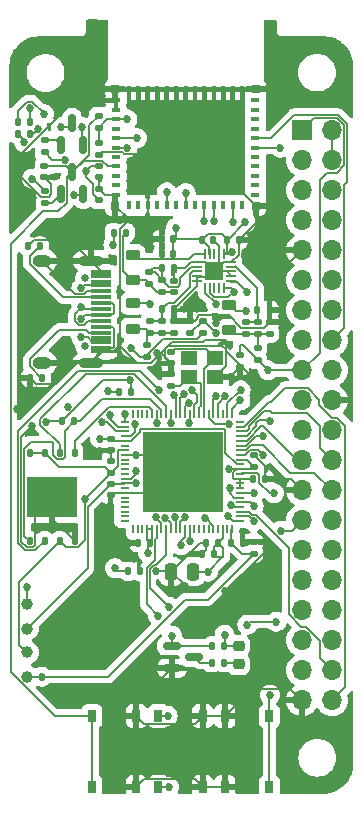
<source format=gtl>
G04 #@! TF.GenerationSoftware,KiCad,Pcbnew,7.0.2-0*
G04 #@! TF.CreationDate,2024-01-15T23:03:40+01:00*
G04 #@! TF.ProjectId,network_player,6e657477-6f72-46b5-9f70-6c617965722e,rev?*
G04 #@! TF.SameCoordinates,Original*
G04 #@! TF.FileFunction,Copper,L1,Top*
G04 #@! TF.FilePolarity,Positive*
%FSLAX46Y46*%
G04 Gerber Fmt 4.6, Leading zero omitted, Abs format (unit mm)*
G04 Created by KiCad (PCBNEW 7.0.2-0) date 2024-01-15 23:03:40*
%MOMM*%
%LPD*%
G01*
G04 APERTURE LIST*
G04 Aperture macros list*
%AMRoundRect*
0 Rectangle with rounded corners*
0 $1 Rounding radius*
0 $2 $3 $4 $5 $6 $7 $8 $9 X,Y pos of 4 corners*
0 Add a 4 corners polygon primitive as box body*
4,1,4,$2,$3,$4,$5,$6,$7,$8,$9,$2,$3,0*
0 Add four circle primitives for the rounded corners*
1,1,$1+$1,$2,$3*
1,1,$1+$1,$4,$5*
1,1,$1+$1,$6,$7*
1,1,$1+$1,$8,$9*
0 Add four rect primitives between the rounded corners*
20,1,$1+$1,$2,$3,$4,$5,0*
20,1,$1+$1,$4,$5,$6,$7,0*
20,1,$1+$1,$6,$7,$8,$9,0*
20,1,$1+$1,$8,$9,$2,$3,0*%
%AMFreePoly0*
4,1,6,0.725000,-0.725000,-0.725000,-0.725000,-0.725000,0.125000,-0.125000,0.725000,0.725000,0.725000,0.725000,-0.725000,0.725000,-0.725000,$1*%
G04 Aperture macros list end*
G04 #@! TA.AperFunction,SMDPad,CuDef*
%ADD10RoundRect,0.135000X-0.185000X0.135000X-0.185000X-0.135000X0.185000X-0.135000X0.185000X0.135000X0*%
G04 #@! TD*
G04 #@! TA.AperFunction,SMDPad,CuDef*
%ADD11RoundRect,0.140000X0.170000X-0.140000X0.170000X0.140000X-0.170000X0.140000X-0.170000X-0.140000X0*%
G04 #@! TD*
G04 #@! TA.AperFunction,SMDPad,CuDef*
%ADD12RoundRect,0.135000X-0.135000X-0.185000X0.135000X-0.185000X0.135000X0.185000X-0.135000X0.185000X0*%
G04 #@! TD*
G04 #@! TA.AperFunction,SMDPad,CuDef*
%ADD13RoundRect,0.140000X-0.140000X-0.170000X0.140000X-0.170000X0.140000X0.170000X-0.140000X0.170000X0*%
G04 #@! TD*
G04 #@! TA.AperFunction,SMDPad,CuDef*
%ADD14RoundRect,0.150000X-0.587500X-0.150000X0.587500X-0.150000X0.587500X0.150000X-0.587500X0.150000X0*%
G04 #@! TD*
G04 #@! TA.AperFunction,SMDPad,CuDef*
%ADD15C,1.000000*%
G04 #@! TD*
G04 #@! TA.AperFunction,SMDPad,CuDef*
%ADD16RoundRect,0.140000X-0.170000X0.140000X-0.170000X-0.140000X0.170000X-0.140000X0.170000X0.140000X0*%
G04 #@! TD*
G04 #@! TA.AperFunction,SMDPad,CuDef*
%ADD17RoundRect,0.150000X0.150000X-0.587500X0.150000X0.587500X-0.150000X0.587500X-0.150000X-0.587500X0*%
G04 #@! TD*
G04 #@! TA.AperFunction,SMDPad,CuDef*
%ADD18RoundRect,0.140000X0.140000X0.170000X-0.140000X0.170000X-0.140000X-0.170000X0.140000X-0.170000X0*%
G04 #@! TD*
G04 #@! TA.AperFunction,SMDPad,CuDef*
%ADD19RoundRect,0.250000X0.250000X0.475000X-0.250000X0.475000X-0.250000X-0.475000X0.250000X-0.475000X0*%
G04 #@! TD*
G04 #@! TA.AperFunction,SMDPad,CuDef*
%ADD20RoundRect,0.135000X0.185000X-0.135000X0.185000X0.135000X-0.185000X0.135000X-0.185000X-0.135000X0*%
G04 #@! TD*
G04 #@! TA.AperFunction,SMDPad,CuDef*
%ADD21RoundRect,0.125000X0.125000X-0.200000X0.125000X0.200000X-0.125000X0.200000X-0.125000X-0.200000X0*%
G04 #@! TD*
G04 #@! TA.AperFunction,SMDPad,CuDef*
%ADD22R,4.300000X3.400000*%
G04 #@! TD*
G04 #@! TA.AperFunction,SMDPad,CuDef*
%ADD23RoundRect,0.050000X-0.375000X-0.050000X0.375000X-0.050000X0.375000X0.050000X-0.375000X0.050000X0*%
G04 #@! TD*
G04 #@! TA.AperFunction,SMDPad,CuDef*
%ADD24RoundRect,0.050000X-0.050000X-0.375000X0.050000X-0.375000X0.050000X0.375000X-0.050000X0.375000X0*%
G04 #@! TD*
G04 #@! TA.AperFunction,SMDPad,CuDef*
%ADD25R,1.650000X1.650000*%
G04 #@! TD*
G04 #@! TA.AperFunction,SMDPad,CuDef*
%ADD26RoundRect,0.218750X-0.381250X0.218750X-0.381250X-0.218750X0.381250X-0.218750X0.381250X0.218750X0*%
G04 #@! TD*
G04 #@! TA.AperFunction,SMDPad,CuDef*
%ADD27R,1.400000X1.150000*%
G04 #@! TD*
G04 #@! TA.AperFunction,SMDPad,CuDef*
%ADD28RoundRect,0.135000X0.135000X0.185000X-0.135000X0.185000X-0.135000X-0.185000X0.135000X-0.185000X0*%
G04 #@! TD*
G04 #@! TA.AperFunction,SMDPad,CuDef*
%ADD29R,0.750000X1.000000*%
G04 #@! TD*
G04 #@! TA.AperFunction,SMDPad,CuDef*
%ADD30O,0.200000X0.800000*%
G04 #@! TD*
G04 #@! TA.AperFunction,SMDPad,CuDef*
%ADD31O,0.800000X0.200000*%
G04 #@! TD*
G04 #@! TA.AperFunction,SMDPad,CuDef*
%ADD32R,6.840000X6.840000*%
G04 #@! TD*
G04 #@! TA.AperFunction,ComponentPad*
%ADD33R,1.700000X1.700000*%
G04 #@! TD*
G04 #@! TA.AperFunction,ComponentPad*
%ADD34O,1.700000X1.700000*%
G04 #@! TD*
G04 #@! TA.AperFunction,ComponentPad*
%ADD35C,0.650000*%
G04 #@! TD*
G04 #@! TA.AperFunction,SMDPad,CuDef*
%ADD36R,1.750000X0.300000*%
G04 #@! TD*
G04 #@! TA.AperFunction,ComponentPad*
%ADD37O,2.100000X0.900000*%
G04 #@! TD*
G04 #@! TA.AperFunction,ComponentPad*
%ADD38O,1.600000X1.000000*%
G04 #@! TD*
G04 #@! TA.AperFunction,SMDPad,CuDef*
%ADD39RoundRect,0.218750X0.256250X-0.218750X0.256250X0.218750X-0.256250X0.218750X-0.256250X-0.218750X0*%
G04 #@! TD*
G04 #@! TA.AperFunction,SMDPad,CuDef*
%ADD40R,0.800000X0.400000*%
G04 #@! TD*
G04 #@! TA.AperFunction,SMDPad,CuDef*
%ADD41R,0.400000X0.800000*%
G04 #@! TD*
G04 #@! TA.AperFunction,SMDPad,CuDef*
%ADD42FreePoly0,0.000000*%
G04 #@! TD*
G04 #@! TA.AperFunction,SMDPad,CuDef*
%ADD43R,1.450000X1.450000*%
G04 #@! TD*
G04 #@! TA.AperFunction,SMDPad,CuDef*
%ADD44R,0.700000X0.700000*%
G04 #@! TD*
G04 #@! TA.AperFunction,ViaPad*
%ADD45C,0.685800*%
G04 #@! TD*
G04 #@! TA.AperFunction,Conductor*
%ADD46C,0.127000*%
G04 #@! TD*
G04 #@! TA.AperFunction,Conductor*
%ADD47C,0.152400*%
G04 #@! TD*
G04 APERTURE END LIST*
D10*
X126950000Y-70650000D03*
X126950000Y-71670000D03*
D11*
X114554000Y-81203800D03*
X114554000Y-80243800D03*
D12*
X114765000Y-60875000D03*
X115785000Y-60875000D03*
D13*
X124715000Y-87125000D03*
X125675000Y-87125000D03*
D14*
X119702500Y-95865000D03*
X119702500Y-97765000D03*
X121577500Y-96815000D03*
D15*
X107410000Y-98475800D03*
D12*
X110411800Y-76835000D03*
X111431800Y-76835000D03*
D16*
X113487200Y-53317800D03*
X113487200Y-54277800D03*
D13*
X116001800Y-89535000D03*
X116961800Y-89535000D03*
D11*
X127960000Y-69430000D03*
X127960000Y-68470000D03*
D17*
X110310000Y-57610000D03*
X112210000Y-57610000D03*
X111260000Y-55735000D03*
D10*
X117600000Y-70405000D03*
X117600000Y-71425000D03*
D18*
X119820000Y-61417500D03*
X118860000Y-61417500D03*
D19*
X121500000Y-89570000D03*
X119600000Y-89570000D03*
D12*
X123090000Y-97275000D03*
X124110000Y-97275000D03*
D16*
X114575000Y-78340000D03*
X114575000Y-79300000D03*
D15*
X107450000Y-94400000D03*
D20*
X113487200Y-51997800D03*
X113487200Y-50977800D03*
D21*
X107645000Y-87000000D03*
X108915000Y-87000000D03*
X110185000Y-87000000D03*
X111455000Y-87000000D03*
X111455000Y-79500000D03*
X110185000Y-79500000D03*
X108915000Y-79500000D03*
X107645000Y-79500000D03*
D22*
X109550000Y-83250000D03*
D23*
X121840000Y-63347500D03*
X121840000Y-63747500D03*
X121840000Y-64147500D03*
X121840000Y-64547500D03*
X121840000Y-64947500D03*
D24*
X122490000Y-65597500D03*
X122890000Y-65597500D03*
X123290000Y-65597500D03*
X123690000Y-65597500D03*
X124090000Y-65597500D03*
D23*
X124740000Y-64947500D03*
X124740000Y-64547500D03*
X124740000Y-64147500D03*
X124740000Y-63747500D03*
X124740000Y-63347500D03*
D24*
X124090000Y-62697500D03*
X123690000Y-62697500D03*
X123290000Y-62697500D03*
X122890000Y-62697500D03*
X122490000Y-62697500D03*
D25*
X123290000Y-64147500D03*
D11*
X126650000Y-80700000D03*
X126650000Y-79740000D03*
D26*
X124560000Y-66997500D03*
X124560000Y-69122500D03*
D11*
X117860000Y-69332500D03*
X117860000Y-68372500D03*
D20*
X121260000Y-69372500D03*
X121260000Y-68352500D03*
D12*
X118850000Y-67372500D03*
X119870000Y-67372500D03*
D11*
X117760000Y-65197500D03*
X117760000Y-64237500D03*
D20*
X118860000Y-69392500D03*
X118860000Y-68372500D03*
D12*
X126940000Y-67460000D03*
X127960000Y-67460000D03*
D11*
X125960000Y-69420000D03*
X125960000Y-68460000D03*
D17*
X110280000Y-53457500D03*
X112180000Y-53457500D03*
X111230000Y-51582500D03*
D13*
X124378600Y-61492100D03*
X125338600Y-61492100D03*
D26*
X116360000Y-66872500D03*
X116360000Y-68997500D03*
D16*
X114500000Y-82120000D03*
X114500000Y-83080000D03*
D27*
X123342400Y-71475600D03*
X121142400Y-71475600D03*
X121142400Y-73075600D03*
X123342400Y-73075600D03*
D18*
X119830000Y-62647500D03*
X118870000Y-62647500D03*
X117805000Y-87125000D03*
X116845000Y-87125000D03*
D28*
X116200000Y-74330000D03*
X115180000Y-74330000D03*
D15*
X107460000Y-92350000D03*
D18*
X123220000Y-88090000D03*
X122260000Y-88090000D03*
D16*
X113507200Y-55237800D03*
X113507200Y-56197800D03*
D28*
X107670000Y-51510000D03*
X106650000Y-51510000D03*
D29*
X118550000Y-107800000D03*
X118550000Y-101800000D03*
X122300000Y-107800000D03*
X122300000Y-101800000D03*
D26*
X116360000Y-62797500D03*
X116360000Y-64922500D03*
D30*
X116400000Y-86000000D03*
X116800000Y-86000000D03*
X117200000Y-86000000D03*
X117600000Y-86000000D03*
X118000000Y-86000000D03*
X118400000Y-86000000D03*
X118800000Y-86000000D03*
X119200000Y-86000000D03*
X119600000Y-86000000D03*
X120000000Y-86000000D03*
X120400000Y-86000000D03*
X120800000Y-86000000D03*
X121200000Y-86000000D03*
X121600000Y-86000000D03*
X122000000Y-86000000D03*
X122400000Y-86000000D03*
X122800000Y-86000000D03*
X123200000Y-86000000D03*
X123600000Y-86000000D03*
X124000000Y-86000000D03*
X124400000Y-86000000D03*
X124800000Y-86000000D03*
D31*
X125500000Y-85300000D03*
X125500000Y-84900000D03*
X125500000Y-84500000D03*
X125500000Y-84100000D03*
X125500000Y-83700000D03*
X125500000Y-83300000D03*
X125500000Y-82900000D03*
X125500000Y-82500000D03*
X125500000Y-82100000D03*
X125500000Y-81700000D03*
X125500000Y-81300000D03*
X125500000Y-80900000D03*
X125500000Y-80500000D03*
X125500000Y-80100000D03*
X125500000Y-79700000D03*
X125500000Y-79300000D03*
X125500000Y-78900000D03*
X125500000Y-78500000D03*
X125500000Y-78100000D03*
X125500000Y-77700000D03*
X125500000Y-77300000D03*
X125500000Y-76900000D03*
D30*
X124800000Y-76200000D03*
X124400000Y-76200000D03*
X124000000Y-76200000D03*
X123600000Y-76200000D03*
X123200000Y-76200000D03*
X122800000Y-76200000D03*
X122400000Y-76200000D03*
X122000000Y-76200000D03*
X121600000Y-76200000D03*
X121200000Y-76200000D03*
X120800000Y-76200000D03*
X120400000Y-76200000D03*
X120000000Y-76200000D03*
X119600000Y-76200000D03*
X119200000Y-76200000D03*
X118800000Y-76200000D03*
X118400000Y-76200000D03*
X118000000Y-76200000D03*
X117600000Y-76200000D03*
X117200000Y-76200000D03*
X116800000Y-76200000D03*
X116400000Y-76200000D03*
D31*
X115700000Y-76900000D03*
X115700000Y-77300000D03*
X115700000Y-77700000D03*
X115700000Y-78100000D03*
X115700000Y-78500000D03*
X115700000Y-78900000D03*
X115700000Y-79300000D03*
X115700000Y-79700000D03*
X115700000Y-80100000D03*
X115700000Y-80500000D03*
X115700000Y-80900000D03*
X115700000Y-81300000D03*
X115700000Y-81700000D03*
X115700000Y-82100000D03*
X115700000Y-82500000D03*
X115700000Y-82900000D03*
X115700000Y-83300000D03*
X115700000Y-83700000D03*
X115700000Y-84100000D03*
X115700000Y-84500000D03*
X115700000Y-84900000D03*
X115700000Y-85300000D03*
D32*
X120600000Y-81100000D03*
D29*
X124200000Y-107800000D03*
X124200000Y-101800000D03*
X127950000Y-107800000D03*
X127950000Y-101800000D03*
D11*
X119860000Y-69352500D03*
X119860000Y-68392500D03*
D33*
X130720000Y-52210000D03*
D34*
X133260000Y-52210000D03*
X130720000Y-54750000D03*
X133260000Y-54750000D03*
X130720000Y-57290000D03*
X133260000Y-57290000D03*
X130720000Y-59830000D03*
X133260000Y-59830000D03*
X130720000Y-62370000D03*
X133260000Y-62370000D03*
X130720000Y-64910000D03*
X133260000Y-64910000D03*
X130720000Y-67450000D03*
X133260000Y-67450000D03*
X130720000Y-69990000D03*
X133260000Y-69990000D03*
X130720000Y-72530000D03*
X133260000Y-72530000D03*
X130720000Y-75070000D03*
X133260000Y-75070000D03*
X130720000Y-77610000D03*
X133260000Y-77610000D03*
X130720000Y-80150000D03*
X133260000Y-80150000D03*
X130720000Y-82690000D03*
X133260000Y-82690000D03*
X130720000Y-85230000D03*
X133260000Y-85230000D03*
X130720000Y-87770000D03*
X133260000Y-87770000D03*
X130720000Y-90310000D03*
X133260000Y-90310000D03*
X130720000Y-92850000D03*
X133260000Y-92850000D03*
X130720000Y-95390000D03*
X133260000Y-95390000D03*
X130720000Y-97930000D03*
X133260000Y-97930000D03*
X130720000Y-100470000D03*
X133260000Y-100470000D03*
D16*
X125425000Y-71270000D03*
X125425000Y-72230000D03*
D20*
X122310000Y-69357500D03*
X122310000Y-68337500D03*
D28*
X108520000Y-62020000D03*
X107500000Y-62020000D03*
D29*
X112930000Y-107800000D03*
X112930000Y-101800000D03*
X116680000Y-107800000D03*
X116680000Y-101800000D03*
D28*
X108730000Y-73150000D03*
X107710000Y-73150000D03*
D10*
X108970000Y-57370000D03*
X108970000Y-58390000D03*
D12*
X118860000Y-63877500D03*
X119880000Y-63877500D03*
D16*
X108880000Y-55230000D03*
X108880000Y-56190000D03*
D12*
X106650000Y-52500000D03*
X107670000Y-52500000D03*
D11*
X119880000Y-65927500D03*
X119880000Y-64967500D03*
D20*
X126960000Y-69460000D03*
X126960000Y-68440000D03*
D35*
X112350000Y-64690000D03*
X112350000Y-70470000D03*
D36*
X113690000Y-64230000D03*
X113690000Y-65030000D03*
X113690000Y-66330000D03*
X113690000Y-67330000D03*
X113690000Y-67830000D03*
X113690000Y-68830000D03*
X113690000Y-70130000D03*
X113690000Y-70930000D03*
X113690000Y-70630000D03*
X113690000Y-69830000D03*
X113690000Y-69330000D03*
X113690000Y-68330000D03*
X113690000Y-66830000D03*
X113690000Y-65830000D03*
X113690000Y-65330000D03*
X113690000Y-64530000D03*
D37*
X112850000Y-63260000D03*
D38*
X108670000Y-63260000D03*
D37*
X112850000Y-71900000D03*
D38*
X108670000Y-71900000D03*
D16*
X119608600Y-70993000D03*
X119608600Y-71953000D03*
D11*
X113527200Y-58097800D03*
X113527200Y-57137800D03*
D20*
X118850000Y-65877500D03*
X118850000Y-64857500D03*
D13*
X122245000Y-61525000D03*
X123205000Y-61525000D03*
D12*
X123125000Y-95850000D03*
X124145000Y-95850000D03*
D39*
X125350000Y-97422500D03*
X125350000Y-95847500D03*
D20*
X108910000Y-54040000D03*
X108910000Y-53020000D03*
D40*
X114953800Y-49668000D03*
X114953800Y-50468000D03*
X114953800Y-51268000D03*
X114953800Y-52068000D03*
X114953800Y-52868000D03*
X114953800Y-53668000D03*
X114953800Y-54468000D03*
X114953800Y-55268000D03*
X114953800Y-56068000D03*
X114953800Y-56868000D03*
X114953800Y-57668000D03*
D41*
X116053800Y-58568000D03*
X116853800Y-58568000D03*
X117653800Y-58568000D03*
X118453800Y-58568000D03*
X119253800Y-58568000D03*
X120053800Y-58568000D03*
X120853800Y-58568000D03*
X121653800Y-58568000D03*
X122453800Y-58568000D03*
X123253800Y-58568000D03*
X124053800Y-58568000D03*
X124853800Y-58568000D03*
X125653800Y-58568000D03*
D40*
X126753800Y-57668000D03*
X126753800Y-56868000D03*
X126753800Y-56068000D03*
X126753800Y-55268000D03*
X126753800Y-54468000D03*
X126753800Y-53668000D03*
X126753800Y-52868000D03*
X126753800Y-52068000D03*
X126753800Y-51268000D03*
X126753800Y-50468000D03*
X126753800Y-49668000D03*
D41*
X125653800Y-48768000D03*
X124853800Y-48768000D03*
X124053800Y-48768000D03*
X123253800Y-48768000D03*
X122453800Y-48768000D03*
X121653800Y-48768000D03*
X120853800Y-48768000D03*
X120053800Y-48768000D03*
X119253800Y-48768000D03*
X118453800Y-48768000D03*
X117653800Y-48768000D03*
X116853800Y-48768000D03*
X116053800Y-48768000D03*
D42*
X118878800Y-51693000D03*
D43*
X118878800Y-53668000D03*
X118878800Y-55643000D03*
X120853800Y-51693000D03*
X120853800Y-53668000D03*
X120853800Y-55643000D03*
X122828800Y-51693000D03*
X122828800Y-53668000D03*
X122828800Y-55643000D03*
D44*
X126803800Y-48718000D03*
X126803800Y-58618000D03*
X114903800Y-58618000D03*
X114903800Y-48718000D03*
D11*
X119634000Y-73835200D03*
X119634000Y-72875200D03*
D18*
X123575000Y-87125000D03*
X122615000Y-87125000D03*
D15*
X107425000Y-96418400D03*
D13*
X126598800Y-81711800D03*
X127558800Y-81711800D03*
D11*
X126610000Y-88050000D03*
X126610000Y-87090000D03*
D45*
X112025000Y-65575000D03*
X112025000Y-69725000D03*
X125925000Y-60000000D03*
X124950000Y-65875000D03*
X120025000Y-60475000D03*
X124741932Y-62491932D03*
X107425000Y-90850000D03*
X126875000Y-74300000D03*
X116080000Y-87140000D03*
X118450000Y-71100000D03*
X113639600Y-79375000D03*
X107880000Y-77220000D03*
X124158535Y-91255100D03*
X118390000Y-89550000D03*
X114450000Y-84000000D03*
X116636800Y-79700000D03*
X123399500Y-68550000D03*
X106590000Y-75800000D03*
X117640000Y-59740000D03*
X120775000Y-90775000D03*
X127630000Y-87070000D03*
X118050000Y-61449900D03*
X115925000Y-51275000D03*
X112425000Y-55625000D03*
X117691418Y-87997782D03*
X124531885Y-77053917D03*
X112302100Y-83455700D03*
X127810000Y-72530000D03*
X109067600Y-76911200D03*
X114850000Y-89275000D03*
X122748600Y-89570000D03*
X124150000Y-94925000D03*
X115734198Y-76240802D03*
X116179932Y-73350000D03*
X124510800Y-80848200D03*
X116225500Y-70625000D03*
X116687600Y-82092800D03*
X114750000Y-61900000D03*
X110884082Y-75609082D03*
X108675000Y-98475800D03*
X113625000Y-78325000D03*
X124212226Y-74731126D03*
X123400000Y-74720000D03*
X125946600Y-67538747D03*
X126075000Y-65925000D03*
X117825000Y-66900000D03*
X123399500Y-66875000D03*
X123399500Y-69362303D03*
X128325000Y-82950000D03*
X114270000Y-74320000D03*
X116547852Y-77055162D03*
X128010000Y-100010000D03*
X118631365Y-74185626D03*
X118450000Y-76956600D03*
X126660000Y-82940000D03*
X116730000Y-52870000D03*
X115930000Y-53670000D03*
X126610000Y-85320000D03*
X124675220Y-83920960D03*
X119250000Y-57450000D03*
X124425000Y-84825000D03*
X120850000Y-57525000D03*
X122440000Y-59930000D03*
X124630000Y-82500000D03*
X123251732Y-59899560D03*
X126620000Y-84010000D03*
X119450000Y-92550000D03*
X107189500Y-53206865D03*
X127429400Y-79705200D03*
X125510000Y-74230000D03*
X125500000Y-75080000D03*
X107660000Y-50307100D03*
X118340001Y-84989402D03*
X124841000Y-59969400D03*
X119325000Y-101775000D03*
X119475000Y-107825000D03*
X112050000Y-51900000D03*
X119152297Y-84992602D03*
X128850000Y-53690000D03*
X119964593Y-84989402D03*
X121200000Y-87000000D03*
X119700000Y-95000000D03*
X114480793Y-76280364D03*
X112027383Y-68150665D03*
X113816253Y-76944904D03*
X112027383Y-67210865D03*
X110290000Y-51950000D03*
X108850000Y-50840000D03*
X107852213Y-56307787D03*
X108336865Y-52059500D03*
X110630000Y-54690000D03*
X111400000Y-57670000D03*
X118541800Y-93319600D03*
X126089082Y-94052718D03*
X128538868Y-93816600D03*
X122504200Y-85013800D03*
X120688941Y-74568906D03*
X120453487Y-87328351D03*
X116637300Y-81050000D03*
X128036780Y-76794657D03*
X127401412Y-78080844D03*
X128892600Y-86094623D03*
X119600000Y-76956600D03*
X119870774Y-74617191D03*
X121110176Y-75265107D03*
X121150000Y-76956600D03*
X121405401Y-74186126D03*
X120776896Y-84989402D03*
D46*
X107460000Y-92350000D02*
X107460000Y-90885000D01*
X113690000Y-65330000D02*
X112270000Y-65330000D01*
X124432900Y-61492100D02*
X125925000Y-60000000D01*
X122245000Y-61525000D02*
X122840000Y-62120000D01*
X124190000Y-62697500D02*
X124536364Y-62697500D01*
X124378600Y-62508900D02*
X124378600Y-61492100D01*
X124483400Y-66341600D02*
X124950000Y-65875000D01*
X122890000Y-65597500D02*
X122890000Y-66003408D01*
X112560000Y-69725000D02*
X112025000Y-69725000D01*
X124536364Y-62697500D02*
X124741932Y-62491932D01*
X124190000Y-62697500D02*
X124378600Y-62508900D01*
X133260000Y-52210000D02*
X133260000Y-54750000D01*
X120025000Y-60475000D02*
X120025000Y-61212500D01*
X112270000Y-65330000D02*
X112025000Y-65575000D01*
X119820000Y-61417500D02*
X122137500Y-61417500D01*
X122245000Y-61525000D02*
X122745500Y-61024500D01*
X123228192Y-66341600D02*
X124483400Y-66341600D01*
X122745500Y-61024500D02*
X123911000Y-61024500D01*
X112965000Y-70130000D02*
X112560000Y-69725000D01*
X122840000Y-62120000D02*
X122840000Y-62697500D01*
X124090000Y-65597500D02*
X124672500Y-65597500D01*
X123911000Y-61024500D02*
X124378600Y-61492100D01*
X124672500Y-65597500D02*
X124950000Y-65875000D01*
X107460000Y-90885000D02*
X107425000Y-90850000D01*
X122890000Y-66003408D02*
X123228192Y-66341600D01*
X119820000Y-61417500D02*
X119820000Y-62637500D01*
X113527200Y-57137800D02*
X114057400Y-57668000D01*
X107900684Y-87515500D02*
X107389316Y-87515500D01*
X127960000Y-67460000D02*
X127960000Y-68470000D01*
X119374202Y-70450000D02*
X123975000Y-70450000D01*
X117370500Y-102490500D02*
X121609500Y-102490500D01*
X111518400Y-66108400D02*
X108670000Y-63260000D01*
X123975000Y-70450000D02*
X124232900Y-70707900D01*
X124182298Y-91255100D02*
X124158535Y-91255100D01*
X116680000Y-101800000D02*
X117370500Y-102490500D01*
X117653800Y-58568000D02*
X117653800Y-56868000D01*
X112720000Y-71900000D02*
X108670000Y-71900000D01*
X120853800Y-51693000D02*
X120853800Y-53668000D01*
X129726600Y-99476600D02*
X130720000Y-100470000D01*
X107500000Y-62020000D02*
X108010500Y-61509500D01*
X108220500Y-73660500D02*
X109864500Y-73660500D01*
X123300000Y-67877000D02*
X124493267Y-67877000D01*
X112524342Y-65830000D02*
X112245942Y-66108400D01*
X120853800Y-53668000D02*
X122828800Y-53668000D01*
X119608600Y-71953000D02*
X119108100Y-71452500D01*
X124200000Y-107800000D02*
X122300000Y-107800000D01*
X116731658Y-71885500D02*
X115315500Y-70469342D01*
X120775000Y-90745000D02*
X120775000Y-90775000D01*
X126875000Y-74300000D02*
X126875000Y-73497398D01*
X114692000Y-70630000D02*
X114755500Y-70566500D01*
X121609500Y-107109500D02*
X122300000Y-107800000D01*
X124487800Y-73075600D02*
X124866400Y-73454200D01*
X124200000Y-101800000D02*
X126523400Y-99476600D01*
X120853800Y-51693000D02*
X120853800Y-48768000D01*
X121799500Y-68067673D02*
X121990173Y-67877000D01*
X119880000Y-63877500D02*
X119880000Y-64967500D01*
X119600000Y-89570000D02*
X122045000Y-87125000D01*
X124740000Y-64547500D02*
X124340000Y-64147500D01*
X117653800Y-56868000D02*
X118878800Y-55643000D01*
X121840000Y-65047500D02*
X121840000Y-64597500D01*
X127575000Y-87125000D02*
X127630000Y-87070000D01*
X126875000Y-73497398D02*
X124232900Y-70855298D01*
X115700000Y-79700000D02*
X119200000Y-79700000D01*
X122473660Y-69974167D02*
X122340827Y-70107000D01*
X113714600Y-79300000D02*
X113639600Y-79375000D01*
X116680000Y-107800000D02*
X117370500Y-107109500D01*
X123205000Y-61525000D02*
X123690000Y-62010000D01*
X118755600Y-71100000D02*
X119608600Y-71953000D01*
X124232900Y-70855298D02*
X124232900Y-69974167D01*
X118450000Y-71100000D02*
X118755600Y-71100000D01*
X114554000Y-80243800D02*
X114554000Y-79321000D01*
X106950500Y-87076684D02*
X106950500Y-78149500D01*
X124579400Y-73075600D02*
X123342400Y-73075600D01*
X122300000Y-101800000D02*
X122300000Y-107800000D01*
X124090000Y-63347500D02*
X123290000Y-64147500D01*
X114500000Y-83080000D02*
X114500000Y-83950000D01*
X111099500Y-61509500D02*
X112850000Y-63260000D01*
X125338600Y-61492100D02*
X126803800Y-60026900D01*
X126803800Y-58618000D02*
X123828800Y-55643000D01*
X124340000Y-64147500D02*
X123290000Y-64147500D01*
X130720000Y-62370000D02*
X127960000Y-65130000D01*
X111455000Y-87000000D02*
X109550000Y-85095000D01*
X123690000Y-62697500D02*
X123690000Y-63747500D01*
X116680000Y-107800000D02*
X116680000Y-101800000D01*
X127630000Y-87807398D02*
X124182298Y-91255100D01*
X114500000Y-83950000D02*
X114450000Y-84000000D01*
X124740000Y-63347500D02*
X124090000Y-63347500D01*
X119600000Y-89570000D02*
X120775000Y-90745000D01*
X114057400Y-57668000D02*
X114953800Y-57668000D01*
X113690000Y-70630000D02*
X114692000Y-70630000D01*
X126523400Y-99476600D02*
X129726600Y-99476600D01*
X119698327Y-70107000D02*
X117919827Y-71885500D01*
X118860000Y-61417500D02*
X118082400Y-61417500D01*
X121260000Y-68352500D02*
X121672500Y-68352500D01*
X119860000Y-68392500D02*
X119860000Y-67382500D01*
X122340827Y-70107000D02*
X119698327Y-70107000D01*
X123300000Y-67877000D02*
X123300000Y-68450500D01*
X126610000Y-87090000D02*
X125710000Y-87090000D01*
X129741800Y-81711800D02*
X130720000Y-82690000D01*
X121990173Y-67877000D02*
X123300000Y-67877000D01*
X114755500Y-70566500D02*
X114755500Y-68989500D01*
X125338600Y-62748900D02*
X125338600Y-61492100D01*
X114755500Y-68989500D02*
X114596000Y-68830000D01*
X127630000Y-87070000D02*
X127630000Y-87807398D01*
X118878800Y-53668000D02*
X118878800Y-51693000D01*
X122615000Y-87735000D02*
X122260000Y-88090000D01*
X121309092Y-63347500D02*
X121840000Y-63347500D01*
X121840000Y-64597500D02*
X122840000Y-64597500D01*
X125565767Y-68949500D02*
X127480500Y-68949500D01*
X120853800Y-53668000D02*
X120853800Y-55643000D01*
X114450000Y-85510000D02*
X114450000Y-84000000D01*
X119702500Y-97765000D02*
X116680000Y-100787500D01*
X126610000Y-87090000D02*
X127610000Y-87090000D01*
X123342400Y-73075600D02*
X124487800Y-73075600D01*
X112432000Y-48718000D02*
X114903800Y-48718000D01*
X108621290Y-57830500D02*
X106840000Y-56049210D01*
X119860000Y-68392500D02*
X121220000Y-68392500D01*
X127610000Y-87090000D02*
X127630000Y-87070000D01*
X113527200Y-56207200D02*
X113527200Y-57137800D01*
X116095000Y-87125000D02*
X116080000Y-87140000D01*
X116080000Y-87140000D02*
X114450000Y-85510000D01*
X108085500Y-87330684D02*
X107900684Y-87515500D01*
X115527500Y-54077500D02*
X115653400Y-54203400D01*
X113690000Y-71060000D02*
X112850000Y-71900000D01*
X114903800Y-48718000D02*
X114903800Y-50418000D01*
X121799500Y-68225500D02*
X121799500Y-68067673D01*
X118878800Y-55643000D02*
X118878800Y-53668000D01*
X122828800Y-51693000D02*
X120853800Y-51693000D01*
X113690000Y-70930000D02*
X112720000Y-71900000D01*
X108880000Y-56190000D02*
X109480500Y-56790500D01*
X120779092Y-63877500D02*
X121309092Y-63347500D01*
X113690000Y-64100000D02*
X112850000Y-63260000D01*
X109289827Y-57830500D02*
X108621290Y-57830500D01*
X115653400Y-54203400D02*
X118343400Y-54203400D01*
X118390000Y-89550000D02*
X119580000Y-89550000D01*
X106840000Y-54310000D02*
X112432000Y-48718000D01*
X112245942Y-66108400D02*
X111518400Y-66108400D01*
X124232900Y-70707900D02*
X124232900Y-72185100D01*
X109480500Y-56790500D02*
X109480500Y-57639827D01*
X117640000Y-59740000D02*
X117640000Y-58581800D01*
X119108100Y-71452500D02*
X119108100Y-70716102D01*
X109864500Y-73660500D02*
X111625000Y-71900000D01*
X117919827Y-71885500D02*
X116731658Y-71885500D01*
X121840000Y-64597500D02*
X121840000Y-65402500D01*
X127480500Y-68949500D02*
X127960000Y-68470000D01*
X121672500Y-68352500D02*
X121799500Y-68225500D01*
X118870000Y-62647500D02*
X118870000Y-61427500D01*
X113690000Y-64530000D02*
X113690000Y-64100000D01*
X125675000Y-87125000D02*
X127575000Y-87125000D01*
X114953800Y-57668000D02*
X114953800Y-58568000D01*
X114575000Y-79300000D02*
X113714600Y-79300000D01*
X124200000Y-101800000D02*
X124200000Y-107800000D01*
X123690000Y-62010000D02*
X123690000Y-62697500D01*
X122615000Y-87125000D02*
X122045000Y-87125000D01*
X127558800Y-81711800D02*
X129741800Y-81711800D01*
X121609500Y-102490500D02*
X122300000Y-101800000D01*
X125425000Y-72230000D02*
X124579400Y-73075600D01*
X107710000Y-73150000D02*
X108220500Y-73660500D01*
X124232900Y-72185100D02*
X123342400Y-73075600D01*
X113690000Y-70930000D02*
X113690000Y-71060000D01*
X116139673Y-59740000D02*
X117640000Y-59740000D01*
X118800000Y-82900000D02*
X115700000Y-82900000D01*
X123300000Y-68450500D02*
X123399500Y-68550000D01*
X124740000Y-63347500D02*
X125338600Y-62748900D01*
X116845000Y-87125000D02*
X116095000Y-87125000D01*
X119880000Y-63877500D02*
X120779092Y-63877500D01*
X124232900Y-69974167D02*
X122473660Y-69974167D01*
X106840000Y-56049210D02*
X106840000Y-54310000D01*
X121840000Y-63347500D02*
X122490000Y-63347500D01*
X113687500Y-54077500D02*
X115527500Y-54077500D01*
X118082400Y-61417500D02*
X118050000Y-61449900D01*
X121840000Y-65402500D02*
X119870000Y-67372500D01*
X111625000Y-71900000D02*
X112850000Y-71900000D01*
X120853800Y-55643000D02*
X118878800Y-55643000D01*
X108085500Y-84714500D02*
X108085500Y-87330684D01*
X116680000Y-100787500D02*
X116680000Y-101800000D01*
X117640000Y-59740000D02*
X116025800Y-59740000D01*
X109480500Y-57639827D02*
X109289827Y-57830500D01*
X122300000Y-101800000D02*
X124200000Y-101800000D01*
X127558800Y-80648800D02*
X127558800Y-81711800D01*
X122828800Y-55643000D02*
X122828800Y-53668000D01*
X127960000Y-65130000D02*
X127960000Y-67460000D01*
X119608600Y-71953000D02*
X119608600Y-72849800D01*
X114903800Y-48718000D02*
X126803800Y-48718000D01*
X117370500Y-107109500D02*
X121609500Y-107109500D01*
X122490000Y-63347500D02*
X123290000Y-64147500D01*
X115700000Y-82900000D02*
X114680000Y-82900000D01*
X109550000Y-85095000D02*
X109550000Y-83250000D01*
X114596000Y-68830000D02*
X113690000Y-68830000D01*
X126803800Y-60026900D02*
X126803800Y-58618000D01*
X124493267Y-67877000D02*
X125565767Y-68949500D01*
X115315500Y-60564173D02*
X116139673Y-59740000D01*
X106950500Y-78149500D02*
X107880000Y-77220000D01*
X126650000Y-79740000D02*
X127558800Y-80648800D01*
X123828800Y-55643000D02*
X122828800Y-55643000D01*
X113690000Y-65830000D02*
X112524342Y-65830000D01*
X122615000Y-87125000D02*
X122615000Y-87735000D01*
X119108100Y-70716102D02*
X119374202Y-70450000D01*
X115315500Y-70469342D02*
X115315500Y-60564173D01*
X108010500Y-61509500D02*
X111099500Y-61509500D01*
X122828800Y-51693000D02*
X122828800Y-53668000D01*
X116025800Y-59740000D02*
X114903800Y-58618000D01*
X107389316Y-87515500D02*
X106950500Y-87076684D01*
X122800000Y-76527000D02*
X123326917Y-77053917D01*
X132829010Y-55790500D02*
X132219500Y-56400010D01*
X112302100Y-83455700D02*
X114554000Y-81203800D01*
X113527200Y-58097800D02*
X113026700Y-57597300D01*
X110185000Y-87000000D02*
X110700500Y-87515500D01*
X125444082Y-70402282D02*
X125682282Y-70402282D01*
X126950000Y-71670000D02*
X127810000Y-72530000D01*
X133690990Y-51169500D02*
X134300500Y-51779010D01*
X115173000Y-79300000D02*
X115700000Y-79300000D01*
X130720000Y-52210000D02*
X131760500Y-51169500D01*
X107425000Y-96418400D02*
X106759500Y-95752900D01*
X123220000Y-88090000D02*
X123220000Y-87480000D01*
X125425000Y-70421364D02*
X125444082Y-70402282D01*
X112425000Y-56175000D02*
X112425000Y-55625000D01*
X124150000Y-94925000D02*
X124150000Y-95845000D01*
X114953800Y-51268000D02*
X114217000Y-51268000D01*
X124000000Y-86700000D02*
X124000000Y-86000000D01*
X116001800Y-89535000D02*
X115110000Y-89535000D01*
X113026700Y-57597300D02*
X113026700Y-56776700D01*
X132219500Y-71030500D02*
X130720000Y-72530000D01*
X117600000Y-86000000D02*
X117600000Y-86920000D01*
X123220000Y-87480000D02*
X123575000Y-87125000D01*
X110129300Y-80714300D02*
X114064500Y-80714300D01*
X127810000Y-72530000D02*
X130720000Y-72530000D01*
X115109500Y-79363500D02*
X115173000Y-79300000D01*
X116225000Y-73350000D02*
X113896800Y-73350000D01*
X116200000Y-74330000D02*
X116200000Y-73370068D01*
X124028200Y-88290400D02*
X124028200Y-87578200D01*
X121500000Y-89570000D02*
X122748600Y-89570000D01*
X115109500Y-80648300D02*
X115109500Y-79363500D01*
X118000000Y-86000000D02*
X117600000Y-86000000D01*
X107645000Y-79500000D02*
X108915000Y-79500000D01*
X113026700Y-56776700D02*
X112425000Y-56175000D01*
X114554000Y-81203800D02*
X115109500Y-80648300D01*
X116200000Y-73370068D02*
X116179932Y-73350000D01*
X114217000Y-51268000D02*
X113487200Y-51997800D01*
X113487200Y-53317800D02*
X113487200Y-51997800D01*
X115700000Y-76275000D02*
X115734198Y-76240802D01*
X106759500Y-95752900D02*
X106759500Y-90425500D01*
X112302100Y-86924084D02*
X112302100Y-83455700D01*
X123575000Y-87125000D02*
X124000000Y-86700000D01*
X116225000Y-73350000D02*
X116225000Y-74305000D01*
X133690990Y-55790500D02*
X132829010Y-55790500D01*
X123496600Y-88366600D02*
X123220000Y-88090000D01*
X124028200Y-88366600D02*
X124028200Y-88290400D01*
X111710684Y-87515500D02*
X112302100Y-86924084D01*
X122748600Y-89570000D02*
X124028200Y-88290400D01*
X125350000Y-95847500D02*
X124147500Y-95847500D01*
X115110000Y-89535000D02*
X114850000Y-89275000D01*
X134300500Y-55180990D02*
X133690990Y-55790500D01*
X115918000Y-51268000D02*
X115925000Y-51275000D01*
X106759500Y-90425500D02*
X110185000Y-87000000D01*
X108915000Y-79500000D02*
X110129300Y-80714300D01*
X131760500Y-51169500D02*
X133690990Y-51169500D01*
X109143800Y-76835000D02*
X109067600Y-76911200D01*
X125425000Y-71270000D02*
X125425000Y-70421364D01*
X124028200Y-88366600D02*
X123496600Y-88366600D01*
X125682282Y-70402282D02*
X126950000Y-71670000D01*
X123326917Y-77053917D02*
X124531885Y-77053917D01*
X117691418Y-87997782D02*
X117691418Y-87238582D01*
X114064500Y-80714300D02*
X114554000Y-81203800D01*
X112812200Y-55237800D02*
X112425000Y-55625000D01*
X114953800Y-51268000D02*
X115918000Y-51268000D01*
X132219500Y-56400010D02*
X132219500Y-71030500D01*
X110700500Y-87515500D02*
X111710684Y-87515500D01*
X118000000Y-86000000D02*
X118000000Y-86930000D01*
X113896800Y-73350000D02*
X110411800Y-76835000D01*
X124028200Y-87578200D02*
X123575000Y-87125000D01*
X113507200Y-55237800D02*
X112812200Y-55237800D01*
X115700000Y-76900000D02*
X115700000Y-76275000D01*
X134300500Y-51779010D02*
X134300500Y-55180990D01*
X110411800Y-76835000D02*
X109143800Y-76835000D01*
X126940000Y-65564704D02*
X126940000Y-67460000D01*
X125072796Y-63697500D02*
X126940000Y-65564704D01*
X126960000Y-68440000D02*
X126960000Y-67480000D01*
X126960000Y-68440000D02*
X125980000Y-68440000D01*
X124973000Y-81700000D02*
X125500000Y-81700000D01*
X118942658Y-69853000D02*
X121814500Y-69853000D01*
X125500000Y-80900000D02*
X124562600Y-80900000D01*
X121814500Y-69853000D02*
X122310000Y-69357500D01*
X117600000Y-71425000D02*
X117025500Y-71425000D01*
X126050000Y-80100000D02*
X126650000Y-80700000D01*
X114500000Y-82120000D02*
X115680000Y-82120000D01*
X107450000Y-94400000D02*
X112556100Y-89293900D01*
X125500000Y-82100000D02*
X125500000Y-82500000D01*
X116687600Y-82092800D02*
X115707200Y-82092800D01*
X117600000Y-71195658D02*
X118942658Y-69853000D01*
X117600000Y-71425000D02*
X117600000Y-71195658D01*
X112556100Y-84063900D02*
X114500000Y-82120000D01*
X125500000Y-81700000D02*
X125500000Y-82100000D01*
X124562600Y-80900000D02*
X124510800Y-80848200D01*
X125500000Y-80100000D02*
X126050000Y-80100000D01*
X124909500Y-81179671D02*
X124909500Y-81636500D01*
X112556100Y-89293900D02*
X112556100Y-84063900D01*
X125500000Y-81700000D02*
X126587000Y-81700000D01*
X125189171Y-80900000D02*
X124909500Y-81179671D01*
X126450000Y-80900000D02*
X125500000Y-80900000D01*
X124909500Y-81636500D02*
X124973000Y-81700000D01*
X117025500Y-71425000D02*
X116225500Y-70625000D01*
X118860000Y-68372500D02*
X117860000Y-68372500D01*
X119848000Y-66862000D02*
X121224500Y-65485500D01*
X119360500Y-66862000D02*
X119848000Y-66862000D01*
X118850000Y-67372500D02*
X118850000Y-68362500D01*
X121474882Y-64147500D02*
X121840000Y-64147500D01*
X121224500Y-65485500D02*
X121224500Y-64397882D01*
X118850000Y-67372500D02*
X119360500Y-66862000D01*
X121224500Y-64397882D02*
X121474882Y-64147500D01*
X124715000Y-86085000D02*
X124800000Y-86000000D01*
X120809500Y-91944842D02*
X122715158Y-91944842D01*
X107410000Y-98475800D02*
X108675000Y-98475800D01*
X124210500Y-77489500D02*
X116989500Y-77489500D01*
X125189171Y-80500000D02*
X124210500Y-79521329D01*
X122715158Y-91944842D02*
X126610000Y-88050000D01*
X125640000Y-88050000D02*
X126610000Y-88050000D01*
X116989500Y-77740329D02*
X116229829Y-78500000D01*
X114575000Y-78340000D02*
X113640000Y-78340000D01*
X108675000Y-98475800D02*
X114278542Y-98475800D01*
X113640000Y-78340000D02*
X113625000Y-78325000D01*
X114278542Y-98475800D02*
X120809500Y-91944842D01*
X124715000Y-87125000D02*
X124715000Y-86085000D01*
X114735000Y-78500000D02*
X115700000Y-78500000D01*
X116989500Y-77489500D02*
X116989500Y-77740329D01*
X114765000Y-61885000D02*
X114750000Y-61900000D01*
X124210500Y-79521329D02*
X124210500Y-77489500D01*
X124715000Y-87125000D02*
X125640000Y-88050000D01*
X116229829Y-78500000D02*
X115700000Y-78500000D01*
X114765000Y-60875000D02*
X114765000Y-61885000D01*
X118860000Y-63877500D02*
X118860000Y-64847500D01*
X118850000Y-64857500D02*
X118230000Y-64237500D01*
X120380500Y-64690602D02*
X120380500Y-65244398D01*
X118120000Y-63877500D02*
X117760000Y-64237500D01*
X120186898Y-65438000D02*
X119430500Y-65438000D01*
X120380500Y-65244398D02*
X120186898Y-65438000D01*
X119430500Y-65438000D02*
X118850000Y-64857500D01*
X118230000Y-64237500D02*
X117760000Y-64237500D01*
X121840000Y-63747500D02*
X121323602Y-63747500D01*
X121323602Y-63747500D02*
X120380500Y-64690602D01*
X118860000Y-63877500D02*
X118120000Y-63877500D01*
X121691800Y-73625000D02*
X121142400Y-73075600D01*
X122146000Y-75525000D02*
X122146000Y-73625000D01*
X122000000Y-75671000D02*
X122146000Y-75525000D01*
X119634000Y-73835200D02*
X120382800Y-73835200D01*
X122000000Y-76200000D02*
X122000000Y-75671000D01*
X120382800Y-73835200D02*
X121142400Y-73075600D01*
X122146000Y-73625000D02*
X121691800Y-73625000D01*
X122576900Y-70710100D02*
X123342400Y-71475600D01*
X119891500Y-70710100D02*
X122576900Y-70710100D01*
X122400000Y-72418000D02*
X122400000Y-76200000D01*
X119608600Y-70993000D02*
X119891500Y-70710100D01*
X123342400Y-71475600D02*
X122400000Y-72418000D01*
X123600000Y-76200000D02*
X123600000Y-75343352D01*
X123600000Y-75343352D02*
X124212226Y-74731126D01*
X123200000Y-76200000D02*
X123200000Y-74920000D01*
X123200000Y-74920000D02*
X123400000Y-74720000D01*
X125946600Y-67538747D02*
X125101247Y-67538747D01*
X124740000Y-65047500D02*
X125197500Y-65047500D01*
X125197500Y-65047500D02*
X126075000Y-65925000D01*
X125101247Y-67538747D02*
X124560000Y-66997500D01*
X123399500Y-66872118D02*
X122490000Y-65962618D01*
X122490000Y-65962618D02*
X122490000Y-65597500D01*
X123399500Y-66875000D02*
X123399500Y-66872118D01*
X117797500Y-66872500D02*
X117825000Y-66900000D01*
X116360000Y-66872500D02*
X117797500Y-66872500D01*
X121149382Y-63148000D02*
X121599882Y-62697500D01*
X116710500Y-63148000D02*
X121149382Y-63148000D01*
X121599882Y-62697500D02*
X122390000Y-62697500D01*
X122374697Y-68337500D02*
X123399500Y-69362303D01*
X126886300Y-81211300D02*
X127088300Y-81413300D01*
X125588700Y-81211300D02*
X126886300Y-81211300D01*
X122295000Y-68337500D02*
X121260000Y-69372500D01*
X127088300Y-81413300D02*
X127088300Y-82038300D01*
X128000000Y-82950000D02*
X128325000Y-82950000D01*
X127088300Y-82038300D02*
X128000000Y-82950000D01*
X125500000Y-81300000D02*
X125588700Y-81211300D01*
X116547852Y-77055162D02*
X116547852Y-77779148D01*
X127950000Y-100070000D02*
X128010000Y-100010000D01*
X116547852Y-77779148D02*
X116227000Y-78100000D01*
X115180000Y-74330000D02*
X114280000Y-74330000D01*
X114280000Y-74330000D02*
X114270000Y-74320000D01*
X127950000Y-101800000D02*
X127950000Y-100070000D01*
X116227000Y-78100000D02*
X115700000Y-78100000D01*
X127950000Y-101800000D02*
X127950000Y-107800000D01*
X110440684Y-80015500D02*
X110625500Y-79830684D01*
X107204500Y-79169316D02*
X107756316Y-78617500D01*
X111431800Y-76835000D02*
X111912400Y-76835000D01*
X109929316Y-80015500D02*
X110440684Y-80015500D01*
X109649300Y-79735484D02*
X109929316Y-80015500D01*
X107204500Y-86559500D02*
X107204500Y-79169316D01*
X111912400Y-76835000D02*
X113817400Y-74930000D01*
X113817400Y-74930000D02*
X117857000Y-74930000D01*
X107645000Y-87000000D02*
X107204500Y-86559500D01*
X107756316Y-78617500D02*
X109649300Y-78617500D01*
X117857000Y-74930000D02*
X118800000Y-75873000D01*
X110625500Y-77641300D02*
X111431800Y-76835000D01*
X109649300Y-78617500D02*
X109649300Y-79735484D01*
X110625500Y-79830684D02*
X110625500Y-77641300D01*
X108145500Y-87769500D02*
X107284106Y-87769500D01*
X106696500Y-87181894D02*
X106696500Y-77649158D01*
X106696500Y-77649158D02*
X111783058Y-72562600D01*
X118450000Y-76250000D02*
X118400000Y-76200000D01*
X118450000Y-76956600D02*
X118450000Y-76250000D01*
X107284106Y-87769500D02*
X106696500Y-87181894D01*
X108915000Y-87000000D02*
X108145500Y-87769500D01*
X111783058Y-72562600D02*
X117008339Y-72562600D01*
X117008339Y-72562600D02*
X118631365Y-74185626D01*
X111455000Y-78506265D02*
X114351765Y-75609500D01*
X114351765Y-75609500D02*
X117720329Y-75609500D01*
X111455000Y-79500000D02*
X111455000Y-78506265D01*
X117720329Y-75609500D02*
X118000000Y-75889171D01*
X110185000Y-78782942D02*
X108534200Y-77132142D01*
X108534200Y-77132142D02*
X108534200Y-76690258D01*
X119200000Y-75570658D02*
X119200000Y-76200000D01*
X116445942Y-72816600D02*
X119200000Y-75570658D01*
X112407858Y-72816600D02*
X116445942Y-72816600D01*
X110185000Y-79500000D02*
X110185000Y-78782942D01*
X108534200Y-76690258D02*
X112407858Y-72816600D01*
X125540000Y-82940000D02*
X125500000Y-82900000D01*
X116728000Y-52868000D02*
X116730000Y-52870000D01*
X126660000Y-82940000D02*
X125540000Y-82940000D01*
X114953800Y-52868000D02*
X116728000Y-52868000D01*
X114953800Y-53668000D02*
X115928000Y-53668000D01*
X115928000Y-53668000D02*
X115930000Y-53670000D01*
X126610000Y-85320000D02*
X126190000Y-84900000D01*
X126190000Y-84900000D02*
X125500000Y-84900000D01*
X111260000Y-55735000D02*
X112227700Y-54767300D01*
X108880000Y-55230000D02*
X110755000Y-55230000D01*
X112930000Y-101800000D02*
X109757685Y-101800000D01*
X112227700Y-54767300D02*
X113814098Y-54767300D01*
X110800500Y-56194500D02*
X111260000Y-55735000D01*
X109757685Y-101800000D02*
X106056600Y-98098915D01*
X114314798Y-55268000D02*
X114953800Y-55268000D01*
X106056600Y-61818400D02*
X108800000Y-59075000D01*
X112699800Y-54295200D02*
X112699800Y-51765200D01*
X111260000Y-55735000D02*
X112699800Y-54295200D01*
X110064040Y-59075000D02*
X110800500Y-58338540D01*
X112699800Y-51765200D02*
X113487200Y-50977800D01*
X110800500Y-58338540D02*
X110800500Y-56194500D01*
X108800000Y-59075000D02*
X110064040Y-59075000D01*
X106056600Y-98098915D02*
X106056600Y-61818400D01*
X110755000Y-55230000D02*
X111260000Y-55735000D01*
X113814098Y-54767300D02*
X114314798Y-55268000D01*
X112930000Y-107800000D02*
X112930000Y-101800000D01*
X124854260Y-84100000D02*
X124675220Y-83920960D01*
X119253800Y-57453800D02*
X119250000Y-57450000D01*
X119253800Y-58568000D02*
X119253800Y-57453800D01*
X125500000Y-84100000D02*
X124854260Y-84100000D01*
X125500000Y-85300000D02*
X124900000Y-85300000D01*
X124900000Y-85300000D02*
X124425000Y-84825000D01*
X120850000Y-57525000D02*
X120850000Y-58564200D01*
X122453800Y-59916200D02*
X122440000Y-59930000D01*
X124630000Y-82957000D02*
X124973000Y-83300000D01*
X124973000Y-83300000D02*
X125500000Y-83300000D01*
X124630000Y-82500000D02*
X124630000Y-82957000D01*
X122453800Y-58568000D02*
X122453800Y-59916200D01*
X123253800Y-58568000D02*
X123253800Y-59897492D01*
X126310000Y-83700000D02*
X125500000Y-83700000D01*
X126620000Y-84010000D02*
X126310000Y-83700000D01*
X123253800Y-59897492D02*
X123251732Y-59899560D01*
X117823182Y-89362476D02*
X117823182Y-90923182D01*
X119215500Y-86015500D02*
X119215500Y-88167842D01*
X118366742Y-89016600D02*
X118169058Y-89016600D01*
X107189500Y-53039500D02*
X106650000Y-52500000D01*
X118169058Y-89016600D02*
X117823182Y-89362476D01*
X117823182Y-90923182D02*
X119450000Y-92550000D01*
X107189500Y-53206865D02*
X107189500Y-53039500D01*
X119215500Y-88167842D02*
X118366742Y-89016600D01*
X108910000Y-53020000D02*
X109842500Y-53020000D01*
X109842500Y-53020000D02*
X110280000Y-53457500D01*
X126993700Y-79269500D02*
X126343102Y-79269500D01*
X126343102Y-79269500D02*
X125912602Y-79700000D01*
X127429400Y-79705200D02*
X126993700Y-79269500D01*
X125912602Y-79700000D02*
X125500000Y-79700000D01*
X124400000Y-75340000D02*
X125510000Y-74230000D01*
X124400000Y-76200000D02*
X124400000Y-75340000D01*
X129238763Y-74029500D02*
X131179500Y-74029500D01*
X133248710Y-76530200D02*
X133714215Y-76530200D01*
X134391400Y-77207385D02*
X134391400Y-99338600D01*
X131179500Y-74029500D02*
X132181600Y-75031600D01*
X132181600Y-75463090D02*
X133248710Y-76530200D01*
X133714215Y-76530200D02*
X134391400Y-77207385D01*
X127938960Y-75171869D02*
X128096394Y-75171869D01*
X125810829Y-77300000D02*
X127938960Y-75171869D01*
X132181600Y-75031600D02*
X132181600Y-75463090D01*
X128096394Y-75171869D02*
X129238763Y-74029500D01*
X134391400Y-99338600D02*
X133260000Y-100470000D01*
X124800000Y-75780000D02*
X125500000Y-75080000D01*
X124800000Y-76200000D02*
X124800000Y-75780000D01*
X118800000Y-86000000D02*
X118800000Y-85449401D01*
X118800000Y-85449401D02*
X118340001Y-84989402D01*
X107660000Y-50307100D02*
X107660000Y-51500000D01*
X124853800Y-59956600D02*
X124853800Y-58568000D01*
X119450000Y-107800000D02*
X119475000Y-107825000D01*
X118550000Y-107800000D02*
X119450000Y-107800000D01*
X119325000Y-101775000D02*
X118575000Y-101775000D01*
X124841000Y-59969400D02*
X124853800Y-59956600D01*
X112050000Y-51900000D02*
X112050000Y-53327500D01*
X134554500Y-51673800D02*
X133796200Y-50915500D01*
X133260000Y-69990000D02*
X134300500Y-68949500D01*
X134300500Y-68949500D02*
X134300500Y-56859010D01*
X134300500Y-56859010D02*
X134554500Y-56605010D01*
X130044500Y-50915500D02*
X128090000Y-52870000D01*
X134554500Y-56605010D02*
X134554500Y-51673800D01*
X126753800Y-52868000D02*
X128088000Y-52868000D01*
X133796200Y-50915500D02*
X130044500Y-50915500D01*
X119600000Y-85440305D02*
X119152297Y-84992602D01*
X119600000Y-86000000D02*
X119600000Y-85440305D01*
X128088000Y-52868000D02*
X128090000Y-52870000D01*
X126753800Y-53668000D02*
X128828000Y-53668000D01*
X120000000Y-86000000D02*
X120000000Y-85024809D01*
X120000000Y-85024809D02*
X119964593Y-84989402D01*
X128828000Y-53668000D02*
X128850000Y-53690000D01*
X113657600Y-66362400D02*
X110495886Y-66362400D01*
X107679500Y-63546014D02*
X107679500Y-62860500D01*
X110495886Y-66362400D02*
X107679500Y-63546014D01*
X107679500Y-62860500D02*
X108520000Y-62020000D01*
X107679500Y-72186014D02*
X108643486Y-73150000D01*
X107679500Y-71570500D02*
X107679500Y-72186014D01*
X110150000Y-69100000D02*
X107679500Y-71570500D01*
X112688000Y-69330000D02*
X112458000Y-69100000D01*
X113690000Y-69330000D02*
X112688000Y-69330000D01*
X112458000Y-69100000D02*
X110150000Y-69100000D01*
X131060890Y-94259400D02*
X132219500Y-95418010D01*
X129590800Y-87546458D02*
X129590800Y-93192290D01*
X129590800Y-93192290D02*
X130657910Y-94259400D01*
X132219500Y-96889500D02*
X133260000Y-97930000D01*
X126206800Y-84500000D02*
X126493400Y-84786600D01*
X126830942Y-84786600D02*
X129590800Y-87546458D01*
X125500000Y-84500000D02*
X126206800Y-84500000D01*
X130657910Y-94259400D02*
X131060890Y-94259400D01*
X132219500Y-95418010D02*
X132219500Y-96889500D01*
X126493400Y-84786600D02*
X126830942Y-84786600D01*
X119700000Y-95314210D02*
X119700000Y-95000000D01*
X121200000Y-87000000D02*
X121200000Y-86000000D01*
X119702500Y-95316710D02*
X119700000Y-95314210D01*
X119702500Y-95865000D02*
X119702500Y-95316710D01*
X119702500Y-95865000D02*
X123110000Y-95865000D01*
X112027383Y-68150665D02*
X112348048Y-67830000D01*
X112328048Y-67850000D02*
X112027383Y-68150665D01*
X114755500Y-66989500D02*
X114755500Y-67670500D01*
X113690000Y-66830000D02*
X114596000Y-66830000D01*
D47*
X115120057Y-77296799D02*
X114480793Y-76657535D01*
X115696799Y-77296799D02*
X115120057Y-77296799D01*
D46*
X114576000Y-67850000D02*
X112328048Y-67850000D01*
D47*
X114480793Y-76657535D02*
X114480793Y-76280364D01*
D46*
X114596000Y-66830000D02*
X114755500Y-66989500D01*
X114755500Y-67670500D02*
X114576000Y-67850000D01*
X112348048Y-67830000D02*
X113690000Y-67830000D01*
X113690000Y-68330000D02*
X112602390Y-68330000D01*
X113690000Y-67330000D02*
X112146518Y-67330000D01*
X112248325Y-68684065D02*
X111806441Y-68684065D01*
D47*
X114193424Y-76944904D02*
X113816253Y-76944904D01*
D46*
X112146518Y-67330000D02*
X112027383Y-67210865D01*
X111493983Y-68371607D02*
X111493983Y-67744265D01*
D47*
X115696799Y-77703201D02*
X114951721Y-77703201D01*
D46*
X111806441Y-68684065D02*
X111493983Y-68371607D01*
D47*
X114951721Y-77703201D02*
X114193424Y-76944904D01*
D46*
X111493983Y-67744265D02*
X112027383Y-67210865D01*
X112602390Y-68330000D02*
X112248325Y-68684065D01*
X110310000Y-57610000D02*
X109530000Y-58390000D01*
X109530000Y-58390000D02*
X108970000Y-58390000D01*
X107907787Y-56307787D02*
X108970000Y-57370000D01*
X110862500Y-51950000D02*
X111230000Y-51582500D01*
X107439058Y-49773700D02*
X107880942Y-49773700D01*
X107852213Y-56307787D02*
X107907787Y-56307787D01*
X106650000Y-50562758D02*
X107439058Y-49773700D01*
X107880942Y-49773700D02*
X108850000Y-50742758D01*
X108850000Y-50742758D02*
X108850000Y-50840000D01*
X106650000Y-51510000D02*
X106650000Y-50562758D01*
X110290000Y-51950000D02*
X110862500Y-51950000D01*
X107896365Y-52500000D02*
X108336865Y-52059500D01*
X109560000Y-54690000D02*
X110630000Y-54690000D01*
X108910000Y-54040000D02*
X109560000Y-54690000D01*
X107670000Y-52500000D02*
X107896365Y-52500000D01*
X111400000Y-57670000D02*
X112150000Y-57670000D01*
X122037500Y-97275000D02*
X121577500Y-96815000D01*
X123090000Y-97275000D02*
X122037500Y-97275000D01*
X125202500Y-97275000D02*
X124110000Y-97275000D01*
X126960000Y-69460000D02*
X126960000Y-70640000D01*
X124857500Y-69420000D02*
X125960000Y-69420000D01*
X125960000Y-69420000D02*
X126920000Y-69420000D01*
X127960000Y-69430000D02*
X126990000Y-69430000D01*
X117600000Y-69592500D02*
X117860000Y-69332500D01*
X119860000Y-69352500D02*
X118900000Y-69352500D01*
X117600000Y-70405000D02*
X117600000Y-69592500D01*
X117860000Y-69332500D02*
X118800000Y-69332500D01*
X116360000Y-68997500D02*
X117525000Y-68997500D01*
X117525000Y-68997500D02*
X117860000Y-69332500D01*
X119880000Y-65927500D02*
X118900000Y-65927500D01*
X115569500Y-64132000D02*
X116360000Y-64922500D01*
X118850000Y-65877500D02*
X118440000Y-65877500D01*
X115569500Y-61090500D02*
X115569500Y-64132000D01*
X118440000Y-65877500D02*
X117760000Y-65197500D01*
X116360000Y-64922500D02*
X117485000Y-64922500D01*
X115785000Y-60875000D02*
X115569500Y-61090500D01*
X117485000Y-64922500D02*
X117760000Y-65197500D01*
X118400000Y-86000000D02*
X118400000Y-86692602D01*
X118275000Y-88551448D02*
X117551200Y-89275248D01*
X118400000Y-86692602D02*
X118275000Y-86817602D01*
X126325200Y-93816600D02*
X128538868Y-93816600D01*
X126089082Y-94052718D02*
X126325200Y-93816600D01*
X117551200Y-89275248D02*
X117551200Y-92329000D01*
X117551200Y-92329000D02*
X118541800Y-93319600D01*
X118275000Y-86817602D02*
X118275000Y-88551448D01*
X122540800Y-85013800D02*
X122504200Y-85013800D01*
X123200000Y-85673000D02*
X122540800Y-85013800D01*
X120400000Y-76200000D02*
X120400000Y-74857847D01*
X120400000Y-74857847D02*
X120688941Y-74568906D01*
X120453487Y-86992171D02*
X120453487Y-87328351D01*
X120800000Y-86645658D02*
X120453487Y-86992171D01*
X120800000Y-86000000D02*
X120800000Y-86645658D01*
X116637300Y-81289700D02*
X116637300Y-81050000D01*
X115700000Y-81700000D02*
X116227000Y-81700000D01*
X116227000Y-81700000D02*
X116637300Y-81289700D01*
X127099500Y-76735500D02*
X127977623Y-76735500D01*
X126843889Y-77283111D02*
X126843889Y-76991111D01*
X126027000Y-78100000D02*
X126843889Y-77283111D01*
X125500000Y-78100000D02*
X126027000Y-78100000D01*
X126843889Y-76991111D02*
X127099500Y-76735500D01*
X127977623Y-76735500D02*
X128036780Y-76794657D01*
X126813338Y-78080844D02*
X127401412Y-78080844D01*
X125500000Y-78900000D02*
X125994182Y-78900000D01*
X125994182Y-78900000D02*
X126813338Y-78080844D01*
X126034972Y-78500000D02*
X127266072Y-77268900D01*
X127266072Y-77268900D02*
X127377289Y-77268900D01*
X125500000Y-78500000D02*
X126034972Y-78500000D01*
X127377289Y-77268900D02*
X130258389Y-80150000D01*
X127493417Y-75982373D02*
X128042374Y-75982373D01*
X131126900Y-76110500D02*
X132219500Y-77203100D01*
X126238000Y-77237790D02*
X127493417Y-75982373D01*
X132219500Y-77203100D02*
X132219500Y-79109500D01*
X125500000Y-77700000D02*
X126027000Y-77700000D01*
X132219500Y-79109500D02*
X133260000Y-80150000D01*
X126027000Y-77700000D02*
X126238000Y-77489000D01*
X128170501Y-76110500D02*
X131126900Y-76110500D01*
X126238000Y-77489000D02*
X126238000Y-77237790D01*
X128042374Y-75982373D02*
X128170501Y-76110500D01*
X126360326Y-78893066D02*
X127412845Y-78893066D01*
X127412845Y-78893066D02*
X129710279Y-81190500D01*
X131760500Y-81190500D02*
X133260000Y-82690000D01*
X125500000Y-79300000D02*
X125953392Y-79300000D01*
X125953392Y-79300000D02*
X126360326Y-78893066D01*
X129710279Y-81190500D02*
X131760500Y-81190500D01*
X128892600Y-86094623D02*
X129855377Y-86094623D01*
X119600000Y-76200000D02*
X119600000Y-76956600D01*
X129855377Y-86094623D02*
X130720000Y-85230000D01*
X120000000Y-74746417D02*
X119870774Y-74617191D01*
X120000000Y-76200000D02*
X120000000Y-74746417D01*
X120800000Y-75575283D02*
X121110176Y-75265107D01*
X120800000Y-76200000D02*
X120800000Y-75575283D01*
X121200000Y-76906600D02*
X121150000Y-76956600D01*
X121200000Y-76200000D02*
X121200000Y-76906600D01*
X121600000Y-75475000D02*
X121850000Y-75225000D01*
X121850000Y-74630725D02*
X121405401Y-74186126D01*
X121600000Y-76200000D02*
X121600000Y-75475000D01*
X121850000Y-75225000D02*
X121850000Y-74630725D01*
X120400000Y-86000000D02*
X120400000Y-85366298D01*
X120400000Y-85366298D02*
X120776896Y-84989402D01*
G04 #@! TA.AperFunction,Conductor*
G36*
X114693039Y-82920185D02*
G01*
X114738794Y-82972989D01*
X114750000Y-83024500D01*
X114750000Y-83858789D01*
X114770673Y-83877901D01*
X114806538Y-83937864D01*
X114809438Y-83985139D01*
X114794317Y-84099998D01*
X114805648Y-84186062D01*
X114814720Y-84254973D01*
X114817087Y-84272947D01*
X114815427Y-84273165D01*
X114820678Y-84322018D01*
X114815368Y-84340103D01*
X114794317Y-84499999D01*
X114817087Y-84672947D01*
X114815427Y-84673165D01*
X114820678Y-84722018D01*
X114815368Y-84740103D01*
X114794317Y-84899999D01*
X114817087Y-85072947D01*
X114815427Y-85073165D01*
X114820678Y-85122018D01*
X114815368Y-85140103D01*
X114794317Y-85299999D01*
X114814956Y-85456762D01*
X114875463Y-85602840D01*
X114971717Y-85728282D01*
X115097158Y-85824536D01*
X115097159Y-85824536D01*
X115243238Y-85885044D01*
X115360639Y-85900500D01*
X115675500Y-85900500D01*
X115742539Y-85920185D01*
X115788294Y-85972989D01*
X115799500Y-86024500D01*
X115799500Y-86339361D01*
X115800028Y-86343378D01*
X115800029Y-86343380D01*
X115814956Y-86456762D01*
X115875463Y-86602840D01*
X115971716Y-86728281D01*
X115982868Y-86736838D01*
X116018303Y-86764028D01*
X116059506Y-86820453D01*
X116066435Y-86872132D01*
X116066209Y-86874999D01*
X116066210Y-86875000D01*
X116194325Y-86875000D01*
X116241776Y-86884438D01*
X116243238Y-86885044D01*
X116400000Y-86905682D01*
X116556762Y-86885044D01*
X116556762Y-86885043D01*
X116572948Y-86882913D01*
X116573166Y-86884573D01*
X116622009Y-86879319D01*
X116640097Y-86884630D01*
X116643236Y-86885043D01*
X116643238Y-86885044D01*
X116743483Y-86898241D01*
X116799998Y-86905682D01*
X116799998Y-86905681D01*
X116800000Y-86905682D01*
X116884317Y-86894581D01*
X116953349Y-86905346D01*
X117005605Y-86951726D01*
X117024500Y-87017520D01*
X117024500Y-87251000D01*
X117004815Y-87318039D01*
X116952011Y-87363794D01*
X116900500Y-87375000D01*
X116066210Y-87375000D01*
X116067854Y-87395915D01*
X116112967Y-87551194D01*
X116195281Y-87690379D01*
X116309620Y-87804718D01*
X116448805Y-87887032D01*
X116604083Y-87932144D01*
X116637929Y-87934808D01*
X116642807Y-87934999D01*
X116725122Y-87934999D01*
X116792161Y-87954683D01*
X116837917Y-88007486D01*
X116848443Y-88046036D01*
X116861904Y-88174101D01*
X116861905Y-88174104D01*
X116916688Y-88342712D01*
X117005333Y-88496251D01*
X117123964Y-88628004D01*
X117160684Y-88654682D01*
X117203350Y-88710011D01*
X117211799Y-88755000D01*
X117211799Y-88763621D01*
X117192114Y-88830660D01*
X117163288Y-88861995D01*
X117148948Y-88872998D01*
X117113798Y-88918806D01*
X117113788Y-88918821D01*
X117058547Y-88990814D01*
X117001716Y-89128014D01*
X116997220Y-89162170D01*
X116968953Y-89226067D01*
X116910628Y-89264537D01*
X116840763Y-89265368D01*
X116781540Y-89228295D01*
X116755205Y-89180580D01*
X116749856Y-89162170D01*
X116734294Y-89108605D01*
X116729067Y-89099766D01*
X116711800Y-89036647D01*
X116711800Y-88730494D01*
X116711798Y-88730493D01*
X116565606Y-88772967D01*
X116545410Y-88784911D01*
X116477686Y-88802092D01*
X116419170Y-88784910D01*
X116398195Y-88772506D01*
X116398193Y-88772505D01*
X116398191Y-88772504D01*
X116242796Y-88727357D01*
X116208924Y-88724691D01*
X116208910Y-88724690D01*
X116206490Y-88724500D01*
X115797110Y-88724500D01*
X115794690Y-88724690D01*
X115794675Y-88724691D01*
X115760803Y-88727357D01*
X115622281Y-88767602D01*
X115552412Y-88767403D01*
X115495536Y-88731498D01*
X115491807Y-88727357D01*
X115456011Y-88687601D01*
X115417453Y-88644777D01*
X115274023Y-88540570D01*
X115112060Y-88468459D01*
X114938648Y-88431600D01*
X114938645Y-88431600D01*
X114761355Y-88431600D01*
X114761352Y-88431600D01*
X114587939Y-88468459D01*
X114425976Y-88540570D01*
X114282546Y-88644777D01*
X114163915Y-88776530D01*
X114075270Y-88930069D01*
X114020487Y-89098677D01*
X114020486Y-89098681D01*
X114001954Y-89275000D01*
X114020486Y-89451319D01*
X114020487Y-89451322D01*
X114075270Y-89619930D01*
X114163915Y-89773469D01*
X114282546Y-89905222D01*
X114425976Y-90009429D01*
X114587939Y-90081540D01*
X114761352Y-90118400D01*
X114761355Y-90118400D01*
X114938645Y-90118400D01*
X115025564Y-90099924D01*
X115067528Y-90098276D01*
X115110000Y-90103868D01*
X115138916Y-90100060D01*
X115155102Y-90099000D01*
X115298633Y-90099000D01*
X115365672Y-90118685D01*
X115386314Y-90135319D01*
X115466111Y-90215116D01*
X115605405Y-90297494D01*
X115760803Y-90342642D01*
X115760807Y-90342643D01*
X115797110Y-90345500D01*
X115799555Y-90345500D01*
X116204045Y-90345500D01*
X116206490Y-90345500D01*
X116242793Y-90342643D01*
X116398195Y-90297494D01*
X116419169Y-90285089D01*
X116486888Y-90267906D01*
X116545412Y-90285090D01*
X116565604Y-90297032D01*
X116720883Y-90342144D01*
X116754729Y-90344808D01*
X116759607Y-90344999D01*
X116863199Y-90344999D01*
X116930238Y-90364683D01*
X116975994Y-90417486D01*
X116987200Y-90468999D01*
X116987200Y-92283904D01*
X116986139Y-92300089D01*
X116982332Y-92328999D01*
X116994978Y-92425048D01*
X117001717Y-92476234D01*
X117058547Y-92613433D01*
X117116821Y-92689379D01*
X117148950Y-92731250D01*
X117172084Y-92749001D01*
X117184279Y-92759696D01*
X117656781Y-93232198D01*
X117690266Y-93293521D01*
X117692421Y-93306917D01*
X117693754Y-93319599D01*
X117693754Y-93319600D01*
X117712286Y-93495919D01*
X117712287Y-93495922D01*
X117767070Y-93664530D01*
X117855715Y-93818069D01*
X117911033Y-93879506D01*
X117941263Y-93942498D01*
X117932637Y-94011833D01*
X117906564Y-94050159D01*
X114081244Y-97875481D01*
X114019921Y-97908966D01*
X113993563Y-97911800D01*
X109357288Y-97911800D01*
X109290249Y-97892115D01*
X109265138Y-97870772D01*
X109242453Y-97845577D01*
X109099023Y-97741370D01*
X108937060Y-97669259D01*
X108763648Y-97632400D01*
X108763645Y-97632400D01*
X108586355Y-97632400D01*
X108586352Y-97632400D01*
X108412939Y-97669258D01*
X108250978Y-97741369D01*
X108244250Y-97746258D01*
X108178443Y-97769735D01*
X108110389Y-97753907D01*
X108092703Y-97741790D01*
X108035192Y-97694592D01*
X107968538Y-97639890D01*
X107917478Y-97612598D01*
X107819947Y-97560466D01*
X107770102Y-97511504D01*
X107754642Y-97443366D01*
X107778474Y-97377686D01*
X107819942Y-97341753D01*
X107983538Y-97254310D01*
X108135883Y-97129283D01*
X108260910Y-96976938D01*
X108353814Y-96803127D01*
X108411024Y-96614532D01*
X108430341Y-96418400D01*
X108411024Y-96222268D01*
X108353814Y-96033673D01*
X108260910Y-95859862D01*
X108135883Y-95707517D01*
X107983538Y-95582490D01*
X107876428Y-95525238D01*
X107826585Y-95476277D01*
X107811124Y-95408139D01*
X107834956Y-95342460D01*
X107876423Y-95306526D01*
X108008538Y-95235910D01*
X108160883Y-95110883D01*
X108285910Y-94958538D01*
X108378814Y-94784727D01*
X108436024Y-94596132D01*
X108455341Y-94400000D01*
X108442464Y-94269263D01*
X108455483Y-94200618D01*
X108478183Y-94169432D01*
X112923024Y-89724591D01*
X112935214Y-89713902D01*
X112958350Y-89696150D01*
X112996134Y-89646909D01*
X113048753Y-89578333D01*
X113105583Y-89441134D01*
X113124967Y-89293900D01*
X113121161Y-89264989D01*
X113120100Y-89248804D01*
X113120100Y-84348878D01*
X113139785Y-84281839D01*
X113156414Y-84261202D01*
X113723580Y-83694036D01*
X113784901Y-83660553D01*
X113854593Y-83665537D01*
X113898940Y-83694038D01*
X113934620Y-83729718D01*
X114073805Y-83812032D01*
X114229084Y-83857145D01*
X114249999Y-83858789D01*
X114250000Y-83218979D01*
X114269685Y-83151940D01*
X114286319Y-83131298D01*
X114480798Y-82936819D01*
X114542121Y-82903334D01*
X114568479Y-82900500D01*
X114626000Y-82900500D01*
X114693039Y-82920185D01*
G37*
G04 #@! TD.AperFunction*
G04 #@! TA.AperFunction,Conductor*
G36*
X125985341Y-85901134D02*
G01*
X126024641Y-85930335D01*
X126033311Y-85939964D01*
X126042547Y-85950222D01*
X126185972Y-86054427D01*
X126220978Y-86070012D01*
X126288123Y-86099907D01*
X126341359Y-86145158D01*
X126361680Y-86212007D01*
X126342635Y-86279231D01*
X126290269Y-86325486D01*
X126272281Y-86332263D01*
X126168763Y-86362338D01*
X126168376Y-86361009D01*
X126118662Y-86373619D01*
X126087106Y-86364349D01*
X126086238Y-86367338D01*
X125925000Y-86320493D01*
X125924999Y-86320494D01*
X125924999Y-86839999D01*
X125925001Y-86840000D01*
X127414504Y-86840000D01*
X127372031Y-86693803D01*
X127289718Y-86554620D01*
X127175379Y-86440281D01*
X127036197Y-86357969D01*
X126947718Y-86332264D01*
X126888833Y-86294657D01*
X126859626Y-86231185D01*
X126869372Y-86161998D01*
X126914976Y-86109064D01*
X126931873Y-86099909D01*
X127034023Y-86054429D01*
X127103065Y-86004267D01*
X127168869Y-85980788D01*
X127236923Y-85996613D01*
X127263630Y-86016905D01*
X128990480Y-87743755D01*
X129023965Y-87805078D01*
X129026799Y-87831436D01*
X129026799Y-92919680D01*
X129007114Y-92986719D01*
X128954310Y-93032474D01*
X128885152Y-93042418D01*
X128852364Y-93032960D01*
X128800926Y-93010058D01*
X128627516Y-92973200D01*
X128627513Y-92973200D01*
X128450223Y-92973200D01*
X128450220Y-92973200D01*
X128276807Y-93010059D01*
X128114844Y-93082170D01*
X127971414Y-93186377D01*
X127948730Y-93211572D01*
X127889244Y-93248221D01*
X127856580Y-93252600D01*
X126391925Y-93252600D01*
X126364348Y-93246739D01*
X126363892Y-93248887D01*
X126177730Y-93209318D01*
X126177727Y-93209318D01*
X126000437Y-93209318D01*
X126000434Y-93209318D01*
X125827021Y-93246177D01*
X125665058Y-93318288D01*
X125521628Y-93422495D01*
X125402997Y-93554248D01*
X125314352Y-93707787D01*
X125278520Y-93818069D01*
X125259568Y-93876399D01*
X125241036Y-94052718D01*
X125259568Y-94229037D01*
X125259569Y-94229040D01*
X125314352Y-94397648D01*
X125402997Y-94551187D01*
X125521629Y-94682941D01*
X125524715Y-94685183D01*
X125567381Y-94740513D01*
X125573359Y-94810127D01*
X125540752Y-94871921D01*
X125479913Y-94906278D01*
X125451829Y-94909500D01*
X125108066Y-94909500D01*
X125041027Y-94889815D01*
X124995272Y-94837011D01*
X124984746Y-94798466D01*
X124979514Y-94748681D01*
X124924729Y-94580069D01*
X124889241Y-94518601D01*
X124836084Y-94426530D01*
X124717453Y-94294777D01*
X124574023Y-94190570D01*
X124412060Y-94118459D01*
X124238648Y-94081600D01*
X124238645Y-94081600D01*
X124061355Y-94081600D01*
X124061352Y-94081600D01*
X123887939Y-94118459D01*
X123725976Y-94190570D01*
X123582546Y-94294777D01*
X123463915Y-94426530D01*
X123375270Y-94580069D01*
X123320486Y-94748677D01*
X123302641Y-94918462D01*
X123276056Y-94983077D01*
X123218758Y-95023061D01*
X123179320Y-95029500D01*
X122928243Y-95029500D01*
X122928217Y-95029500D01*
X122925820Y-95029501D01*
X122923429Y-95029689D01*
X122923406Y-95029690D01*
X122889794Y-95032335D01*
X122735607Y-95077130D01*
X122597403Y-95158864D01*
X122491585Y-95264682D01*
X122430262Y-95298166D01*
X122403904Y-95301000D01*
X120847308Y-95301000D01*
X120780269Y-95281315D01*
X120759627Y-95264681D01*
X120691865Y-95196919D01*
X120605497Y-95145841D01*
X120557813Y-95094772D01*
X120545297Y-95026148D01*
X120548046Y-95000000D01*
X120529514Y-94823681D01*
X120474729Y-94655069D01*
X120456295Y-94623140D01*
X120386084Y-94501530D01*
X120267453Y-94369777D01*
X120124023Y-94265570D01*
X119962060Y-94193459D01*
X119788648Y-94156600D01*
X119788645Y-94156600D01*
X119694720Y-94156600D01*
X119627681Y-94136915D01*
X119581926Y-94084111D01*
X119571982Y-94014953D01*
X119601007Y-93951397D01*
X119607039Y-93944919D01*
X121006797Y-92545161D01*
X121068120Y-92511676D01*
X121094478Y-92508842D01*
X122670064Y-92508842D01*
X122686247Y-92509902D01*
X122715158Y-92513709D01*
X122862392Y-92494325D01*
X122999591Y-92437495D01*
X123087826Y-92369791D01*
X123087826Y-92369790D01*
X123097219Y-92362582D01*
X123117408Y-92347092D01*
X123135161Y-92323954D01*
X123145848Y-92311767D01*
X126590797Y-88866818D01*
X126652120Y-88833334D01*
X126678478Y-88830500D01*
X126842245Y-88830500D01*
X126844690Y-88830500D01*
X126880993Y-88827643D01*
X127036395Y-88782494D01*
X127175687Y-88700117D01*
X127290117Y-88585687D01*
X127372494Y-88446395D01*
X127417643Y-88290993D01*
X127420500Y-88254690D01*
X127420500Y-87845310D01*
X127417643Y-87809007D01*
X127409237Y-87780075D01*
X127372494Y-87653605D01*
X127360089Y-87632629D01*
X127342906Y-87564905D01*
X127360091Y-87506383D01*
X127372032Y-87486193D01*
X127414504Y-87340000D01*
X127108353Y-87340000D01*
X127045232Y-87322732D01*
X127036394Y-87317505D01*
X126880996Y-87272357D01*
X126847124Y-87269691D01*
X126847110Y-87269690D01*
X126844690Y-87269500D01*
X126375310Y-87269500D01*
X126372890Y-87269690D01*
X126372875Y-87269691D01*
X126339003Y-87272357D01*
X126183608Y-87317504D01*
X126174768Y-87322732D01*
X126115585Y-87357732D01*
X126052466Y-87375000D01*
X125813979Y-87375000D01*
X125746940Y-87355315D01*
X125726298Y-87338681D01*
X125531819Y-87144202D01*
X125498334Y-87082879D01*
X125495500Y-87056521D01*
X125495500Y-86892755D01*
X125495500Y-86890310D01*
X125492643Y-86854007D01*
X125457165Y-86731892D01*
X125447495Y-86698606D01*
X125442268Y-86689768D01*
X125424999Y-86626645D01*
X125424999Y-86305739D01*
X125408255Y-86283304D01*
X125400500Y-86240139D01*
X125400500Y-86024500D01*
X125420185Y-85957461D01*
X125472989Y-85911706D01*
X125524500Y-85900500D01*
X125835308Y-85900500D01*
X125839361Y-85900500D01*
X125916309Y-85890369D01*
X125985341Y-85901134D01*
G37*
G04 #@! TD.AperFunction*
G04 #@! TA.AperFunction,Conductor*
G36*
X129533778Y-93942258D02*
G01*
X129566748Y-93965855D01*
X129812817Y-94211924D01*
X129846302Y-94273247D01*
X129841318Y-94342939D01*
X129812818Y-94387286D01*
X129681503Y-94518601D01*
X129545965Y-94712170D01*
X129446097Y-94926336D01*
X129384936Y-95154592D01*
X129364340Y-95389999D01*
X129384936Y-95625407D01*
X129429709Y-95792502D01*
X129446097Y-95853663D01*
X129545965Y-96067830D01*
X129681505Y-96261401D01*
X129848599Y-96428495D01*
X130034160Y-96558426D01*
X130077783Y-96613002D01*
X130084976Y-96682501D01*
X130053454Y-96744855D01*
X130034158Y-96761575D01*
X129851463Y-96889500D01*
X129848595Y-96891508D01*
X129681505Y-97058598D01*
X129545965Y-97252170D01*
X129446097Y-97466336D01*
X129384936Y-97694592D01*
X129364340Y-97930000D01*
X129384936Y-98165407D01*
X129425437Y-98316557D01*
X129446097Y-98393663D01*
X129545965Y-98607830D01*
X129681505Y-98801401D01*
X129848599Y-98968495D01*
X130034596Y-99098732D01*
X130078219Y-99153307D01*
X130085412Y-99222806D01*
X130053890Y-99285160D01*
X130034595Y-99301880D01*
X129848919Y-99431892D01*
X129681890Y-99598921D01*
X129546400Y-99792421D01*
X129446569Y-100006507D01*
X129389364Y-100219999D01*
X129389364Y-100220000D01*
X130286314Y-100220000D01*
X130260507Y-100260156D01*
X130220000Y-100398111D01*
X130220000Y-100541889D01*
X130260507Y-100679844D01*
X130286314Y-100720000D01*
X129389364Y-100720000D01*
X129446569Y-100933492D01*
X129546399Y-101147576D01*
X129681893Y-101341081D01*
X129848918Y-101508106D01*
X130042423Y-101643600D01*
X130256509Y-101743430D01*
X130470000Y-101800634D01*
X130470000Y-100905501D01*
X130577685Y-100954680D01*
X130684237Y-100970000D01*
X130755763Y-100970000D01*
X130862315Y-100954680D01*
X130970000Y-100905501D01*
X130970000Y-101800633D01*
X131183490Y-101743430D01*
X131397576Y-101643600D01*
X131591081Y-101508106D01*
X131758109Y-101341078D01*
X131888119Y-101155405D01*
X131942696Y-101111780D01*
X132012194Y-101104586D01*
X132074549Y-101136109D01*
X132091265Y-101155400D01*
X132221505Y-101341401D01*
X132388599Y-101508495D01*
X132582170Y-101644035D01*
X132796337Y-101743903D01*
X133024592Y-101805063D01*
X133260000Y-101825659D01*
X133495408Y-101805063D01*
X133723663Y-101743903D01*
X133937830Y-101644035D01*
X134131401Y-101508495D01*
X134298495Y-101341401D01*
X134434035Y-101147830D01*
X134533903Y-100933663D01*
X134595063Y-100705408D01*
X134615659Y-100470000D01*
X134595063Y-100234592D01*
X134549763Y-100065528D01*
X134551426Y-99995682D01*
X134581855Y-99945759D01*
X134758320Y-99769294D01*
X134770510Y-99758605D01*
X134793650Y-99740850D01*
X134834324Y-99687841D01*
X134890749Y-99646639D01*
X134960495Y-99642484D01*
X135021416Y-99676695D01*
X135054170Y-99738412D01*
X135056699Y-99763275D01*
X135059298Y-105812893D01*
X135059103Y-105819899D01*
X135043512Y-106097521D01*
X135041955Y-106111339D01*
X134995958Y-106382056D01*
X134992864Y-106395613D01*
X134916843Y-106659486D01*
X134912250Y-106672610D01*
X134807168Y-106926303D01*
X134801135Y-106938832D01*
X134668305Y-107179169D01*
X134660907Y-107190943D01*
X134502004Y-107414896D01*
X134493334Y-107425768D01*
X134310355Y-107630522D01*
X134300522Y-107640355D01*
X134095768Y-107823334D01*
X134084896Y-107832004D01*
X133860943Y-107990907D01*
X133849169Y-107998305D01*
X133608832Y-108131135D01*
X133596303Y-108137168D01*
X133342610Y-108242250D01*
X133329486Y-108246843D01*
X133065613Y-108322864D01*
X133052056Y-108325958D01*
X132781339Y-108371955D01*
X132767521Y-108373512D01*
X132489872Y-108389105D01*
X132482919Y-108389300D01*
X128949500Y-108389300D01*
X128882461Y-108369615D01*
X128836706Y-108316811D01*
X128825500Y-108265300D01*
X128825499Y-107255439D01*
X128825499Y-107252128D01*
X128819091Y-107192517D01*
X128768796Y-107057669D01*
X128682546Y-106942454D01*
X128669568Y-106932739D01*
X128563688Y-106853477D01*
X128521817Y-106797543D01*
X128514000Y-106754215D01*
X128514000Y-105333799D01*
X130398351Y-105333799D01*
X130418117Y-105584949D01*
X130476926Y-105829910D01*
X130486113Y-105852088D01*
X130573334Y-106062659D01*
X130704964Y-106277459D01*
X130868576Y-106469024D01*
X131060141Y-106632636D01*
X131274941Y-106764266D01*
X131507689Y-106860673D01*
X131752652Y-106919483D01*
X131940918Y-106934300D01*
X131943363Y-106934300D01*
X132064237Y-106934300D01*
X132066682Y-106934300D01*
X132254948Y-106919483D01*
X132499911Y-106860673D01*
X132732659Y-106764266D01*
X132947459Y-106632636D01*
X133139024Y-106469024D01*
X133302636Y-106277459D01*
X133434266Y-106062659D01*
X133530673Y-105829911D01*
X133589483Y-105584948D01*
X133609249Y-105333800D01*
X133589483Y-105082652D01*
X133530673Y-104837689D01*
X133434266Y-104604941D01*
X133302636Y-104390141D01*
X133139024Y-104198576D01*
X132947459Y-104034964D01*
X132732659Y-103903334D01*
X132616284Y-103855130D01*
X132499910Y-103806926D01*
X132254949Y-103748117D01*
X132069116Y-103733491D01*
X132069101Y-103733490D01*
X132066682Y-103733300D01*
X131940918Y-103733300D01*
X131938499Y-103733490D01*
X131938483Y-103733491D01*
X131752650Y-103748117D01*
X131507689Y-103806926D01*
X131274939Y-103903335D01*
X131060142Y-104034963D01*
X130868576Y-104198576D01*
X130704963Y-104390142D01*
X130573335Y-104604939D01*
X130476926Y-104837689D01*
X130418117Y-105082650D01*
X130398351Y-105333799D01*
X128514000Y-105333799D01*
X128514000Y-102845784D01*
X128533684Y-102778749D01*
X128563689Y-102746521D01*
X128567327Y-102743797D01*
X128567331Y-102743796D01*
X128682546Y-102657546D01*
X128768796Y-102542331D01*
X128819091Y-102407483D01*
X128825500Y-102347873D01*
X128825499Y-101252128D01*
X128819091Y-101192517D01*
X128768796Y-101057669D01*
X128682546Y-100942454D01*
X128682543Y-100942452D01*
X128563688Y-100853477D01*
X128521817Y-100797543D01*
X128514000Y-100754189D01*
X128513999Y-100749478D01*
X128533699Y-100682442D01*
X128565116Y-100649185D01*
X128566422Y-100648235D01*
X128577454Y-100640221D01*
X128696084Y-100508469D01*
X128784729Y-100354931D01*
X128839514Y-100186319D01*
X128858046Y-100010000D01*
X128839514Y-99833681D01*
X128784729Y-99665069D01*
X128696084Y-99511530D01*
X128577453Y-99379777D01*
X128434023Y-99275570D01*
X128272060Y-99203459D01*
X128098648Y-99166600D01*
X128098645Y-99166600D01*
X127921355Y-99166600D01*
X127921352Y-99166600D01*
X127747939Y-99203459D01*
X127585976Y-99275570D01*
X127442546Y-99379777D01*
X127323915Y-99511530D01*
X127235270Y-99665069D01*
X127193973Y-99792171D01*
X127180486Y-99833681D01*
X127161954Y-100010000D01*
X127180486Y-100186319D01*
X127180487Y-100186322D01*
X127235270Y-100354930D01*
X127323915Y-100508468D01*
X127354149Y-100542046D01*
X127384379Y-100605037D01*
X127386000Y-100625020D01*
X127385999Y-100754211D01*
X127366314Y-100821250D01*
X127336311Y-100853476D01*
X127217454Y-100942452D01*
X127131204Y-101057668D01*
X127080910Y-101192515D01*
X127080909Y-101192517D01*
X127074500Y-101252127D01*
X127074500Y-101255448D01*
X127074500Y-101255449D01*
X127074500Y-102344560D01*
X127074500Y-102344578D01*
X127074501Y-102347872D01*
X127074853Y-102351152D01*
X127074854Y-102351159D01*
X127080909Y-102407484D01*
X127094778Y-102444667D01*
X127131204Y-102542331D01*
X127217454Y-102657546D01*
X127332669Y-102743796D01*
X127332670Y-102743796D01*
X127336310Y-102746521D01*
X127378182Y-102802454D01*
X127386000Y-102845788D01*
X127386000Y-106754210D01*
X127366315Y-106821249D01*
X127336311Y-106853476D01*
X127217455Y-106942451D01*
X127131204Y-107057668D01*
X127080910Y-107192515D01*
X127080909Y-107192517D01*
X127074500Y-107252127D01*
X127074500Y-107255448D01*
X127074500Y-107255449D01*
X127074501Y-108265300D01*
X127054817Y-108332339D01*
X127002013Y-108378094D01*
X126950501Y-108389300D01*
X125199000Y-108389300D01*
X125131961Y-108369615D01*
X125086206Y-108316811D01*
X125075000Y-108265300D01*
X125075000Y-108050000D01*
X124074000Y-108050000D01*
X124006961Y-108030315D01*
X123961206Y-107977511D01*
X123950000Y-107926000D01*
X123950000Y-106800000D01*
X124450000Y-106800000D01*
X124450000Y-107550000D01*
X125075000Y-107550000D01*
X125075000Y-107255481D01*
X125074645Y-107248867D01*
X125068599Y-107192628D01*
X125018352Y-107057910D01*
X124932188Y-106942811D01*
X124817089Y-106856647D01*
X124682371Y-106806400D01*
X124626132Y-106800354D01*
X124619518Y-106800000D01*
X124450000Y-106800000D01*
X123950000Y-106800000D01*
X123780482Y-106800000D01*
X123773867Y-106800354D01*
X123717628Y-106806400D01*
X123582910Y-106856647D01*
X123467811Y-106942811D01*
X123381645Y-107057913D01*
X123366180Y-107099377D01*
X123324308Y-107155310D01*
X123258843Y-107179726D01*
X123190570Y-107164873D01*
X123141166Y-107115467D01*
X123133817Y-107099374D01*
X123118353Y-107057912D01*
X123032188Y-106942811D01*
X122917089Y-106856647D01*
X122782371Y-106806400D01*
X122726132Y-106800354D01*
X122719518Y-106800000D01*
X122550000Y-106800000D01*
X122550000Y-107926000D01*
X122530315Y-107993039D01*
X122477511Y-108038794D01*
X122426000Y-108050000D01*
X121425000Y-108050000D01*
X121425000Y-108265300D01*
X121405315Y-108332339D01*
X121352511Y-108378094D01*
X121301000Y-108389300D01*
X120337851Y-108389300D01*
X120270812Y-108369615D01*
X120225057Y-108316811D01*
X120215113Y-108247653D01*
X120230464Y-108203300D01*
X120239918Y-108186922D01*
X120249729Y-108169931D01*
X120304514Y-108001319D01*
X120323046Y-107825000D01*
X120304514Y-107648681D01*
X120272451Y-107550000D01*
X121425000Y-107550000D01*
X122050000Y-107550000D01*
X122050000Y-106800000D01*
X121880482Y-106800000D01*
X121873867Y-106800354D01*
X121817628Y-106806400D01*
X121682910Y-106856647D01*
X121567811Y-106942811D01*
X121481647Y-107057910D01*
X121431400Y-107192628D01*
X121425354Y-107248867D01*
X121425000Y-107255481D01*
X121425000Y-107550000D01*
X120272451Y-107550000D01*
X120249729Y-107480069D01*
X120249728Y-107480068D01*
X120161084Y-107326530D01*
X120042453Y-107194777D01*
X119899023Y-107090570D01*
X119737060Y-107018459D01*
X119563648Y-106981600D01*
X119563645Y-106981600D01*
X119386355Y-106981600D01*
X119373921Y-106981600D01*
X119306882Y-106961915D01*
X119297079Y-106952789D01*
X119296818Y-106953138D01*
X119167331Y-106856204D01*
X119032483Y-106805909D01*
X118976166Y-106799854D01*
X118976165Y-106799853D01*
X118972873Y-106799500D01*
X118969550Y-106799500D01*
X118130439Y-106799500D01*
X118130420Y-106799500D01*
X118127128Y-106799501D01*
X118123848Y-106799853D01*
X118123840Y-106799854D01*
X118067515Y-106805909D01*
X117932669Y-106856204D01*
X117817454Y-106942454D01*
X117731201Y-107057672D01*
X117730913Y-107058447D01*
X117689040Y-107114380D01*
X117623575Y-107138794D01*
X117555302Y-107123940D01*
X117505899Y-107074533D01*
X117498551Y-107058443D01*
X117498352Y-107057911D01*
X117412188Y-106942811D01*
X117297089Y-106856647D01*
X117162371Y-106806400D01*
X117106132Y-106800354D01*
X117099518Y-106800000D01*
X116930000Y-106800000D01*
X116930000Y-107926000D01*
X116910315Y-107993039D01*
X116857511Y-108038794D01*
X116806000Y-108050000D01*
X115805000Y-108050000D01*
X115805000Y-108265300D01*
X115785315Y-108332339D01*
X115732511Y-108378094D01*
X115681000Y-108389300D01*
X113929500Y-108389300D01*
X113862461Y-108369615D01*
X113816706Y-108316811D01*
X113805500Y-108265300D01*
X113805499Y-107550000D01*
X115805000Y-107550000D01*
X116430000Y-107550000D01*
X116430000Y-106800000D01*
X116260482Y-106800000D01*
X116253867Y-106800354D01*
X116197628Y-106806400D01*
X116062910Y-106856647D01*
X115947811Y-106942811D01*
X115861647Y-107057910D01*
X115811400Y-107192628D01*
X115805354Y-107248867D01*
X115805000Y-107255481D01*
X115805000Y-107550000D01*
X113805499Y-107550000D01*
X113805499Y-107255439D01*
X113805499Y-107252128D01*
X113799091Y-107192517D01*
X113748796Y-107057669D01*
X113662546Y-106942454D01*
X113662545Y-106942453D01*
X113662544Y-106942451D01*
X113543689Y-106853476D01*
X113501818Y-106797543D01*
X113494000Y-106754210D01*
X113494000Y-102845788D01*
X113513685Y-102778749D01*
X113543690Y-102746521D01*
X113547329Y-102743796D01*
X113547331Y-102743796D01*
X113662546Y-102657546D01*
X113748796Y-102542331D01*
X113799091Y-102407483D01*
X113805500Y-102347873D01*
X113805500Y-102050000D01*
X115805000Y-102050000D01*
X115805000Y-102344518D01*
X115805354Y-102351132D01*
X115811400Y-102407371D01*
X115861647Y-102542089D01*
X115947811Y-102657188D01*
X116062910Y-102743352D01*
X116197628Y-102793599D01*
X116253867Y-102799645D01*
X116260482Y-102800000D01*
X116430000Y-102800000D01*
X116930000Y-102800000D01*
X117099518Y-102800000D01*
X117106132Y-102799645D01*
X117162371Y-102793599D01*
X117297089Y-102743352D01*
X117412188Y-102657188D01*
X117498351Y-102542089D01*
X117498550Y-102541558D01*
X117540420Y-102485624D01*
X117605884Y-102461205D01*
X117674157Y-102476055D01*
X117723564Y-102525460D01*
X117730914Y-102541554D01*
X117731202Y-102542328D01*
X117731203Y-102542330D01*
X117731204Y-102542331D01*
X117817454Y-102657546D01*
X117932669Y-102743796D01*
X118067517Y-102794091D01*
X118127127Y-102800500D01*
X118972872Y-102800499D01*
X119032483Y-102794091D01*
X119167331Y-102743796D01*
X119282546Y-102657546D01*
X119282546Y-102657545D01*
X119296818Y-102646862D01*
X119299041Y-102649832D01*
X119330598Y-102626214D01*
X119373921Y-102618400D01*
X119413648Y-102618400D01*
X119543706Y-102590755D01*
X119587061Y-102581540D01*
X119749023Y-102509429D01*
X119871737Y-102420273D01*
X119892453Y-102405222D01*
X119929570Y-102364000D01*
X120011084Y-102273469D01*
X120099729Y-102119931D01*
X120122451Y-102050000D01*
X121425000Y-102050000D01*
X121425000Y-102344518D01*
X121425354Y-102351132D01*
X121431400Y-102407371D01*
X121481647Y-102542089D01*
X121567811Y-102657188D01*
X121682910Y-102743352D01*
X121817628Y-102793599D01*
X121873867Y-102799645D01*
X121880482Y-102800000D01*
X122050000Y-102800000D01*
X122050000Y-102050000D01*
X121425000Y-102050000D01*
X120122451Y-102050000D01*
X120154514Y-101951319D01*
X120173046Y-101775000D01*
X120154514Y-101598681D01*
X120138697Y-101550000D01*
X121425000Y-101550000D01*
X122050000Y-101550000D01*
X122050000Y-100800000D01*
X122550000Y-100800000D01*
X122550000Y-102800000D01*
X122719518Y-102800000D01*
X122726132Y-102799645D01*
X122782371Y-102793599D01*
X122917089Y-102743352D01*
X123032188Y-102657188D01*
X123118351Y-102542089D01*
X123133816Y-102500626D01*
X123175687Y-102444691D01*
X123241151Y-102420273D01*
X123309424Y-102435124D01*
X123358830Y-102484528D01*
X123366180Y-102500622D01*
X123381646Y-102542086D01*
X123467811Y-102657188D01*
X123582910Y-102743352D01*
X123717628Y-102793599D01*
X123773867Y-102799645D01*
X123780482Y-102800000D01*
X123950000Y-102800000D01*
X123950000Y-102050000D01*
X124450000Y-102050000D01*
X124450000Y-102800000D01*
X124619518Y-102800000D01*
X124626132Y-102799645D01*
X124682371Y-102793599D01*
X124817089Y-102743352D01*
X124932188Y-102657188D01*
X125018352Y-102542089D01*
X125068599Y-102407371D01*
X125074645Y-102351132D01*
X125075000Y-102344518D01*
X125075000Y-102050000D01*
X124450000Y-102050000D01*
X123950000Y-102050000D01*
X123950000Y-100800000D01*
X124450000Y-100800000D01*
X124450000Y-101550000D01*
X125075000Y-101550000D01*
X125075000Y-101255481D01*
X125074645Y-101248867D01*
X125068599Y-101192628D01*
X125018352Y-101057910D01*
X124932188Y-100942811D01*
X124817089Y-100856647D01*
X124682371Y-100806400D01*
X124626132Y-100800354D01*
X124619518Y-100800000D01*
X124450000Y-100800000D01*
X123950000Y-100800000D01*
X123780482Y-100800000D01*
X123773867Y-100800354D01*
X123717628Y-100806400D01*
X123582910Y-100856647D01*
X123467811Y-100942811D01*
X123381647Y-101057910D01*
X123366182Y-101099376D01*
X123324310Y-101155309D01*
X123258846Y-101179726D01*
X123190573Y-101164874D01*
X123141168Y-101115469D01*
X123133818Y-101099376D01*
X123118352Y-101057910D01*
X123032188Y-100942811D01*
X122917089Y-100856647D01*
X122782371Y-100806400D01*
X122726132Y-100800354D01*
X122719518Y-100800000D01*
X122550000Y-100800000D01*
X122050000Y-100800000D01*
X121880482Y-100800000D01*
X121873867Y-100800354D01*
X121817628Y-100806400D01*
X121682910Y-100856647D01*
X121567811Y-100942811D01*
X121481647Y-101057910D01*
X121431400Y-101192628D01*
X121425354Y-101248867D01*
X121425000Y-101255481D01*
X121425000Y-101550000D01*
X120138697Y-101550000D01*
X120099729Y-101430069D01*
X120099729Y-101430068D01*
X120011084Y-101276530D01*
X119892453Y-101144777D01*
X119749023Y-101040570D01*
X119587060Y-100968459D01*
X119413648Y-100931600D01*
X119413645Y-100931600D01*
X119309319Y-100931600D01*
X119242280Y-100911915D01*
X119235009Y-100906867D01*
X119167333Y-100856205D01*
X119167331Y-100856204D01*
X119032483Y-100805909D01*
X118980816Y-100800354D01*
X118976166Y-100799854D01*
X118976165Y-100799853D01*
X118972873Y-100799500D01*
X118969550Y-100799500D01*
X118130439Y-100799500D01*
X118130420Y-100799500D01*
X118127128Y-100799501D01*
X118123848Y-100799853D01*
X118123840Y-100799854D01*
X118067515Y-100805909D01*
X117932669Y-100856204D01*
X117817454Y-100942454D01*
X117731201Y-101057672D01*
X117730913Y-101058447D01*
X117689040Y-101114380D01*
X117623575Y-101138794D01*
X117555302Y-101123940D01*
X117505899Y-101074533D01*
X117498551Y-101058443D01*
X117498352Y-101057911D01*
X117412188Y-100942811D01*
X117297089Y-100856647D01*
X117162371Y-100806400D01*
X117106132Y-100800354D01*
X117099518Y-100800000D01*
X116930000Y-100800000D01*
X116930000Y-102800000D01*
X116430000Y-102800000D01*
X116430000Y-102050000D01*
X115805000Y-102050000D01*
X113805500Y-102050000D01*
X113805499Y-101550000D01*
X115805000Y-101550000D01*
X116430000Y-101550000D01*
X116430000Y-100800000D01*
X116260482Y-100800000D01*
X116253867Y-100800354D01*
X116197628Y-100806400D01*
X116062910Y-100856647D01*
X115947811Y-100942811D01*
X115861647Y-101057910D01*
X115811400Y-101192628D01*
X115805354Y-101248867D01*
X115805000Y-101255481D01*
X115805000Y-101550000D01*
X113805499Y-101550000D01*
X113805499Y-101252128D01*
X113799091Y-101192517D01*
X113748796Y-101057669D01*
X113662546Y-100942454D01*
X113547331Y-100856204D01*
X113412483Y-100805909D01*
X113360816Y-100800354D01*
X113356166Y-100799854D01*
X113356165Y-100799853D01*
X113352873Y-100799500D01*
X113349550Y-100799500D01*
X112510439Y-100799500D01*
X112510420Y-100799500D01*
X112507128Y-100799501D01*
X112503848Y-100799853D01*
X112503840Y-100799854D01*
X112447515Y-100805909D01*
X112319983Y-100853476D01*
X112312669Y-100856204D01*
X112197454Y-100942454D01*
X112111204Y-101057669D01*
X112077578Y-101147827D01*
X112074778Y-101155333D01*
X112032907Y-101211267D01*
X111967442Y-101235684D01*
X111958596Y-101236000D01*
X110042664Y-101236000D01*
X109975625Y-101216315D01*
X109954983Y-101199681D01*
X108209534Y-99454232D01*
X108176049Y-99392909D01*
X108181033Y-99323217D01*
X108222905Y-99267284D01*
X108288369Y-99242867D01*
X108347651Y-99253272D01*
X108412940Y-99282341D01*
X108586352Y-99319200D01*
X108586355Y-99319200D01*
X108763648Y-99319200D01*
X108893707Y-99291555D01*
X108937061Y-99282340D01*
X109099023Y-99210229D01*
X109131432Y-99186683D01*
X109242453Y-99106022D01*
X109249294Y-99098425D01*
X109265138Y-99080827D01*
X109324624Y-99044179D01*
X109357288Y-99039800D01*
X114233448Y-99039800D01*
X114249631Y-99040860D01*
X114278542Y-99044667D01*
X114425776Y-99025283D01*
X114562975Y-98968453D01*
X114651210Y-98900749D01*
X114651210Y-98900748D01*
X114660603Y-98893540D01*
X114680792Y-98878050D01*
X114698545Y-98854912D01*
X114709232Y-98842725D01*
X115536957Y-98015000D01*
X118467704Y-98015000D01*
X118467900Y-98017488D01*
X118513719Y-98175200D01*
X118597317Y-98316557D01*
X118713442Y-98432682D01*
X118854802Y-98516282D01*
X119012506Y-98562099D01*
X119046923Y-98564808D01*
X119051803Y-98565000D01*
X119452499Y-98565000D01*
X119452500Y-98015000D01*
X119952500Y-98015000D01*
X119952500Y-98565000D01*
X120353197Y-98565000D01*
X120358076Y-98564808D01*
X120392493Y-98562099D01*
X120550197Y-98516282D01*
X120691557Y-98432682D01*
X120807682Y-98316557D01*
X120891280Y-98175200D01*
X120937099Y-98017488D01*
X120937295Y-98015000D01*
X119952500Y-98015000D01*
X119452500Y-98015000D01*
X118467704Y-98015000D01*
X115536957Y-98015000D01*
X116036958Y-97514999D01*
X118467704Y-97514999D01*
X118467705Y-97515000D01*
X119452499Y-97515000D01*
X119452500Y-96965000D01*
X119051803Y-96965000D01*
X119046923Y-96965191D01*
X119012506Y-96967900D01*
X118854802Y-97013717D01*
X118713442Y-97097317D01*
X118597317Y-97213442D01*
X118513719Y-97354799D01*
X118467900Y-97512511D01*
X118467704Y-97514999D01*
X116036958Y-97514999D01*
X118639596Y-94912360D01*
X118700917Y-94878877D01*
X118770609Y-94883861D01*
X118826542Y-94925733D01*
X118850596Y-94987083D01*
X118854994Y-95028933D01*
X118842424Y-95097663D01*
X118794795Y-95148624D01*
X118713135Y-95196918D01*
X118596919Y-95313134D01*
X118513255Y-95454602D01*
X118467402Y-95612427D01*
X118464691Y-95646871D01*
X118464690Y-95646886D01*
X118464500Y-95649306D01*
X118464500Y-96080694D01*
X118464690Y-96083114D01*
X118464691Y-96083128D01*
X118467402Y-96117572D01*
X118513255Y-96275397D01*
X118570556Y-96372287D01*
X118596919Y-96416865D01*
X118713135Y-96533081D01*
X118812201Y-96591668D01*
X118854602Y-96616744D01*
X119012427Y-96662597D01*
X119012431Y-96662598D01*
X119049306Y-96665500D01*
X120215500Y-96665500D01*
X120282539Y-96685185D01*
X120328294Y-96737989D01*
X120339500Y-96789500D01*
X120339500Y-96841000D01*
X120319815Y-96908039D01*
X120267011Y-96953794D01*
X120215500Y-96965000D01*
X119952500Y-96965000D01*
X119952500Y-97515000D01*
X120608185Y-97515000D01*
X120671306Y-97532268D01*
X120729602Y-97566744D01*
X120887427Y-97612597D01*
X120887431Y-97612598D01*
X120924306Y-97615500D01*
X121526718Y-97615500D01*
X121593757Y-97635185D01*
X121625095Y-97664015D01*
X121635250Y-97677251D01*
X121718815Y-97741371D01*
X121749501Y-97764917D01*
X121753067Y-97767653D01*
X121890266Y-97824483D01*
X122020370Y-97841611D01*
X122037499Y-97843867D01*
X122037499Y-97843866D01*
X122037500Y-97843867D01*
X122066410Y-97840060D01*
X122082594Y-97839000D01*
X122383904Y-97839000D01*
X122450943Y-97858685D01*
X122471585Y-97875317D01*
X122562402Y-97966135D01*
X122700607Y-98047869D01*
X122854796Y-98092665D01*
X122890819Y-98095500D01*
X123289180Y-98095499D01*
X123325204Y-98092665D01*
X123479393Y-98047869D01*
X123536879Y-98013871D01*
X123604601Y-97996688D01*
X123663120Y-98013871D01*
X123665029Y-98015000D01*
X123720606Y-98047869D01*
X123803577Y-98071974D01*
X123874796Y-98092665D01*
X123910819Y-98095500D01*
X124309180Y-98095499D01*
X124345204Y-98092665D01*
X124416422Y-98071974D01*
X124486290Y-98072173D01*
X124538695Y-98103367D01*
X124644609Y-98209281D01*
X124787713Y-98297549D01*
X124845075Y-98316557D01*
X124947314Y-98350436D01*
X125042693Y-98360180D01*
X125042694Y-98360180D01*
X125045826Y-98360500D01*
X125048975Y-98360500D01*
X125651025Y-98360500D01*
X125654174Y-98360500D01*
X125752685Y-98350436D01*
X125912287Y-98297549D01*
X126055391Y-98209281D01*
X126174281Y-98090391D01*
X126262549Y-97947287D01*
X126315436Y-97787685D01*
X126325500Y-97689174D01*
X126325500Y-97155826D01*
X126315436Y-97057315D01*
X126262549Y-96897713D01*
X126174281Y-96754609D01*
X126174280Y-96754608D01*
X126174279Y-96754606D01*
X126142354Y-96722682D01*
X126108868Y-96661360D01*
X126113852Y-96591668D01*
X126142354Y-96547318D01*
X126174279Y-96515393D01*
X126174281Y-96515391D01*
X126262549Y-96372287D01*
X126315436Y-96212685D01*
X126325500Y-96114174D01*
X126325500Y-95580826D01*
X126315436Y-95482315D01*
X126313435Y-95476277D01*
X126283528Y-95386024D01*
X126262549Y-95322713D01*
X126174281Y-95179609D01*
X126174280Y-95179608D01*
X126174279Y-95179606D01*
X126102472Y-95107799D01*
X126068987Y-95046476D01*
X126073971Y-94976784D01*
X126115843Y-94920851D01*
X126165707Y-94902252D01*
X126164980Y-94898828D01*
X126302058Y-94869691D01*
X126351143Y-94859258D01*
X126513105Y-94787147D01*
X126577292Y-94740513D01*
X126656535Y-94682940D01*
X126775166Y-94551187D01*
X126837859Y-94442600D01*
X126888426Y-94394385D01*
X126945246Y-94380600D01*
X127856580Y-94380600D01*
X127923619Y-94400285D01*
X127948730Y-94421628D01*
X127971414Y-94446822D01*
X128114844Y-94551029D01*
X128276807Y-94623140D01*
X128450220Y-94660000D01*
X128450223Y-94660000D01*
X128627516Y-94660000D01*
X128757575Y-94632354D01*
X128800929Y-94623140D01*
X128962891Y-94551029D01*
X129056776Y-94482818D01*
X129106321Y-94446822D01*
X129150598Y-94397648D01*
X129224952Y-94315069D01*
X129313597Y-94161531D01*
X129361136Y-94015218D01*
X129400573Y-93957543D01*
X129464931Y-93930344D01*
X129533778Y-93942258D01*
G37*
G04 #@! TD.AperFunction*
G04 #@! TA.AperFunction,Conductor*
G36*
X121452907Y-87828609D02*
G01*
X121469803Y-87840000D01*
X122315500Y-87840000D01*
X122382539Y-87859685D01*
X122428294Y-87912489D01*
X122439500Y-87964000D01*
X122439500Y-88216000D01*
X122419815Y-88283039D01*
X122367011Y-88328794D01*
X122315500Y-88340000D01*
X121454794Y-88340000D01*
X121453881Y-88340546D01*
X121422820Y-88344500D01*
X121203141Y-88344500D01*
X121203121Y-88344500D01*
X121199992Y-88344501D01*
X121196860Y-88344820D01*
X121196858Y-88344821D01*
X121097203Y-88355000D01*
X120930665Y-88410186D01*
X120781342Y-88502288D01*
X120657286Y-88626344D01*
X120655242Y-88629659D01*
X120603292Y-88676382D01*
X120534329Y-88687601D01*
X120470248Y-88659755D01*
X120444168Y-88629656D01*
X120442316Y-88626654D01*
X120318345Y-88502683D01*
X120169122Y-88410642D01*
X120002696Y-88355493D01*
X119903112Y-88345320D01*
X119896108Y-88344963D01*
X119830158Y-88321891D01*
X119787151Y-88266825D01*
X119779483Y-88204938D01*
X119784366Y-88167846D01*
X119784367Y-88167842D01*
X119780820Y-88140908D01*
X119791585Y-88071875D01*
X119837964Y-88019618D01*
X119905232Y-88000732D01*
X119972033Y-88021211D01*
X119976644Y-88024405D01*
X120029463Y-88062780D01*
X120191426Y-88134891D01*
X120364839Y-88171751D01*
X120364842Y-88171751D01*
X120542135Y-88171751D01*
X120681326Y-88142165D01*
X120715548Y-88134891D01*
X120877510Y-88062780D01*
X121020941Y-87958572D01*
X121087700Y-87884427D01*
X121147186Y-87847780D01*
X121179850Y-87843400D01*
X121288645Y-87843400D01*
X121383241Y-87823293D01*
X121452907Y-87828609D01*
G37*
G04 #@! TD.AperFunction*
G04 #@! TA.AperFunction,Conductor*
G36*
X124797403Y-88005466D02*
G01*
X124803881Y-88011498D01*
X125209302Y-88416919D01*
X125219998Y-88429115D01*
X125246395Y-88463517D01*
X125271588Y-88528686D01*
X125257549Y-88597131D01*
X125235699Y-88626683D01*
X123535450Y-90326932D01*
X123490294Y-90351589D01*
X123478147Y-90382789D01*
X123467632Y-90394750D01*
X122517860Y-91344523D01*
X122456537Y-91378008D01*
X122430179Y-91380842D01*
X120854594Y-91380842D01*
X120838410Y-91379781D01*
X120809500Y-91375975D01*
X120809499Y-91375975D01*
X120794058Y-91378008D01*
X120772532Y-91380842D01*
X120717398Y-91388100D01*
X120662265Y-91395359D01*
X120525066Y-91452189D01*
X120407248Y-91542592D01*
X120389493Y-91565731D01*
X120378800Y-91577924D01*
X120103630Y-91853094D01*
X120042307Y-91886579D01*
X119972615Y-91881595D01*
X119943064Y-91865731D01*
X119874023Y-91815570D01*
X119712060Y-91743459D01*
X119538648Y-91706600D01*
X119538645Y-91706600D01*
X119455578Y-91706600D01*
X119388539Y-91686915D01*
X119367897Y-91670281D01*
X118423501Y-90725884D01*
X118390016Y-90664561D01*
X118387182Y-90638203D01*
X118387182Y-90292209D01*
X118406867Y-90225170D01*
X118459671Y-90179415D01*
X118528829Y-90169471D01*
X118592385Y-90198496D01*
X118628888Y-90253205D01*
X118665642Y-90364122D01*
X118757683Y-90513345D01*
X118881654Y-90637316D01*
X119030877Y-90729357D01*
X119197303Y-90784506D01*
X119296891Y-90794680D01*
X119303167Y-90794999D01*
X119349999Y-90794999D01*
X119350000Y-90794998D01*
X119350000Y-89444000D01*
X119369685Y-89376961D01*
X119422489Y-89331206D01*
X119474000Y-89320000D01*
X119726000Y-89320000D01*
X119793039Y-89339685D01*
X119838794Y-89392489D01*
X119850000Y-89444000D01*
X119850000Y-90794999D01*
X119896829Y-90794999D01*
X119903111Y-90794678D01*
X120002695Y-90784506D01*
X120169122Y-90729357D01*
X120318345Y-90637316D01*
X120442313Y-90513348D01*
X120444164Y-90510348D01*
X120496110Y-90463621D01*
X120565072Y-90452396D01*
X120629156Y-90480236D01*
X120655246Y-90510345D01*
X120657290Y-90513659D01*
X120781342Y-90637711D01*
X120781344Y-90637712D01*
X120930666Y-90729814D01*
X121042017Y-90766712D01*
X121097202Y-90784999D01*
X121196858Y-90795180D01*
X121196859Y-90795180D01*
X121199991Y-90795500D01*
X121800008Y-90795499D01*
X121902797Y-90784999D01*
X122069334Y-90729814D01*
X122218656Y-90637712D01*
X122342712Y-90513656D01*
X122388289Y-90439762D01*
X122440236Y-90393038D01*
X122509199Y-90381815D01*
X122519606Y-90383568D01*
X122548531Y-90389716D01*
X122659953Y-90413400D01*
X122659955Y-90413400D01*
X122837248Y-90413400D01*
X122967307Y-90385755D01*
X123010661Y-90376540D01*
X123172623Y-90304429D01*
X123307067Y-90206750D01*
X123335268Y-90196687D01*
X123338937Y-90179824D01*
X123355620Y-90156278D01*
X123358428Y-90153160D01*
X123434684Y-90068469D01*
X123523329Y-89914931D01*
X123578114Y-89746319D01*
X123596646Y-89570000D01*
X123596645Y-89569995D01*
X123597978Y-89557317D01*
X123624562Y-89492702D01*
X123633609Y-89482606D01*
X124200160Y-88916055D01*
X124240384Y-88889179D01*
X124312633Y-88859253D01*
X124430450Y-88768850D01*
X124449198Y-88744417D01*
X124520853Y-88651034D01*
X124577683Y-88513834D01*
X124597067Y-88366600D01*
X124594182Y-88344685D01*
X124594182Y-88312319D01*
X124597068Y-88290400D01*
X124593261Y-88261482D01*
X124592200Y-88245297D01*
X124592200Y-88099179D01*
X124611885Y-88032140D01*
X124664689Y-87986385D01*
X124733847Y-87976441D01*
X124797403Y-88005466D01*
G37*
G04 #@! TD.AperFunction*
G04 #@! TA.AperFunction,Conductor*
G36*
X109743039Y-83019685D02*
G01*
X109788794Y-83072489D01*
X109800000Y-83124000D01*
X109800000Y-85450000D01*
X111614100Y-85450000D01*
X111681139Y-85469685D01*
X111726894Y-85522489D01*
X111738100Y-85574000D01*
X111738099Y-86098662D01*
X111718414Y-86165702D01*
X111705000Y-86180130D01*
X111705000Y-86672204D01*
X111685315Y-86739243D01*
X111668682Y-86759884D01*
X111513384Y-86915182D01*
X111452063Y-86948666D01*
X111425705Y-86951500D01*
X111329000Y-86951500D01*
X111261961Y-86931815D01*
X111216206Y-86879011D01*
X111205000Y-86827500D01*
X111205000Y-86185472D01*
X111079810Y-86221844D01*
X110943887Y-86302228D01*
X110908033Y-86338083D01*
X110846710Y-86371567D01*
X110777018Y-86366582D01*
X110732671Y-86338081D01*
X110696420Y-86301830D01*
X110560389Y-86221381D01*
X110408629Y-86177291D01*
X110375597Y-86174691D01*
X110375582Y-86174690D01*
X110373163Y-86174500D01*
X110370717Y-86174500D01*
X109999261Y-86174500D01*
X109999235Y-86174500D01*
X109996838Y-86174501D01*
X109994429Y-86174690D01*
X109994416Y-86174691D01*
X109961371Y-86177290D01*
X109809610Y-86221381D01*
X109673578Y-86301830D01*
X109637681Y-86337728D01*
X109576358Y-86371213D01*
X109506666Y-86366229D01*
X109462319Y-86337728D01*
X109426421Y-86301830D01*
X109290389Y-86221381D01*
X109138629Y-86177291D01*
X109105597Y-86174691D01*
X109105582Y-86174690D01*
X109103163Y-86174500D01*
X109100717Y-86174500D01*
X108729261Y-86174500D01*
X108729235Y-86174500D01*
X108726838Y-86174501D01*
X108724429Y-86174690D01*
X108724416Y-86174691D01*
X108691371Y-86177290D01*
X108539610Y-86221381D01*
X108403578Y-86301830D01*
X108367681Y-86337728D01*
X108306358Y-86371213D01*
X108236666Y-86366229D01*
X108192319Y-86337728D01*
X108156421Y-86301830D01*
X108020389Y-86221381D01*
X107857905Y-86174175D01*
X107799019Y-86136569D01*
X107769813Y-86073096D01*
X107768500Y-86055099D01*
X107768500Y-85574000D01*
X107788185Y-85506961D01*
X107840989Y-85461206D01*
X107892500Y-85450000D01*
X109299999Y-85450000D01*
X109300000Y-83124000D01*
X109319685Y-83056961D01*
X109372489Y-83011206D01*
X109424000Y-83000000D01*
X109676000Y-83000000D01*
X109743039Y-83019685D01*
G37*
G04 #@! TD.AperFunction*
G04 #@! TA.AperFunction,Conductor*
G36*
X128080209Y-80364460D02*
G01*
X128106915Y-80384752D01*
X129279578Y-81557415D01*
X129290273Y-81569610D01*
X129308028Y-81592750D01*
X129388817Y-81654740D01*
X129411733Y-81672324D01*
X129425846Y-81683153D01*
X129555277Y-81736765D01*
X129609680Y-81780606D01*
X129631745Y-81846900D01*
X129614466Y-81914600D01*
X129609399Y-81922449D01*
X129546400Y-82012420D01*
X129446569Y-82226507D01*
X129389364Y-82439999D01*
X129389364Y-82440000D01*
X130286314Y-82440000D01*
X130260507Y-82480156D01*
X130220000Y-82618111D01*
X130220000Y-82761889D01*
X130260507Y-82899844D01*
X130286314Y-82940000D01*
X129389363Y-82940000D01*
X129387389Y-82942573D01*
X129372884Y-82953163D01*
X129378685Y-82956587D01*
X129407907Y-83009205D01*
X129446569Y-83153492D01*
X129546399Y-83367576D01*
X129681893Y-83561081D01*
X129848918Y-83728106D01*
X130034595Y-83858119D01*
X130078219Y-83912696D01*
X130085412Y-83982195D01*
X130053890Y-84044549D01*
X130034595Y-84061269D01*
X129979282Y-84100000D01*
X129856006Y-84186319D01*
X129848595Y-84191508D01*
X129681505Y-84358598D01*
X129545965Y-84552170D01*
X129446097Y-84766336D01*
X129384936Y-84994592D01*
X129366739Y-85202581D01*
X129341286Y-85267649D01*
X129284695Y-85308628D01*
X129214933Y-85312506D01*
X129192775Y-85305052D01*
X129154660Y-85288081D01*
X128981248Y-85251223D01*
X128981245Y-85251223D01*
X128803955Y-85251223D01*
X128803952Y-85251223D01*
X128630539Y-85288082D01*
X128468576Y-85360193D01*
X128399943Y-85410057D01*
X128334136Y-85433536D01*
X128266083Y-85417710D01*
X128239378Y-85397419D01*
X127389595Y-84547636D01*
X127356110Y-84486313D01*
X127361094Y-84416621D01*
X127369885Y-84397960D01*
X127394729Y-84354931D01*
X127449514Y-84186319D01*
X127468046Y-84010000D01*
X127449514Y-83833681D01*
X127394729Y-83665069D01*
X127345743Y-83580222D01*
X127340789Y-83571641D01*
X127324316Y-83503741D01*
X127340788Y-83447642D01*
X127382225Y-83375870D01*
X127432792Y-83327654D01*
X127501399Y-83314430D01*
X127566264Y-83340398D01*
X127597000Y-83375869D01*
X127638915Y-83448469D01*
X127757546Y-83580222D01*
X127900976Y-83684429D01*
X128062939Y-83756540D01*
X128236352Y-83793400D01*
X128236355Y-83793400D01*
X128413648Y-83793400D01*
X128543706Y-83765755D01*
X128587061Y-83756540D01*
X128749023Y-83684429D01*
X128892454Y-83580221D01*
X129011084Y-83448469D01*
X129099729Y-83294931D01*
X129154514Y-83126319D01*
X129164812Y-83028333D01*
X129191395Y-82963723D01*
X129203309Y-82955408D01*
X129200294Y-82953715D01*
X129167542Y-82891998D01*
X129165694Y-82880058D01*
X129154514Y-82773681D01*
X129099729Y-82605069D01*
X129067070Y-82548502D01*
X129011084Y-82451530D01*
X128892453Y-82319777D01*
X128749023Y-82215570D01*
X128587060Y-82143459D01*
X128434002Y-82110926D01*
X128372520Y-82077734D01*
X128338744Y-82016571D01*
X128336165Y-81979906D01*
X128337590Y-81961800D01*
X127860779Y-81961800D01*
X127793740Y-81942115D01*
X127773098Y-81925481D01*
X127688619Y-81841002D01*
X127655134Y-81779679D01*
X127652300Y-81753321D01*
X127652300Y-81585800D01*
X127671985Y-81518761D01*
X127724789Y-81473006D01*
X127776300Y-81461800D01*
X128337590Y-81461800D01*
X128335945Y-81440884D01*
X128290832Y-81285605D01*
X128208518Y-81146420D01*
X128094179Y-81032081D01*
X127954994Y-80949767D01*
X127808801Y-80907293D01*
X127808799Y-80907294D01*
X127808800Y-81060510D01*
X127789115Y-81127549D01*
X127736311Y-81173304D01*
X127667153Y-81183248D01*
X127603597Y-81154223D01*
X127586424Y-81135996D01*
X127560529Y-81102249D01*
X127484679Y-81003399D01*
X127459485Y-80938230D01*
X127459438Y-80918184D01*
X127460500Y-80904690D01*
X127460500Y-80661245D01*
X127480185Y-80594206D01*
X127532989Y-80548451D01*
X127558720Y-80539955D01*
X127655494Y-80519384D01*
X127691461Y-80511740D01*
X127853423Y-80439629D01*
X127946349Y-80372114D01*
X128012155Y-80348635D01*
X128080209Y-80364460D01*
G37*
G04 #@! TD.AperFunction*
G04 #@! TA.AperFunction,Conductor*
G36*
X107949120Y-77296666D02*
G01*
X108005054Y-77338537D01*
X108020347Y-77365395D01*
X108041547Y-77416575D01*
X108047918Y-77424878D01*
X108097503Y-77489500D01*
X108131949Y-77534391D01*
X108155084Y-77552143D01*
X108167279Y-77562838D01*
X108446260Y-77841819D01*
X108479745Y-77903142D01*
X108474761Y-77972834D01*
X108432889Y-78028767D01*
X108367425Y-78053184D01*
X108358579Y-78053500D01*
X107801417Y-78053500D01*
X107785231Y-78052439D01*
X107756316Y-78048632D01*
X107609080Y-78068017D01*
X107471883Y-78124845D01*
X107459985Y-78133975D01*
X107394816Y-78159168D01*
X107326371Y-78145129D01*
X107276382Y-78096314D01*
X107260500Y-78035598D01*
X107260500Y-77934136D01*
X107280185Y-77867097D01*
X107296819Y-77846455D01*
X107552703Y-77590571D01*
X107818108Y-77325165D01*
X107879429Y-77291682D01*
X107949120Y-77296666D01*
G37*
G04 #@! TD.AperFunction*
G04 #@! TA.AperFunction,Conductor*
G36*
X112700657Y-78160735D02*
G01*
X112756591Y-78202606D01*
X112781008Y-78268071D01*
X112780645Y-78289877D01*
X112776954Y-78324997D01*
X112776954Y-78325000D01*
X112795486Y-78501319D01*
X112795487Y-78501322D01*
X112850270Y-78669930D01*
X112938915Y-78823469D01*
X113057546Y-78955222D01*
X113200976Y-79059429D01*
X113362939Y-79131540D01*
X113536352Y-79168400D01*
X113536355Y-79168400D01*
X113713648Y-79168400D01*
X113887059Y-79131541D01*
X114034763Y-79065778D01*
X114104013Y-79056493D01*
X114148320Y-79072325D01*
X114148605Y-79072494D01*
X114226306Y-79095068D01*
X114304003Y-79117642D01*
X114304007Y-79117643D01*
X114340310Y-79120500D01*
X114431230Y-79120500D01*
X114498269Y-79140185D01*
X114544024Y-79192989D01*
X114554169Y-79260686D01*
X114540632Y-79363499D01*
X114544439Y-79392408D01*
X114545500Y-79408594D01*
X114545500Y-79492138D01*
X114525815Y-79559177D01*
X114473011Y-79604932D01*
X114403853Y-79614876D01*
X114340297Y-79585851D01*
X114333819Y-79579819D01*
X114304000Y-79550000D01*
X113770496Y-79550000D01*
X113817339Y-79711239D01*
X113815196Y-79711861D01*
X113827093Y-79758745D01*
X113809910Y-79817266D01*
X113791967Y-79847605D01*
X113746855Y-80002883D01*
X113744247Y-80036028D01*
X113719363Y-80101317D01*
X113663132Y-80142788D01*
X113620629Y-80150300D01*
X112257787Y-80150300D01*
X112190748Y-80130615D01*
X112144993Y-80077811D01*
X112135049Y-80008653D01*
X112151055Y-79963180D01*
X112158617Y-79950391D01*
X112158618Y-79950390D01*
X112202709Y-79798627D01*
X112205500Y-79763163D01*
X112205499Y-79236838D01*
X112202709Y-79201373D01*
X112202709Y-79201371D01*
X112158618Y-79049610D01*
X112078169Y-78913578D01*
X112055319Y-78890728D01*
X112021834Y-78829405D01*
X112019000Y-78803047D01*
X112019000Y-78791242D01*
X112038685Y-78724203D01*
X112055315Y-78703565D01*
X112569646Y-78189234D01*
X112630966Y-78155751D01*
X112700657Y-78160735D01*
G37*
G04 #@! TD.AperFunction*
G04 #@! TA.AperFunction,Conductor*
G36*
X106825803Y-62553285D02*
G01*
X106851332Y-62583878D01*
X106859263Y-62597289D01*
X106972709Y-62710735D01*
X107048955Y-62755827D01*
X107096639Y-62806896D01*
X107108773Y-62846373D01*
X107114439Y-62889408D01*
X107115500Y-62905594D01*
X107115500Y-63500918D01*
X107114439Y-63517103D01*
X107110632Y-63546013D01*
X107123281Y-63642083D01*
X107130017Y-63693248D01*
X107186847Y-63830447D01*
X107230227Y-63886982D01*
X107244228Y-63905229D01*
X107268129Y-63936378D01*
X107277250Y-63948264D01*
X107287991Y-63956506D01*
X107300383Y-63966014D01*
X107312579Y-63976710D01*
X110065185Y-66729315D01*
X110075880Y-66741510D01*
X110093635Y-66764650D01*
X110148802Y-66806980D01*
X110205214Y-66850266D01*
X110211453Y-66855053D01*
X110348652Y-66911883D01*
X110466977Y-66927461D01*
X110495885Y-66931267D01*
X110495885Y-66931266D01*
X110495886Y-66931267D01*
X110524796Y-66927460D01*
X110540980Y-66926400D01*
X111071520Y-66926400D01*
X111138559Y-66946085D01*
X111184314Y-66998889D01*
X111194840Y-67063359D01*
X111183128Y-67174796D01*
X111178004Y-67223546D01*
X111151419Y-67288161D01*
X111142364Y-67298265D01*
X111127063Y-67313566D01*
X111114871Y-67324259D01*
X111091732Y-67342015D01*
X111056581Y-67387823D01*
X111056571Y-67387838D01*
X111001330Y-67459831D01*
X110944500Y-67597031D01*
X110925115Y-67744263D01*
X110925548Y-67747549D01*
X110928882Y-67772879D01*
X110928922Y-67773179D01*
X110929982Y-67789361D01*
X110929982Y-68326509D01*
X110928922Y-68342690D01*
X110925115Y-68371607D01*
X110928303Y-68395813D01*
X110917538Y-68464849D01*
X110871158Y-68517105D01*
X110805364Y-68536000D01*
X110195101Y-68536000D01*
X110178915Y-68534939D01*
X110175459Y-68534484D01*
X110150000Y-68531132D01*
X110027581Y-68547250D01*
X110002764Y-68550517D01*
X109962580Y-68567161D01*
X109865569Y-68607344D01*
X109849069Y-68620005D01*
X109777332Y-68675051D01*
X109748068Y-68697506D01*
X109747749Y-68697751D01*
X109729993Y-68720890D01*
X109719301Y-68733080D01*
X107312580Y-71139801D01*
X107300388Y-71150494D01*
X107277249Y-71168250D01*
X107242098Y-71214058D01*
X107242088Y-71214073D01*
X107186847Y-71286066D01*
X107130017Y-71423266D01*
X107110632Y-71570499D01*
X107114439Y-71599408D01*
X107115500Y-71615594D01*
X107115500Y-72140918D01*
X107114439Y-72157103D01*
X107110632Y-72186013D01*
X107130017Y-72333249D01*
X107150652Y-72383067D01*
X107158121Y-72452536D01*
X107126845Y-72515015D01*
X107123774Y-72518198D01*
X107069265Y-72572709D01*
X106987593Y-72710807D01*
X106942833Y-72864872D01*
X106940069Y-72900000D01*
X107544507Y-72900000D01*
X107611546Y-72919685D01*
X107632188Y-72936319D01*
X107923181Y-73227312D01*
X107956666Y-73288635D01*
X107959500Y-73314992D01*
X107959500Y-73396757D01*
X107959500Y-73396781D01*
X107959501Y-73399180D01*
X107959690Y-73401587D01*
X107959787Y-73404039D01*
X107959677Y-73402172D01*
X107960000Y-73410393D01*
X107960000Y-73962843D01*
X108099193Y-73922405D01*
X108156386Y-73888581D01*
X108224110Y-73871398D01*
X108282629Y-73888581D01*
X108340607Y-73922869D01*
X108494796Y-73967665D01*
X108530819Y-73970500D01*
X108929180Y-73970499D01*
X108965204Y-73967665D01*
X109119393Y-73922869D01*
X109257598Y-73841135D01*
X109371135Y-73727598D01*
X109452869Y-73589393D01*
X109497665Y-73435204D01*
X109500500Y-73399181D01*
X109500499Y-72900820D01*
X109497665Y-72864796D01*
X109496725Y-72861560D01*
X109496748Y-72853153D01*
X109496668Y-72852129D01*
X109496751Y-72852122D01*
X109496921Y-72791697D01*
X109534860Y-72733025D01*
X109535031Y-72732878D01*
X109698532Y-72592519D01*
X109823021Y-72431692D01*
X109912589Y-72249094D01*
X109938246Y-72150000D01*
X109136111Y-72150000D01*
X109175610Y-72125543D01*
X109243201Y-72036038D01*
X109273895Y-71928160D01*
X109263546Y-71816479D01*
X109213552Y-71716078D01*
X109141069Y-71650000D01*
X109943366Y-71650000D01*
X109943067Y-71648051D01*
X109872435Y-71457336D01*
X109764854Y-71284736D01*
X109624733Y-71137330D01*
X109457805Y-71021144D01*
X109324213Y-70963815D01*
X109270369Y-70919288D01*
X109249146Y-70852719D01*
X109267281Y-70785245D01*
X109285426Y-70762189D01*
X110347297Y-69700319D01*
X110408621Y-69666834D01*
X110434979Y-69664000D01*
X111058893Y-69664000D01*
X111125932Y-69683685D01*
X111171687Y-69736489D01*
X111182212Y-69775033D01*
X111195486Y-69901319D01*
X111195487Y-69901322D01*
X111250270Y-70069930D01*
X111338915Y-70223469D01*
X111457545Y-70355220D01*
X111468813Y-70363407D01*
X111511480Y-70418737D01*
X111516645Y-70457247D01*
X111518591Y-70457043D01*
X111526511Y-70532410D01*
X111527008Y-70538653D01*
X111530570Y-70604338D01*
X111533446Y-70614695D01*
X111537284Y-70634895D01*
X111538092Y-70642576D01*
X111538092Y-70642578D01*
X111538093Y-70642580D01*
X111558540Y-70705511D01*
X111560083Y-70710634D01*
X111563738Y-70723796D01*
X111578606Y-70777350D01*
X111578607Y-70777351D01*
X111582021Y-70783790D01*
X111590395Y-70803551D01*
X111591715Y-70807614D01*
X111626527Y-70867910D01*
X111628695Y-70871827D01*
X111662712Y-70935990D01*
X111665195Y-70938913D01*
X111678070Y-70957183D01*
X111678477Y-70957889D01*
X111685289Y-70965454D01*
X111715519Y-71028446D01*
X111706894Y-71097781D01*
X111673909Y-71142512D01*
X111557895Y-71242105D01*
X111439631Y-71394890D01*
X111354541Y-71568358D01*
X111333403Y-71650000D01*
X112225376Y-71650000D01*
X112152455Y-71664505D01*
X112069760Y-71719760D01*
X112014505Y-71802455D01*
X111995102Y-71900000D01*
X112014505Y-71997545D01*
X112015210Y-71998600D01*
X111828152Y-71998600D01*
X111811968Y-71997539D01*
X111783058Y-71993733D01*
X111783057Y-71993733D01*
X111764573Y-71996166D01*
X111746090Y-71998600D01*
X111716513Y-72002494D01*
X111635823Y-72013117D01*
X111498624Y-72069947D01*
X111452155Y-72105604D01*
X111429499Y-72122989D01*
X111427691Y-72124376D01*
X111362522Y-72149570D01*
X111352205Y-72150000D01*
X111329529Y-72150000D01*
X111322805Y-72159659D01*
X111325262Y-72195158D01*
X111291838Y-72256201D01*
X106832281Y-76715759D01*
X106770958Y-76749244D01*
X106701266Y-76744260D01*
X106645333Y-76702388D01*
X106620916Y-76636924D01*
X106620600Y-76628078D01*
X106620600Y-73400000D01*
X106940069Y-73400000D01*
X106942833Y-73435127D01*
X106987593Y-73589192D01*
X107069264Y-73727290D01*
X107182709Y-73840735D01*
X107320804Y-73922404D01*
X107460000Y-73962844D01*
X107460000Y-73400000D01*
X106940069Y-73400000D01*
X106620600Y-73400000D01*
X106620600Y-62646998D01*
X106640285Y-62579959D01*
X106693089Y-62534204D01*
X106762247Y-62524260D01*
X106825803Y-62553285D01*
G37*
G04 #@! TD.AperFunction*
G04 #@! TA.AperFunction,Conductor*
G36*
X114129984Y-42828752D02*
G01*
X114196994Y-42848536D01*
X114242671Y-42901408D01*
X114253800Y-42952752D01*
X114253800Y-47905929D01*
X114234115Y-47972968D01*
X114204112Y-48005195D01*
X114196612Y-48010809D01*
X114110447Y-48125910D01*
X114060200Y-48260628D01*
X114054154Y-48316867D01*
X114053800Y-48323481D01*
X114053800Y-48468000D01*
X115669800Y-48468000D01*
X115736839Y-48487685D01*
X115782594Y-48540489D01*
X115787127Y-48561327D01*
X115793800Y-48568000D01*
X125913800Y-48568000D01*
X125923776Y-48558023D01*
X125933485Y-48524961D01*
X125986289Y-48479206D01*
X126037800Y-48468000D01*
X127653800Y-48468000D01*
X127653800Y-48323481D01*
X127653445Y-48316867D01*
X127647399Y-48260628D01*
X127597152Y-48125910D01*
X127510987Y-48010808D01*
X127503486Y-48005193D01*
X127461616Y-47949258D01*
X127453799Y-47905933D01*
X127453799Y-47320199D01*
X130372951Y-47320199D01*
X130392717Y-47571349D01*
X130451526Y-47816310D01*
X130462048Y-47841711D01*
X130547934Y-48049059D01*
X130679564Y-48263859D01*
X130843176Y-48455424D01*
X131034741Y-48619036D01*
X131249541Y-48750666D01*
X131482289Y-48847073D01*
X131727252Y-48905883D01*
X131915518Y-48920700D01*
X131917963Y-48920700D01*
X132038837Y-48920700D01*
X132041282Y-48920700D01*
X132229548Y-48905883D01*
X132474511Y-48847073D01*
X132707259Y-48750666D01*
X132922059Y-48619036D01*
X133113624Y-48455424D01*
X133277236Y-48263859D01*
X133408866Y-48049059D01*
X133505273Y-47816311D01*
X133564083Y-47571348D01*
X133583849Y-47320200D01*
X133564083Y-47069052D01*
X133505273Y-46824089D01*
X133408866Y-46591341D01*
X133277236Y-46376541D01*
X133113624Y-46184976D01*
X132922059Y-46021364D01*
X132707259Y-45889734D01*
X132555513Y-45826879D01*
X132474510Y-45793326D01*
X132229549Y-45734517D01*
X132043716Y-45719891D01*
X132043701Y-45719890D01*
X132041282Y-45719700D01*
X131915518Y-45719700D01*
X131913099Y-45719890D01*
X131913083Y-45719891D01*
X131727250Y-45734517D01*
X131482289Y-45793326D01*
X131249539Y-45889735D01*
X131034742Y-46021363D01*
X130843176Y-46184976D01*
X130679563Y-46376542D01*
X130547935Y-46591339D01*
X130451526Y-46824089D01*
X130392717Y-47069050D01*
X130372951Y-47320199D01*
X127453799Y-47320199D01*
X127453799Y-42972701D01*
X127473483Y-42905666D01*
X127526287Y-42859911D01*
X127577980Y-42848705D01*
X128433084Y-42849974D01*
X128500094Y-42869758D01*
X128545771Y-42922630D01*
X128556900Y-42973974D01*
X128556900Y-43836160D01*
X128564590Y-43862353D01*
X128568347Y-43879626D01*
X128572235Y-43906655D01*
X128572235Y-43906657D01*
X128583573Y-43931483D01*
X128589754Y-43948057D01*
X128597445Y-43974249D01*
X128597446Y-43974251D01*
X128597447Y-43974253D01*
X128612210Y-43997225D01*
X128620683Y-44012743D01*
X128632022Y-44037572D01*
X128649895Y-44058198D01*
X128660497Y-44072362D01*
X128675255Y-44095327D01*
X128695887Y-44113205D01*
X128708392Y-44125710D01*
X128726272Y-44146343D01*
X128749236Y-44161101D01*
X128763402Y-44171705D01*
X128784025Y-44189576D01*
X128784026Y-44189576D01*
X128784027Y-44189577D01*
X128808855Y-44200915D01*
X128824377Y-44209392D01*
X128847344Y-44224152D01*
X128873535Y-44231842D01*
X128890113Y-44238026D01*
X128910591Y-44247377D01*
X128914943Y-44249365D01*
X128941970Y-44253251D01*
X128959249Y-44257010D01*
X128985439Y-44264700D01*
X129021601Y-44264700D01*
X132547508Y-44264700D01*
X132609649Y-44264700D01*
X132617136Y-44264926D01*
X132897674Y-44281895D01*
X132912536Y-44283700D01*
X132990117Y-44297917D01*
X133185292Y-44333684D01*
X133199825Y-44337266D01*
X133464564Y-44419762D01*
X133478552Y-44425067D01*
X133731421Y-44538875D01*
X133744675Y-44545831D01*
X133758003Y-44553888D01*
X133981988Y-44689291D01*
X133994299Y-44697789D01*
X134212586Y-44868806D01*
X134223794Y-44878736D01*
X134419863Y-45074805D01*
X134429793Y-45086013D01*
X134600806Y-45304294D01*
X134609312Y-45316617D01*
X134752768Y-45553924D01*
X134759726Y-45567182D01*
X134861506Y-45793327D01*
X134873527Y-45820035D01*
X134878837Y-45834037D01*
X134961332Y-46098772D01*
X134964916Y-46113311D01*
X135014899Y-46386063D01*
X135016704Y-46400927D01*
X135033674Y-46681463D01*
X135033900Y-46688950D01*
X135033900Y-46767004D01*
X135033934Y-46767272D01*
X135035777Y-51058046D01*
X135016121Y-51125094D01*
X134963337Y-51170871D01*
X134894183Y-51180844D01*
X134830615Y-51151847D01*
X134824096Y-51145780D01*
X134572674Y-50894358D01*
X134226896Y-50548579D01*
X134216200Y-50536383D01*
X134198449Y-50513249D01*
X134126870Y-50458326D01*
X134126869Y-50458325D01*
X134080633Y-50422847D01*
X133943434Y-50366017D01*
X133926304Y-50363761D01*
X133796200Y-50346632D01*
X133770719Y-50349987D01*
X133767289Y-50350439D01*
X133751106Y-50351500D01*
X130089593Y-50351500D01*
X130073407Y-50350439D01*
X130044497Y-50346632D01*
X130007559Y-50351495D01*
X130007533Y-50351500D01*
X130007532Y-50351500D01*
X129952398Y-50358758D01*
X129897265Y-50366017D01*
X129760066Y-50422847D01*
X129642248Y-50513250D01*
X129624493Y-50536389D01*
X129613800Y-50548582D01*
X127894702Y-52267681D01*
X127833379Y-52301166D01*
X127807021Y-52304000D01*
X127778300Y-52304000D01*
X127711261Y-52284315D01*
X127665506Y-52231511D01*
X127654300Y-52180000D01*
X127654299Y-51823439D01*
X127654299Y-51820128D01*
X127647891Y-51760517D01*
X127629545Y-51711331D01*
X127624562Y-51641643D01*
X127629547Y-51624665D01*
X127647890Y-51575485D01*
X127647889Y-51575485D01*
X127647891Y-51575483D01*
X127654300Y-51515873D01*
X127654299Y-51020128D01*
X127647891Y-50960517D01*
X127629545Y-50911331D01*
X127624562Y-50841643D01*
X127629547Y-50824665D01*
X127647500Y-50776530D01*
X127647891Y-50775483D01*
X127654300Y-50715873D01*
X127654299Y-50220128D01*
X127647891Y-50160517D01*
X127629545Y-50111331D01*
X127624562Y-50041643D01*
X127629547Y-50024665D01*
X127640015Y-49996600D01*
X127647891Y-49975483D01*
X127654300Y-49915873D01*
X127654299Y-49420128D01*
X127647891Y-49360517D01*
X127629278Y-49310615D01*
X127624295Y-49240926D01*
X127629280Y-49223947D01*
X127647398Y-49175374D01*
X127653446Y-49119114D01*
X127653800Y-49112518D01*
X127653800Y-48968000D01*
X127210996Y-48968000D01*
X127204771Y-48967833D01*
X127201673Y-48967500D01*
X127198351Y-48967500D01*
X126309239Y-48967500D01*
X126309220Y-48967500D01*
X126305928Y-48967501D01*
X126302840Y-48967832D01*
X126296614Y-48968000D01*
X125853800Y-48968000D01*
X125853800Y-49410793D01*
X125853632Y-49417034D01*
X125853300Y-49420127D01*
X125853300Y-49423435D01*
X125853300Y-49423436D01*
X125853300Y-49912560D01*
X125853300Y-49912578D01*
X125853301Y-49915872D01*
X125859709Y-49975483D01*
X125878052Y-50024665D01*
X125878053Y-50024666D01*
X125883037Y-50094358D01*
X125878053Y-50111331D01*
X125859709Y-50160513D01*
X125854374Y-50210135D01*
X125853300Y-50220127D01*
X125853300Y-50223448D01*
X125853300Y-50223449D01*
X125853300Y-50712560D01*
X125853300Y-50712578D01*
X125853301Y-50715872D01*
X125859709Y-50775483D01*
X125878052Y-50824665D01*
X125878053Y-50824666D01*
X125883037Y-50894358D01*
X125878053Y-50911331D01*
X125859709Y-50960513D01*
X125853709Y-51016319D01*
X125853300Y-51020127D01*
X125853300Y-51023448D01*
X125853300Y-51023449D01*
X125853300Y-51512560D01*
X125853300Y-51512578D01*
X125853301Y-51515872D01*
X125859709Y-51575483D01*
X125878052Y-51624665D01*
X125878053Y-51624666D01*
X125883037Y-51694358D01*
X125878053Y-51711331D01*
X125859709Y-51760513D01*
X125853654Y-51816833D01*
X125853300Y-51820127D01*
X125853300Y-51823448D01*
X125853300Y-51823449D01*
X125853300Y-52312560D01*
X125853300Y-52312578D01*
X125853301Y-52315872D01*
X125853653Y-52319152D01*
X125853654Y-52319159D01*
X125859709Y-52375483D01*
X125878053Y-52424666D01*
X125883037Y-52494358D01*
X125878053Y-52511331D01*
X125859709Y-52560513D01*
X125859709Y-52560517D01*
X125853300Y-52620127D01*
X125853300Y-52623448D01*
X125853300Y-52623449D01*
X125853300Y-53112560D01*
X125853300Y-53112578D01*
X125853301Y-53115872D01*
X125853653Y-53119152D01*
X125853654Y-53119159D01*
X125859709Y-53175483D01*
X125878053Y-53224666D01*
X125883037Y-53294358D01*
X125878053Y-53311331D01*
X125859709Y-53360513D01*
X125857395Y-53382036D01*
X125853300Y-53420127D01*
X125853300Y-53423448D01*
X125853300Y-53423449D01*
X125853300Y-53912560D01*
X125853300Y-53912578D01*
X125853301Y-53915872D01*
X125853653Y-53919152D01*
X125853654Y-53919159D01*
X125858312Y-53962491D01*
X125859709Y-53975483D01*
X125874715Y-54015718D01*
X125878053Y-54024666D01*
X125883037Y-54094358D01*
X125878053Y-54111331D01*
X125859709Y-54160513D01*
X125855632Y-54198433D01*
X125853300Y-54220127D01*
X125853300Y-54223448D01*
X125853300Y-54223449D01*
X125853300Y-54712560D01*
X125853300Y-54712578D01*
X125853301Y-54715872D01*
X125853653Y-54719152D01*
X125853654Y-54719159D01*
X125856970Y-54750000D01*
X125859709Y-54775483D01*
X125878052Y-54824665D01*
X125878053Y-54824666D01*
X125883037Y-54894358D01*
X125878053Y-54911331D01*
X125859709Y-54960513D01*
X125859709Y-54960517D01*
X125853300Y-55020127D01*
X125853300Y-55023448D01*
X125853300Y-55023449D01*
X125853300Y-55512560D01*
X125853300Y-55512578D01*
X125853301Y-55515872D01*
X125859709Y-55575483D01*
X125878052Y-55624665D01*
X125878053Y-55624666D01*
X125883037Y-55694358D01*
X125878053Y-55711331D01*
X125859709Y-55760513D01*
X125853654Y-55816833D01*
X125853300Y-55820127D01*
X125853300Y-55823448D01*
X125853300Y-55823449D01*
X125853300Y-56312560D01*
X125853300Y-56312578D01*
X125853301Y-56315872D01*
X125853653Y-56319152D01*
X125853654Y-56319159D01*
X125858130Y-56360794D01*
X125859709Y-56375483D01*
X125878052Y-56424665D01*
X125878053Y-56424666D01*
X125883037Y-56494358D01*
X125878053Y-56511331D01*
X125859709Y-56560513D01*
X125854155Y-56612171D01*
X125853300Y-56620127D01*
X125853300Y-56623448D01*
X125853300Y-56623449D01*
X125853300Y-57112560D01*
X125853300Y-57112578D01*
X125853301Y-57115872D01*
X125853653Y-57119152D01*
X125853654Y-57119159D01*
X125857097Y-57151187D01*
X125859709Y-57175483D01*
X125878052Y-57224665D01*
X125878053Y-57224666D01*
X125883037Y-57294358D01*
X125878053Y-57311331D01*
X125859709Y-57360513D01*
X125853654Y-57416833D01*
X125853300Y-57420127D01*
X125853300Y-57423448D01*
X125853300Y-57423449D01*
X125853300Y-57543500D01*
X125833615Y-57610539D01*
X125780811Y-57656294D01*
X125729300Y-57667500D01*
X125409239Y-57667500D01*
X125409220Y-57667500D01*
X125405928Y-57667501D01*
X125402648Y-57667853D01*
X125402640Y-57667854D01*
X125346314Y-57673909D01*
X125297132Y-57692253D01*
X125227440Y-57697237D01*
X125210467Y-57692253D01*
X125161284Y-57673909D01*
X125104966Y-57667854D01*
X125104965Y-57667853D01*
X125101673Y-57667500D01*
X125098350Y-57667500D01*
X124609239Y-57667500D01*
X124609220Y-57667500D01*
X124605928Y-57667501D01*
X124602648Y-57667853D01*
X124602640Y-57667854D01*
X124546314Y-57673909D01*
X124497132Y-57692253D01*
X124427440Y-57697237D01*
X124410467Y-57692253D01*
X124361284Y-57673909D01*
X124304966Y-57667854D01*
X124304965Y-57667853D01*
X124301673Y-57667500D01*
X124298350Y-57667500D01*
X123809239Y-57667500D01*
X123809220Y-57667500D01*
X123805928Y-57667501D01*
X123802648Y-57667853D01*
X123802640Y-57667854D01*
X123746314Y-57673909D01*
X123697132Y-57692253D01*
X123627440Y-57697237D01*
X123610467Y-57692253D01*
X123561284Y-57673909D01*
X123504966Y-57667854D01*
X123504965Y-57667853D01*
X123501673Y-57667500D01*
X123498350Y-57667500D01*
X123009239Y-57667500D01*
X123009220Y-57667500D01*
X123005928Y-57667501D01*
X123002648Y-57667853D01*
X123002640Y-57667854D01*
X122946314Y-57673909D01*
X122897132Y-57692253D01*
X122827440Y-57697237D01*
X122810467Y-57692253D01*
X122761284Y-57673909D01*
X122704966Y-57667854D01*
X122704965Y-57667853D01*
X122701673Y-57667500D01*
X122698350Y-57667500D01*
X122209239Y-57667500D01*
X122209220Y-57667500D01*
X122205928Y-57667501D01*
X122202648Y-57667853D01*
X122202640Y-57667854D01*
X122146314Y-57673909D01*
X122097132Y-57692253D01*
X122027440Y-57697237D01*
X122010467Y-57692253D01*
X121961284Y-57673909D01*
X121904966Y-57667854D01*
X121904965Y-57667853D01*
X121901673Y-57667500D01*
X121898351Y-57667500D01*
X121820785Y-57667500D01*
X121753746Y-57647815D01*
X121707991Y-57595011D01*
X121697464Y-57530541D01*
X121698046Y-57525000D01*
X121695402Y-57499844D01*
X121679514Y-57348681D01*
X121624729Y-57180069D01*
X121574244Y-57092626D01*
X121536084Y-57026530D01*
X121417453Y-56894777D01*
X121274023Y-56790570D01*
X121112060Y-56718459D01*
X120938648Y-56681600D01*
X120938645Y-56681600D01*
X120761355Y-56681600D01*
X120761352Y-56681600D01*
X120587939Y-56718459D01*
X120425976Y-56790570D01*
X120282549Y-56894776D01*
X120282546Y-56894778D01*
X120282546Y-56894779D01*
X120276949Y-56900995D01*
X120165681Y-57024570D01*
X120106194Y-57061218D01*
X120036337Y-57059887D01*
X119978289Y-57021000D01*
X119966146Y-57003601D01*
X119936084Y-56951531D01*
X119886063Y-56895977D01*
X119817453Y-56819777D01*
X119674023Y-56715570D01*
X119512060Y-56643459D01*
X119338648Y-56606600D01*
X119338645Y-56606600D01*
X119161355Y-56606600D01*
X119161352Y-56606600D01*
X118987939Y-56643459D01*
X118825976Y-56715570D01*
X118682546Y-56819777D01*
X118563915Y-56951530D01*
X118475270Y-57105069D01*
X118430663Y-57242358D01*
X118420486Y-57273681D01*
X118407369Y-57398478D01*
X118401954Y-57450000D01*
X118410419Y-57530539D01*
X118397849Y-57599269D01*
X118350117Y-57650292D01*
X118287100Y-57667500D01*
X118209239Y-57667500D01*
X118209220Y-57667500D01*
X118205928Y-57667501D01*
X118202648Y-57667853D01*
X118202640Y-57667854D01*
X118146316Y-57673909D01*
X118096416Y-57692520D01*
X118026724Y-57697503D01*
X118009753Y-57692519D01*
X117961175Y-57674401D01*
X117904932Y-57668354D01*
X117898318Y-57668000D01*
X117853800Y-57668000D01*
X117853800Y-57825893D01*
X117834115Y-57892932D01*
X117829068Y-57900203D01*
X117810002Y-57925671D01*
X117769980Y-58032974D01*
X117728109Y-58088908D01*
X117662644Y-58113324D01*
X117594371Y-58098472D01*
X117544966Y-58049066D01*
X117537621Y-58032982D01*
X117497596Y-57925669D01*
X117478531Y-57900202D01*
X117454116Y-57834738D01*
X117453800Y-57825893D01*
X117453800Y-57668000D01*
X117409282Y-57668000D01*
X117402667Y-57668354D01*
X117346424Y-57674401D01*
X117297846Y-57692519D01*
X117228154Y-57697503D01*
X117211181Y-57692519D01*
X117161285Y-57673909D01*
X117104966Y-57667854D01*
X117104965Y-57667853D01*
X117101673Y-57667500D01*
X117098350Y-57667500D01*
X116609239Y-57667500D01*
X116609220Y-57667500D01*
X116605928Y-57667501D01*
X116602648Y-57667853D01*
X116602640Y-57667854D01*
X116546314Y-57673909D01*
X116497132Y-57692253D01*
X116427440Y-57697237D01*
X116410467Y-57692253D01*
X116361284Y-57673909D01*
X116304966Y-57667854D01*
X116304965Y-57667853D01*
X116301673Y-57667500D01*
X116298351Y-57667500D01*
X115977800Y-57667500D01*
X115910761Y-57647815D01*
X115865006Y-57595011D01*
X115853800Y-57543500D01*
X115853800Y-57423481D01*
X115853446Y-57416885D01*
X115847397Y-57360622D01*
X115829280Y-57312049D01*
X115824294Y-57242358D01*
X115829274Y-57225395D01*
X115847891Y-57175483D01*
X115854300Y-57115873D01*
X115854299Y-56620128D01*
X115847891Y-56560517D01*
X115829545Y-56511331D01*
X115824562Y-56441643D01*
X115829547Y-56424665D01*
X115831005Y-56420755D01*
X115847891Y-56375483D01*
X115854300Y-56315873D01*
X115854299Y-55820128D01*
X115847891Y-55760517D01*
X115829545Y-55711331D01*
X115824562Y-55641643D01*
X115829547Y-55624665D01*
X115847890Y-55575485D01*
X115847889Y-55575485D01*
X115847891Y-55575483D01*
X115854300Y-55515873D01*
X115854299Y-55020128D01*
X115847891Y-54960517D01*
X115829545Y-54911331D01*
X115824562Y-54841643D01*
X115829547Y-54824665D01*
X115847890Y-54775485D01*
X115847889Y-54775485D01*
X115847891Y-54775483D01*
X115854300Y-54715873D01*
X115854300Y-54637400D01*
X115873985Y-54570361D01*
X115926789Y-54524606D01*
X115978300Y-54513400D01*
X116018648Y-54513400D01*
X116148707Y-54485754D01*
X116192061Y-54476540D01*
X116354023Y-54404429D01*
X116469926Y-54320221D01*
X116497453Y-54300222D01*
X116507593Y-54288961D01*
X116616084Y-54168469D01*
X116704729Y-54014931D01*
X116759514Y-53846319D01*
X116763035Y-53812814D01*
X116789618Y-53748203D01*
X116846915Y-53708218D01*
X116860575Y-53704488D01*
X116940096Y-53687585D01*
X116992061Y-53676540D01*
X117154023Y-53604429D01*
X117208491Y-53564856D01*
X117297453Y-53500222D01*
X117416084Y-53368469D01*
X117420677Y-53360513D01*
X117504729Y-53214931D01*
X117559514Y-53046319D01*
X117578046Y-52870000D01*
X117559514Y-52693681D01*
X117504729Y-52525069D01*
X117460504Y-52448469D01*
X117416084Y-52371530D01*
X117297453Y-52239777D01*
X117154023Y-52135570D01*
X116992060Y-52063459D01*
X116818648Y-52026600D01*
X116818645Y-52026600D01*
X116661673Y-52026600D01*
X116594634Y-52006915D01*
X116548879Y-51954111D01*
X116538935Y-51884953D01*
X116567960Y-51821397D01*
X116569523Y-51819628D01*
X116611084Y-51773469D01*
X116645090Y-51714569D01*
X116699729Y-51619931D01*
X116754514Y-51451319D01*
X116773046Y-51275000D01*
X116754514Y-51098681D01*
X116699729Y-50930069D01*
X116677999Y-50892431D01*
X116611084Y-50776530D01*
X116492453Y-50644777D01*
X116349023Y-50540570D01*
X116187060Y-50468459D01*
X116013648Y-50431600D01*
X116013645Y-50431600D01*
X115977800Y-50431600D01*
X115910761Y-50411915D01*
X115865006Y-50359111D01*
X115853800Y-50307600D01*
X115853800Y-50223481D01*
X115853445Y-50216867D01*
X115847399Y-50160628D01*
X115829013Y-50111333D01*
X115824029Y-50041641D01*
X115829014Y-50024663D01*
X115847397Y-49975376D01*
X115853446Y-49919114D01*
X115853800Y-49912518D01*
X115853800Y-48968000D01*
X116253800Y-48968000D01*
X116253800Y-49668000D01*
X116298318Y-49668000D01*
X116304914Y-49667646D01*
X116361178Y-49661597D01*
X116410465Y-49643214D01*
X116480157Y-49638228D01*
X116497135Y-49643214D01*
X116546421Y-49661597D01*
X116602685Y-49667646D01*
X116609282Y-49668000D01*
X116653800Y-49668000D01*
X116653800Y-48968000D01*
X117053800Y-48968000D01*
X117053800Y-49668000D01*
X117098318Y-49668000D01*
X117104914Y-49667646D01*
X117161178Y-49661597D01*
X117210465Y-49643214D01*
X117280157Y-49638228D01*
X117297135Y-49643214D01*
X117346421Y-49661597D01*
X117402685Y-49667646D01*
X117409282Y-49668000D01*
X117453800Y-49668000D01*
X117453800Y-48968000D01*
X117853800Y-48968000D01*
X117853800Y-49668000D01*
X117898318Y-49668000D01*
X117904914Y-49667646D01*
X117961178Y-49661597D01*
X118010465Y-49643214D01*
X118080157Y-49638228D01*
X118097135Y-49643214D01*
X118146421Y-49661597D01*
X118202685Y-49667646D01*
X118209282Y-49668000D01*
X118253800Y-49668000D01*
X118253800Y-48968000D01*
X118653800Y-48968000D01*
X118653800Y-49668000D01*
X118698318Y-49668000D01*
X118704914Y-49667646D01*
X118761178Y-49661597D01*
X118810465Y-49643214D01*
X118880157Y-49638228D01*
X118897135Y-49643214D01*
X118946421Y-49661597D01*
X119002685Y-49667646D01*
X119009282Y-49668000D01*
X119053800Y-49668000D01*
X119053800Y-48968000D01*
X119453800Y-48968000D01*
X119453800Y-49668000D01*
X119498318Y-49668000D01*
X119504914Y-49667646D01*
X119561178Y-49661597D01*
X119610465Y-49643214D01*
X119680157Y-49638228D01*
X119697135Y-49643214D01*
X119746421Y-49661597D01*
X119802685Y-49667646D01*
X119809282Y-49668000D01*
X119853800Y-49668000D01*
X119853800Y-48968000D01*
X120253800Y-48968000D01*
X120253800Y-49668000D01*
X120298318Y-49668000D01*
X120304914Y-49667646D01*
X120361178Y-49661597D01*
X120410465Y-49643214D01*
X120480157Y-49638228D01*
X120497135Y-49643214D01*
X120546421Y-49661597D01*
X120602685Y-49667646D01*
X120609282Y-49668000D01*
X120653800Y-49668000D01*
X120653800Y-48968000D01*
X121053800Y-48968000D01*
X121053800Y-49668000D01*
X121098318Y-49668000D01*
X121104914Y-49667646D01*
X121161178Y-49661597D01*
X121210465Y-49643214D01*
X121280157Y-49638228D01*
X121297135Y-49643214D01*
X121346421Y-49661597D01*
X121402685Y-49667646D01*
X121409282Y-49668000D01*
X121453800Y-49668000D01*
X121453800Y-48968000D01*
X121853800Y-48968000D01*
X121853800Y-49668000D01*
X121898318Y-49668000D01*
X121904914Y-49667646D01*
X121961178Y-49661597D01*
X122010465Y-49643214D01*
X122080157Y-49638228D01*
X122097135Y-49643214D01*
X122146421Y-49661597D01*
X122202685Y-49667646D01*
X122209282Y-49668000D01*
X122253800Y-49668000D01*
X122253800Y-48968000D01*
X122653800Y-48968000D01*
X122653800Y-49668000D01*
X122698318Y-49668000D01*
X122704914Y-49667646D01*
X122761178Y-49661597D01*
X122810465Y-49643214D01*
X122880157Y-49638228D01*
X122897135Y-49643214D01*
X122946421Y-49661597D01*
X123002685Y-49667646D01*
X123009282Y-49668000D01*
X123053800Y-49668000D01*
X123053800Y-48968000D01*
X123453800Y-48968000D01*
X123453800Y-49668000D01*
X123498318Y-49668000D01*
X123504914Y-49667646D01*
X123561178Y-49661597D01*
X123610465Y-49643214D01*
X123680157Y-49638228D01*
X123697135Y-49643214D01*
X123746421Y-49661597D01*
X123802685Y-49667646D01*
X123809282Y-49668000D01*
X123853800Y-49668000D01*
X123853800Y-48968000D01*
X124253800Y-48968000D01*
X124253800Y-49668000D01*
X124298318Y-49668000D01*
X124304914Y-49667646D01*
X124361178Y-49661597D01*
X124410465Y-49643214D01*
X124480157Y-49638228D01*
X124497135Y-49643214D01*
X124546421Y-49661597D01*
X124602685Y-49667646D01*
X124609282Y-49668000D01*
X124653800Y-49668000D01*
X124653800Y-48968000D01*
X125053800Y-48968000D01*
X125053800Y-49668000D01*
X125098318Y-49668000D01*
X125104914Y-49667646D01*
X125161178Y-49661597D01*
X125210465Y-49643214D01*
X125280157Y-49638228D01*
X125297135Y-49643214D01*
X125346421Y-49661597D01*
X125402685Y-49667646D01*
X125409282Y-49668000D01*
X125453800Y-49668000D01*
X125453800Y-48968000D01*
X125053800Y-48968000D01*
X124653800Y-48968000D01*
X124253800Y-48968000D01*
X123853800Y-48968000D01*
X123453800Y-48968000D01*
X123053800Y-48968000D01*
X122653800Y-48968000D01*
X122253800Y-48968000D01*
X121853800Y-48968000D01*
X121453800Y-48968000D01*
X121053800Y-48968000D01*
X120653800Y-48968000D01*
X120253800Y-48968000D01*
X119853800Y-48968000D01*
X119453800Y-48968000D01*
X119053800Y-48968000D01*
X118653800Y-48968000D01*
X118253800Y-48968000D01*
X117853800Y-48968000D01*
X117453800Y-48968000D01*
X117053800Y-48968000D01*
X116653800Y-48968000D01*
X116253800Y-48968000D01*
X115853800Y-48968000D01*
X115153800Y-48968000D01*
X115153800Y-50443500D01*
X115134115Y-50510539D01*
X115081311Y-50556294D01*
X115029800Y-50567500D01*
X114877800Y-50567500D01*
X114810761Y-50547815D01*
X114765006Y-50495011D01*
X114753800Y-50443500D01*
X114753800Y-49868000D01*
X114053800Y-49868000D01*
X114053800Y-49912518D01*
X114054154Y-49919132D01*
X114060200Y-49975373D01*
X114078586Y-50024666D01*
X114083570Y-50094357D01*
X114078586Y-50111332D01*
X114055633Y-50172872D01*
X114013762Y-50228806D01*
X113948297Y-50253223D01*
X113904857Y-50248616D01*
X113836670Y-50228806D01*
X113772404Y-50210135D01*
X113768232Y-50209806D01*
X113738815Y-50207491D01*
X113738800Y-50207490D01*
X113736381Y-50207300D01*
X113733935Y-50207300D01*
X113240443Y-50207300D01*
X113240417Y-50207300D01*
X113238020Y-50207301D01*
X113235629Y-50207489D01*
X113235606Y-50207490D01*
X113201994Y-50210135D01*
X113047807Y-50254930D01*
X112909601Y-50336665D01*
X112796065Y-50450201D01*
X112714330Y-50588407D01*
X112669535Y-50742593D01*
X112666891Y-50776184D01*
X112666890Y-50776200D01*
X112666700Y-50778619D01*
X112666700Y-50781063D01*
X112666700Y-50781064D01*
X112666700Y-50949320D01*
X112647015Y-51016359D01*
X112630385Y-51036996D01*
X112575858Y-51091524D01*
X112553512Y-51113870D01*
X112492188Y-51147354D01*
X112422497Y-51142369D01*
X112415395Y-51139467D01*
X112312060Y-51093459D01*
X112128719Y-51054489D01*
X112067237Y-51021297D01*
X112033461Y-50960134D01*
X112030592Y-50934039D01*
X112030595Y-50934171D01*
X112030588Y-50934003D01*
X112030500Y-50933199D01*
X112030500Y-50931751D01*
X112030500Y-50931750D01*
X112030500Y-50929306D01*
X112027598Y-50892431D01*
X111984066Y-50742596D01*
X111981744Y-50734602D01*
X111968708Y-50712560D01*
X111898081Y-50593135D01*
X111781865Y-50476919D01*
X111736687Y-50450201D01*
X111640397Y-50393255D01*
X111482572Y-50347402D01*
X111448128Y-50344691D01*
X111448114Y-50344690D01*
X111445694Y-50344500D01*
X111014306Y-50344500D01*
X111011886Y-50344690D01*
X111011871Y-50344691D01*
X110977427Y-50347402D01*
X110819602Y-50393255D01*
X110678134Y-50476919D01*
X110561919Y-50593134D01*
X110478255Y-50734602D01*
X110432402Y-50892427D01*
X110429691Y-50926871D01*
X110429690Y-50926886D01*
X110429500Y-50929306D01*
X110429499Y-50931750D01*
X110429500Y-50931750D01*
X110429500Y-50982600D01*
X110409815Y-51049639D01*
X110357011Y-51095394D01*
X110305500Y-51106600D01*
X110201352Y-51106600D01*
X110027939Y-51143459D01*
X109865977Y-51215569D01*
X109845892Y-51230162D01*
X109780085Y-51253640D01*
X109712032Y-51237813D01*
X109663338Y-51187706D01*
X109649464Y-51119228D01*
X109655077Y-51091528D01*
X109679514Y-51016319D01*
X109698046Y-50840000D01*
X109679514Y-50663681D01*
X109624729Y-50495069D01*
X109609366Y-50468459D01*
X109536084Y-50341530D01*
X109417453Y-50209777D01*
X109274023Y-50105570D01*
X109112060Y-50033459D01*
X108927348Y-49994198D01*
X108865866Y-49961006D01*
X108865448Y-49960589D01*
X108311638Y-49406779D01*
X108300942Y-49394583D01*
X108283191Y-49371449D01*
X108165375Y-49281047D01*
X108028176Y-49224217D01*
X108011063Y-49221964D01*
X107917910Y-49209700D01*
X107880942Y-49204833D01*
X107852031Y-49208639D01*
X107835848Y-49209700D01*
X107484159Y-49209700D01*
X107467973Y-49208639D01*
X107439058Y-49204832D01*
X107439057Y-49204832D01*
X107308931Y-49221964D01*
X107291823Y-49224217D01*
X107288319Y-49225669D01*
X107154627Y-49281044D01*
X107137275Y-49294359D01*
X107066390Y-49348751D01*
X107036808Y-49371450D01*
X107036807Y-49371451D01*
X107019051Y-49394590D01*
X107008359Y-49406780D01*
X106283080Y-50132059D01*
X106270888Y-50142752D01*
X106247749Y-50160508D01*
X106212598Y-50206316D01*
X106212588Y-50206331D01*
X106158277Y-50277112D01*
X106101849Y-50318316D01*
X106032103Y-50322471D01*
X105971182Y-50288260D01*
X105938429Y-50226543D01*
X105935900Y-50201627D01*
X105935900Y-48968000D01*
X114053800Y-48968000D01*
X114053800Y-49112518D01*
X114054154Y-49119132D01*
X114060200Y-49175373D01*
X114078586Y-49224667D01*
X114083570Y-49294359D01*
X114078586Y-49311333D01*
X114060200Y-49360626D01*
X114054154Y-49416867D01*
X114053800Y-49423481D01*
X114053800Y-49468000D01*
X114653800Y-49468000D01*
X114653800Y-48968000D01*
X114053800Y-48968000D01*
X105935900Y-48968000D01*
X105935900Y-47345599D01*
X107385951Y-47345599D01*
X107405717Y-47596749D01*
X107464526Y-47841710D01*
X107491126Y-47905928D01*
X107560934Y-48074459D01*
X107692564Y-48289259D01*
X107856176Y-48480824D01*
X108047741Y-48644436D01*
X108262541Y-48776066D01*
X108495289Y-48872473D01*
X108740252Y-48931283D01*
X108928518Y-48946100D01*
X108930963Y-48946100D01*
X109051837Y-48946100D01*
X109054282Y-48946100D01*
X109242548Y-48931283D01*
X109487511Y-48872473D01*
X109720259Y-48776066D01*
X109935059Y-48644436D01*
X110126624Y-48480824D01*
X110290236Y-48289259D01*
X110421866Y-48074459D01*
X110518273Y-47841711D01*
X110577083Y-47596748D01*
X110596849Y-47345600D01*
X110577083Y-47094452D01*
X110518273Y-46849489D01*
X110421866Y-46616741D01*
X110290236Y-46401941D01*
X110126624Y-46210376D01*
X109935059Y-46046764D01*
X109720259Y-45915134D01*
X109569870Y-45852841D01*
X109487510Y-45818726D01*
X109242549Y-45759917D01*
X109056716Y-45745291D01*
X109056701Y-45745290D01*
X109054282Y-45745100D01*
X108928518Y-45745100D01*
X108926099Y-45745290D01*
X108926083Y-45745291D01*
X108740250Y-45759917D01*
X108495289Y-45818726D01*
X108262539Y-45915135D01*
X108047742Y-46046763D01*
X107856176Y-46210376D01*
X107692563Y-46401942D01*
X107560935Y-46616739D01*
X107464526Y-46849489D01*
X107405717Y-47094450D01*
X107385951Y-47345599D01*
X105935900Y-47345599D01*
X105935900Y-46866354D01*
X105936544Y-46861297D01*
X105936436Y-46848485D01*
X105936437Y-46848482D01*
X105935913Y-46786339D01*
X105936078Y-46778861D01*
X105951343Y-46487430D01*
X105953041Y-46472478D01*
X105965604Y-46400927D01*
X106002852Y-46188778D01*
X106006347Y-46174152D01*
X106090172Y-45898576D01*
X106095412Y-45884485D01*
X106212007Y-45621107D01*
X106218923Y-45607743D01*
X106264657Y-45531141D01*
X106366580Y-45360426D01*
X106375055Y-45348012D01*
X106551597Y-45120407D01*
X106561510Y-45109115D01*
X106764343Y-44904568D01*
X106775539Y-44894571D01*
X107001652Y-44716121D01*
X107014002Y-44707536D01*
X107260073Y-44557801D01*
X107273371Y-44550778D01*
X107535757Y-44431973D01*
X107549816Y-44426611D01*
X107824668Y-44340475D01*
X107839267Y-44336856D01*
X108122537Y-44284660D01*
X108137471Y-44282837D01*
X108428403Y-44265142D01*
X108435931Y-44264914D01*
X108518482Y-44264914D01*
X108518514Y-44264907D01*
X111940814Y-44264700D01*
X112009761Y-44264700D01*
X112009762Y-44264700D01*
X112035966Y-44257005D01*
X112053254Y-44253244D01*
X112080287Y-44249356D01*
X112105093Y-44238025D01*
X112121679Y-44231837D01*
X112147853Y-44224153D01*
X112170836Y-44209381D01*
X112186353Y-44200907D01*
X112211199Y-44189560D01*
X112231820Y-44171688D01*
X112245966Y-44161098D01*
X112268928Y-44146343D01*
X112286813Y-44125700D01*
X112299322Y-44113191D01*
X112319963Y-44095305D01*
X112334710Y-44072353D01*
X112345313Y-44058188D01*
X112363177Y-44037573D01*
X112374526Y-44012720D01*
X112382993Y-43997214D01*
X112397766Y-43974225D01*
X112405452Y-43948038D01*
X112411632Y-43931470D01*
X112422965Y-43906657D01*
X112426852Y-43879615D01*
X112430608Y-43862344D01*
X112438304Y-43836130D01*
X112438300Y-43763119D01*
X112438300Y-42950422D01*
X112457983Y-42883387D01*
X112510787Y-42837632D01*
X112562481Y-42826426D01*
X114129984Y-42828752D01*
G37*
G04 #@! TD.AperFunction*
G04 #@! TA.AperFunction,Conductor*
G36*
X128214942Y-54251685D02*
G01*
X128240053Y-54273028D01*
X128282546Y-54320222D01*
X128425976Y-54424429D01*
X128587939Y-54496540D01*
X128761352Y-54533400D01*
X128761355Y-54533400D01*
X128938648Y-54533400D01*
X129112057Y-54496541D01*
X129112057Y-54496540D01*
X129112061Y-54496540D01*
X129205329Y-54455013D01*
X129274577Y-54445728D01*
X129337854Y-54475356D01*
X129375068Y-54534491D01*
X129379292Y-54579100D01*
X129364340Y-54749999D01*
X129384936Y-54985407D01*
X129429709Y-55152501D01*
X129446097Y-55213663D01*
X129545965Y-55427830D01*
X129681505Y-55621401D01*
X129848599Y-55788495D01*
X130034160Y-55918426D01*
X130077783Y-55973002D01*
X130084976Y-56042501D01*
X130053454Y-56104855D01*
X130034158Y-56121575D01*
X129856603Y-56245901D01*
X129848595Y-56251508D01*
X129681505Y-56418598D01*
X129545965Y-56612170D01*
X129446097Y-56826336D01*
X129384936Y-57054592D01*
X129364340Y-57290000D01*
X129384936Y-57525407D01*
X129415906Y-57640988D01*
X129446097Y-57753663D01*
X129545965Y-57967830D01*
X129681505Y-58161401D01*
X129848599Y-58328495D01*
X130034160Y-58458426D01*
X130077783Y-58513002D01*
X130084976Y-58582501D01*
X130053454Y-58644855D01*
X130034158Y-58661575D01*
X129880399Y-58769239D01*
X129848595Y-58791508D01*
X129681505Y-58958598D01*
X129545965Y-59152170D01*
X129446097Y-59366336D01*
X129384936Y-59594592D01*
X129364340Y-59829999D01*
X129384936Y-60065407D01*
X129413888Y-60173457D01*
X129446097Y-60293663D01*
X129545965Y-60507830D01*
X129681505Y-60701401D01*
X129848599Y-60868495D01*
X130034596Y-60998732D01*
X130078219Y-61053307D01*
X130085412Y-61122806D01*
X130053890Y-61185160D01*
X130034595Y-61201880D01*
X129848919Y-61331892D01*
X129681890Y-61498921D01*
X129546400Y-61692421D01*
X129446569Y-61906507D01*
X129389364Y-62119999D01*
X129389364Y-62120000D01*
X130286314Y-62120000D01*
X130260507Y-62160156D01*
X130220000Y-62298111D01*
X130220000Y-62441889D01*
X130260507Y-62579844D01*
X130286314Y-62620000D01*
X129389364Y-62620000D01*
X129446569Y-62833492D01*
X129546399Y-63047576D01*
X129681893Y-63241081D01*
X129848918Y-63408106D01*
X130034595Y-63538119D01*
X130078219Y-63592696D01*
X130085412Y-63662195D01*
X130053890Y-63724549D01*
X130034595Y-63741269D01*
X129848595Y-63871508D01*
X129681505Y-64038598D01*
X129545965Y-64232170D01*
X129446097Y-64446336D01*
X129384936Y-64674592D01*
X129364340Y-64909999D01*
X129384936Y-65145407D01*
X129429709Y-65312502D01*
X129446097Y-65373663D01*
X129545965Y-65587830D01*
X129681505Y-65781401D01*
X129848599Y-65948495D01*
X130034160Y-66078426D01*
X130077783Y-66133002D01*
X130084976Y-66202501D01*
X130053454Y-66264855D01*
X130034159Y-66281575D01*
X129848595Y-66411508D01*
X129681505Y-66578598D01*
X129545965Y-66772170D01*
X129446097Y-66986336D01*
X129384936Y-67214592D01*
X129364340Y-67450000D01*
X129384936Y-67685407D01*
X129418369Y-67810180D01*
X129446097Y-67913663D01*
X129545965Y-68127830D01*
X129681505Y-68321401D01*
X129848599Y-68488495D01*
X130034160Y-68618426D01*
X130077783Y-68673002D01*
X130084976Y-68742501D01*
X130053454Y-68804855D01*
X130034158Y-68821575D01*
X129851463Y-68949500D01*
X129848595Y-68951508D01*
X129681505Y-69118598D01*
X129545965Y-69312170D01*
X129446097Y-69526336D01*
X129384936Y-69754592D01*
X129364340Y-69990000D01*
X129384936Y-70225407D01*
X129419720Y-70355221D01*
X129446097Y-70453663D01*
X129545965Y-70667830D01*
X129681505Y-70861401D01*
X129848599Y-71028495D01*
X130034160Y-71158426D01*
X130077783Y-71213002D01*
X130084976Y-71282501D01*
X130053454Y-71344855D01*
X130034158Y-71361575D01*
X129853484Y-71488085D01*
X129848595Y-71491508D01*
X129681505Y-71658598D01*
X129545965Y-71852170D01*
X129526271Y-71894405D01*
X129480098Y-71946844D01*
X129413889Y-71966000D01*
X128492288Y-71966000D01*
X128425249Y-71946315D01*
X128400138Y-71924972D01*
X128377453Y-71899777D01*
X128234023Y-71795570D01*
X128072060Y-71723459D01*
X127898648Y-71686600D01*
X127898645Y-71686600D01*
X127894499Y-71686600D01*
X127827460Y-71666915D01*
X127781705Y-71614111D01*
X127770499Y-71562600D01*
X127770499Y-71473242D01*
X127770499Y-71470820D01*
X127767665Y-71434796D01*
X127724478Y-71286144D01*
X127722869Y-71280606D01*
X127698418Y-71239263D01*
X127688871Y-71223120D01*
X127671688Y-71155399D01*
X127688872Y-71096878D01*
X127695490Y-71085689D01*
X127722869Y-71039393D01*
X127767665Y-70885204D01*
X127770500Y-70849181D01*
X127770499Y-70450820D01*
X127767665Y-70414796D01*
X127754387Y-70369092D01*
X127754587Y-70299225D01*
X127792530Y-70240555D01*
X127856168Y-70211712D01*
X127873464Y-70210500D01*
X128192245Y-70210500D01*
X128194690Y-70210500D01*
X128230993Y-70207643D01*
X128386395Y-70162494D01*
X128525687Y-70080117D01*
X128640117Y-69965687D01*
X128722494Y-69826395D01*
X128767643Y-69670993D01*
X128770500Y-69634690D01*
X128770500Y-69225310D01*
X128767643Y-69189007D01*
X128755166Y-69146063D01*
X128722494Y-69033605D01*
X128710089Y-69012629D01*
X128692906Y-68944905D01*
X128710091Y-68886383D01*
X128722032Y-68866193D01*
X128764504Y-68720000D01*
X128458353Y-68720000D01*
X128395232Y-68702732D01*
X128386394Y-68697505D01*
X128230996Y-68652357D01*
X128197124Y-68649691D01*
X128197110Y-68649690D01*
X128194690Y-68649500D01*
X128192245Y-68649500D01*
X127904500Y-68649500D01*
X127837461Y-68629815D01*
X127791706Y-68577011D01*
X127780500Y-68525500D01*
X127780499Y-68243243D01*
X127780499Y-68240820D01*
X127777665Y-68204796D01*
X127732869Y-68050607D01*
X127727267Y-68041134D01*
X127710000Y-67978015D01*
X127710000Y-67720409D01*
X127710323Y-67712178D01*
X127710213Y-67714045D01*
X127710307Y-67711624D01*
X127710435Y-67710000D01*
X128210000Y-67710000D01*
X128210000Y-68220000D01*
X128764504Y-68220000D01*
X128722031Y-68073803D01*
X128687916Y-68016118D01*
X128670733Y-67948394D01*
X128680549Y-67914966D01*
X128678036Y-67914236D01*
X128727166Y-67745127D01*
X128729931Y-67710000D01*
X128210000Y-67710000D01*
X127710435Y-67710000D01*
X127710500Y-67709181D01*
X127710499Y-67210820D01*
X127710434Y-67210000D01*
X128210000Y-67210000D01*
X128729931Y-67210000D01*
X128727166Y-67174872D01*
X128682406Y-67020807D01*
X128600735Y-66882709D01*
X128487290Y-66769264D01*
X128349192Y-66687593D01*
X128210001Y-66647153D01*
X128210000Y-66647154D01*
X128210000Y-67210000D01*
X127710434Y-67210000D01*
X127710308Y-67208403D01*
X127710213Y-67205962D01*
X127710323Y-67207834D01*
X127710000Y-67199607D01*
X127710000Y-66647154D01*
X127709998Y-66647153D01*
X127662594Y-66660926D01*
X127592725Y-66660727D01*
X127534055Y-66622785D01*
X127505211Y-66559147D01*
X127503999Y-66541850D01*
X127503999Y-66204606D01*
X127503999Y-65609782D01*
X127505058Y-65593632D01*
X127508867Y-65564704D01*
X127489483Y-65417470D01*
X127432653Y-65280271D01*
X127428903Y-65275384D01*
X127416539Y-65259270D01*
X127384284Y-65217235D01*
X127342250Y-65162454D01*
X127326689Y-65150514D01*
X127319104Y-65144693D01*
X127306912Y-65134000D01*
X125701309Y-63528396D01*
X125667824Y-63467073D01*
X125665250Y-63432778D01*
X125665000Y-63440560D01*
X125665000Y-63258140D01*
X125664559Y-63250776D01*
X125654385Y-63166051D01*
X125598921Y-63025406D01*
X125537597Y-62944537D01*
X125512774Y-62879226D01*
X125518470Y-62831294D01*
X125571446Y-62668251D01*
X125589978Y-62491932D01*
X125580852Y-62405113D01*
X125593421Y-62336388D01*
X125641152Y-62285364D01*
X125669579Y-62273078D01*
X125734797Y-62254130D01*
X125873979Y-62171818D01*
X125988318Y-62057479D01*
X126070632Y-61918294D01*
X126115744Y-61763017D01*
X126117390Y-61742100D01*
X125283100Y-61742100D01*
X125216061Y-61722415D01*
X125170306Y-61669611D01*
X125159100Y-61618100D01*
X125159100Y-61614879D01*
X125178785Y-61547840D01*
X125195419Y-61527198D01*
X125444198Y-61278419D01*
X125505521Y-61244934D01*
X125531879Y-61242100D01*
X126117390Y-61242100D01*
X126115745Y-61221184D01*
X126070632Y-61065905D01*
X126035216Y-61006020D01*
X126018033Y-60938297D01*
X126040193Y-60872034D01*
X126094659Y-60828270D01*
X126116168Y-60821609D01*
X126166416Y-60810927D01*
X126187061Y-60806540D01*
X126349023Y-60734429D01*
X126394478Y-60701404D01*
X126492453Y-60630222D01*
X126496418Y-60625819D01*
X126611084Y-60498469D01*
X126699729Y-60344931D01*
X126754514Y-60176319D01*
X126773046Y-60000000D01*
X126754514Y-59823681D01*
X126699729Y-59655069D01*
X126657859Y-59582548D01*
X126611084Y-59501530D01*
X126585650Y-59473283D01*
X126555420Y-59410292D01*
X126553800Y-59390311D01*
X126553800Y-58868000D01*
X127053800Y-58868000D01*
X127053800Y-59468000D01*
X127198318Y-59468000D01*
X127204932Y-59467645D01*
X127261171Y-59461599D01*
X127395889Y-59411352D01*
X127510988Y-59325188D01*
X127597152Y-59210089D01*
X127647399Y-59075371D01*
X127653445Y-59019132D01*
X127653800Y-59012518D01*
X127653800Y-58868000D01*
X127053800Y-58868000D01*
X126553800Y-58868000D01*
X126553800Y-58492499D01*
X126573485Y-58425460D01*
X126626289Y-58379705D01*
X126677800Y-58368499D01*
X127198360Y-58368499D01*
X127201672Y-58368499D01*
X127204759Y-58368167D01*
X127210986Y-58368000D01*
X127653800Y-58368000D01*
X127653800Y-58223481D01*
X127653446Y-58216885D01*
X127647397Y-58160622D01*
X127629280Y-58112049D01*
X127624294Y-58042358D01*
X127629274Y-58025395D01*
X127647891Y-57975483D01*
X127654300Y-57915873D01*
X127654299Y-57420128D01*
X127647891Y-57360517D01*
X127629545Y-57311331D01*
X127624562Y-57241643D01*
X127629547Y-57224665D01*
X127631158Y-57220345D01*
X127647891Y-57175483D01*
X127654300Y-57115873D01*
X127654299Y-56620128D01*
X127647891Y-56560517D01*
X127629545Y-56511331D01*
X127624562Y-56441643D01*
X127629547Y-56424665D01*
X127631005Y-56420755D01*
X127647891Y-56375483D01*
X127654300Y-56315873D01*
X127654299Y-55820128D01*
X127647891Y-55760517D01*
X127629545Y-55711331D01*
X127624562Y-55641643D01*
X127629547Y-55624665D01*
X127647890Y-55575485D01*
X127647889Y-55575485D01*
X127647891Y-55575483D01*
X127654300Y-55515873D01*
X127654299Y-55020128D01*
X127647891Y-54960517D01*
X127629545Y-54911331D01*
X127624562Y-54841643D01*
X127629547Y-54824665D01*
X127647890Y-54775485D01*
X127647889Y-54775485D01*
X127647891Y-54775483D01*
X127654300Y-54715873D01*
X127654299Y-54355999D01*
X127673983Y-54288961D01*
X127726787Y-54243206D01*
X127778299Y-54232000D01*
X128147903Y-54232000D01*
X128214942Y-54251685D01*
G37*
G04 #@! TD.AperFunction*
G04 #@! TA.AperFunction,Conductor*
G36*
X134982865Y-69146063D02*
G01*
X135030476Y-69197200D01*
X135043593Y-69252653D01*
X135046822Y-76769731D01*
X135027166Y-76836779D01*
X134974382Y-76882556D01*
X134905228Y-76892529D01*
X134841660Y-76863532D01*
X134824445Y-76845269D01*
X134802099Y-76816147D01*
X134793650Y-76805135D01*
X134770510Y-76787379D01*
X134758315Y-76776684D01*
X134198091Y-76216459D01*
X134164606Y-76155136D01*
X134169590Y-76085444D01*
X134198091Y-76041097D01*
X134298106Y-75941081D01*
X134433600Y-75747576D01*
X134533430Y-75533492D01*
X134590636Y-75320000D01*
X133693686Y-75320000D01*
X133719493Y-75279844D01*
X133760000Y-75141889D01*
X133760000Y-74998111D01*
X133719493Y-74860156D01*
X133693686Y-74820000D01*
X134590636Y-74820000D01*
X134590635Y-74819999D01*
X134533430Y-74606507D01*
X134433599Y-74392421D01*
X134298109Y-74198921D01*
X134131081Y-74031893D01*
X133945404Y-73901880D01*
X133901780Y-73847303D01*
X133894587Y-73777804D01*
X133926109Y-73715450D01*
X133945399Y-73698734D01*
X134131401Y-73568495D01*
X134298495Y-73401401D01*
X134434035Y-73207830D01*
X134533903Y-72993663D01*
X134595063Y-72765408D01*
X134615659Y-72530000D01*
X134614626Y-72518198D01*
X134595063Y-72294592D01*
X134582872Y-72249094D01*
X134533903Y-72066337D01*
X134434035Y-71852171D01*
X134298495Y-71658599D01*
X134131401Y-71491505D01*
X133945839Y-71361573D01*
X133902216Y-71306998D01*
X133895022Y-71237500D01*
X133926545Y-71175145D01*
X133945837Y-71158428D01*
X134131401Y-71028495D01*
X134298495Y-70861401D01*
X134434035Y-70667830D01*
X134533903Y-70453663D01*
X134595063Y-70225408D01*
X134615659Y-69990000D01*
X134595063Y-69754592D01*
X134549763Y-69585528D01*
X134551426Y-69515682D01*
X134581855Y-69465759D01*
X134667420Y-69380194D01*
X134679610Y-69369505D01*
X134702750Y-69351750D01*
X134793153Y-69233933D01*
X134805032Y-69205252D01*
X134848871Y-69150851D01*
X134915165Y-69128785D01*
X134982865Y-69146063D01*
G37*
G04 #@! TD.AperFunction*
G04 #@! TA.AperFunction,Conductor*
G36*
X115270694Y-69421565D02*
G01*
X115307204Y-69476279D01*
X115322448Y-69522283D01*
X115410720Y-69665393D01*
X115529606Y-69784279D01*
X115529608Y-69784280D01*
X115529609Y-69784281D01*
X115597886Y-69826395D01*
X115607520Y-69832337D01*
X115654244Y-69884285D01*
X115665466Y-69953248D01*
X115637623Y-70017330D01*
X115634573Y-70020848D01*
X115539415Y-70126530D01*
X115450770Y-70280069D01*
X115400270Y-70435495D01*
X115395986Y-70448681D01*
X115377454Y-70625000D01*
X115395986Y-70801319D01*
X115395987Y-70801322D01*
X115450770Y-70969930D01*
X115539415Y-71123469D01*
X115658046Y-71255222D01*
X115801476Y-71359429D01*
X115963439Y-71431540D01*
X116136852Y-71468400D01*
X116136855Y-71468400D01*
X116219921Y-71468400D01*
X116286960Y-71488085D01*
X116307602Y-71504719D01*
X116589802Y-71786919D01*
X116623287Y-71848242D01*
X116618303Y-71917934D01*
X116576431Y-71973867D01*
X116510967Y-71998284D01*
X116502121Y-71998600D01*
X113684790Y-71998600D01*
X113685495Y-71997545D01*
X113704898Y-71900000D01*
X113685495Y-71802455D01*
X113630240Y-71719760D01*
X113547545Y-71664505D01*
X113474624Y-71650000D01*
X114370471Y-71650000D01*
X114382191Y-71633162D01*
X114436645Y-71589384D01*
X114483965Y-71580000D01*
X114609518Y-71580000D01*
X114616132Y-71579645D01*
X114672371Y-71573599D01*
X114807089Y-71523352D01*
X114922188Y-71437188D01*
X115008352Y-71322089D01*
X115058599Y-71187371D01*
X115064645Y-71131132D01*
X115065000Y-71124518D01*
X115065000Y-71080000D01*
X113664000Y-71080000D01*
X113596961Y-71060315D01*
X113551206Y-71007511D01*
X113540000Y-70956000D01*
X113540000Y-70904499D01*
X113559685Y-70837460D01*
X113612489Y-70791705D01*
X113664000Y-70780499D01*
X114609561Y-70780499D01*
X114612872Y-70780499D01*
X114672483Y-70774091D01*
X114807331Y-70723796D01*
X114922546Y-70637546D01*
X115003287Y-70529689D01*
X115051108Y-70493891D01*
X115065000Y-70480000D01*
X115065000Y-70435495D01*
X115064644Y-70428865D01*
X115061068Y-70395602D01*
X115061068Y-70369094D01*
X115065500Y-70327873D01*
X115065499Y-70027880D01*
X115065500Y-70027873D01*
X115065499Y-69632128D01*
X115061320Y-69593254D01*
X115061320Y-69566747D01*
X115065500Y-69527873D01*
X115065499Y-69515290D01*
X115085178Y-69448253D01*
X115137979Y-69402494D01*
X115207136Y-69392545D01*
X115270694Y-69421565D01*
G37*
G04 #@! TD.AperFunction*
G04 #@! TA.AperFunction,Conductor*
G36*
X118717434Y-70978353D02*
G01*
X118773367Y-71020225D01*
X118797784Y-71085689D01*
X118798100Y-71094535D01*
X118798100Y-71197690D01*
X118798290Y-71200110D01*
X118798291Y-71200124D01*
X118800957Y-71233996D01*
X118846104Y-71389391D01*
X118846105Y-71389393D01*
X118846106Y-71389395D01*
X118858510Y-71410369D01*
X118875693Y-71478092D01*
X118858512Y-71536609D01*
X118846568Y-71556805D01*
X118804096Y-71703000D01*
X119110247Y-71703000D01*
X119173368Y-71720268D01*
X119182205Y-71725494D01*
X119337603Y-71770642D01*
X119337607Y-71770643D01*
X119373910Y-71773500D01*
X119376355Y-71773500D01*
X119734600Y-71773500D01*
X119801639Y-71793185D01*
X119847394Y-71845989D01*
X119858600Y-71897500D01*
X119858600Y-72064277D01*
X119881166Y-72105604D01*
X119884000Y-72131962D01*
X119884000Y-72930700D01*
X119864315Y-72997739D01*
X119811511Y-73043494D01*
X119760000Y-73054700D01*
X119399310Y-73054700D01*
X119396890Y-73054890D01*
X119396875Y-73054891D01*
X119363003Y-73057557D01*
X119207605Y-73102705D01*
X119198768Y-73107932D01*
X119135647Y-73125200D01*
X118829495Y-73125200D01*
X118846471Y-73183631D01*
X118846272Y-73253501D01*
X118808330Y-73312171D01*
X118744691Y-73341014D01*
X118727395Y-73342226D01*
X118636943Y-73342226D01*
X118569904Y-73322541D01*
X118549262Y-73305907D01*
X117650536Y-72407180D01*
X117617051Y-72345857D01*
X117622035Y-72276165D01*
X117663907Y-72220232D01*
X117710107Y-72203000D01*
X118804096Y-72203000D01*
X118846568Y-72349195D01*
X118861576Y-72374572D01*
X118878757Y-72442297D01*
X118873920Y-72472286D01*
X118829496Y-72625200D01*
X119358600Y-72625200D01*
X119358600Y-72203000D01*
X118804096Y-72203000D01*
X117710107Y-72203000D01*
X117729371Y-72195815D01*
X117738217Y-72195499D01*
X117846757Y-72195499D01*
X117849180Y-72195499D01*
X117885204Y-72192665D01*
X118039393Y-72147869D01*
X118177598Y-72066135D01*
X118291135Y-71952598D01*
X118372869Y-71814393D01*
X118417665Y-71660204D01*
X118420500Y-71624181D01*
X118420499Y-71225820D01*
X118420561Y-71228977D01*
X118437554Y-71161331D01*
X118456750Y-71136523D01*
X118586421Y-71006852D01*
X118647742Y-70973369D01*
X118717434Y-70978353D01*
G37*
G04 #@! TD.AperFunction*
G04 #@! TA.AperFunction,Conductor*
G36*
X125618038Y-72070185D02*
G01*
X125663793Y-72122989D01*
X125674999Y-72174500D01*
X125674999Y-73008790D01*
X125695915Y-73007145D01*
X125851194Y-72962032D01*
X125990379Y-72879718D01*
X126104718Y-72765379D01*
X126187032Y-72626194D01*
X126232144Y-72470916D01*
X126234798Y-72437197D01*
X126259681Y-72371909D01*
X126315912Y-72330437D01*
X126385637Y-72325950D01*
X126421535Y-72340192D01*
X126510607Y-72392869D01*
X126664796Y-72437665D01*
X126700819Y-72440500D01*
X126840897Y-72440499D01*
X126907936Y-72460183D01*
X126953691Y-72512987D01*
X126964217Y-72551534D01*
X126980486Y-72706319D01*
X126980487Y-72706322D01*
X127035270Y-72874930D01*
X127123915Y-73028469D01*
X127242546Y-73160222D01*
X127385976Y-73264429D01*
X127547939Y-73336540D01*
X127721352Y-73373400D01*
X127721355Y-73373400D01*
X127898648Y-73373400D01*
X128051012Y-73341014D01*
X128072061Y-73336540D01*
X128234023Y-73264429D01*
X128300899Y-73215841D01*
X128377453Y-73160222D01*
X128400138Y-73135028D01*
X128459624Y-73098379D01*
X128492288Y-73094000D01*
X129413889Y-73094000D01*
X129480928Y-73113685D01*
X129526270Y-73165595D01*
X129545965Y-73207830D01*
X129589761Y-73270378D01*
X129612088Y-73336583D01*
X129595078Y-73404350D01*
X129544130Y-73452163D01*
X129488186Y-73465500D01*
X129283864Y-73465500D01*
X129267678Y-73464439D01*
X129238763Y-73460632D01*
X129091527Y-73480017D01*
X128954332Y-73536844D01*
X128921021Y-73562404D01*
X128866095Y-73604551D01*
X128836513Y-73627250D01*
X128836512Y-73627251D01*
X128818756Y-73650390D01*
X128808064Y-73662580D01*
X127886594Y-74584050D01*
X127825271Y-74617535D01*
X127815102Y-74619308D01*
X127791724Y-74622386D01*
X127654527Y-74679214D01*
X127578010Y-74737928D01*
X127536709Y-74769618D01*
X127518954Y-74792757D01*
X127508261Y-74804949D01*
X126036667Y-76276543D01*
X125975344Y-76310028D01*
X125932802Y-76311801D01*
X125843383Y-76300029D01*
X125843375Y-76300028D01*
X125839361Y-76299500D01*
X125835308Y-76299500D01*
X125524500Y-76299500D01*
X125457461Y-76279815D01*
X125411706Y-76227011D01*
X125400500Y-76175500D01*
X125400500Y-76047400D01*
X125420185Y-75980361D01*
X125472989Y-75934606D01*
X125524500Y-75923400D01*
X125588648Y-75923400D01*
X125718706Y-75895755D01*
X125762061Y-75886540D01*
X125924023Y-75814429D01*
X126067454Y-75710221D01*
X126186084Y-75578469D01*
X126274729Y-75424931D01*
X126329514Y-75256319D01*
X126348046Y-75080000D01*
X126329514Y-74903681D01*
X126274729Y-74735069D01*
X126269296Y-74725660D01*
X126252824Y-74657761D01*
X126269297Y-74601659D01*
X126284729Y-74574931D01*
X126339514Y-74406319D01*
X126358046Y-74230000D01*
X126339514Y-74053681D01*
X126284729Y-73885069D01*
X126276836Y-73871398D01*
X126196084Y-73731530D01*
X126077453Y-73599777D01*
X125934023Y-73495570D01*
X125772060Y-73423459D01*
X125598648Y-73386600D01*
X125598645Y-73386600D01*
X125421355Y-73386600D01*
X125421352Y-73386600D01*
X125247939Y-73423459D01*
X125085976Y-73495570D01*
X124942546Y-73599777D01*
X124823915Y-73731531D01*
X124767012Y-73830090D01*
X124716445Y-73878306D01*
X124647838Y-73891528D01*
X124582973Y-73865560D01*
X124542445Y-73808646D01*
X124536336Y-73754834D01*
X124542045Y-73701730D01*
X124542400Y-73695118D01*
X124542400Y-73325600D01*
X123216400Y-73325600D01*
X123149361Y-73305915D01*
X123103606Y-73253111D01*
X123092400Y-73201600D01*
X123092400Y-72949600D01*
X123112085Y-72882561D01*
X123164889Y-72836806D01*
X123216400Y-72825600D01*
X124542400Y-72825600D01*
X124557473Y-72810526D01*
X124562085Y-72794821D01*
X124614889Y-72749066D01*
X124684047Y-72739122D01*
X124747603Y-72768147D01*
X124754081Y-72774179D01*
X124859620Y-72879718D01*
X124998805Y-72962032D01*
X125154084Y-73007145D01*
X125175000Y-73008790D01*
X125175000Y-72174500D01*
X125194685Y-72107461D01*
X125247489Y-72061706D01*
X125299000Y-72050500D01*
X125550999Y-72050500D01*
X125618038Y-72070185D01*
G37*
G04 #@! TD.AperFunction*
G04 #@! TA.AperFunction,Conductor*
G36*
X123993089Y-70037437D02*
G01*
X124032315Y-70050436D01*
X124088593Y-70056185D01*
X124127693Y-70060180D01*
X124127694Y-70060180D01*
X124130826Y-70060500D01*
X124133975Y-70060500D01*
X124778427Y-70060500D01*
X124845466Y-70080185D01*
X124891221Y-70132989D01*
X124901165Y-70202147D01*
X124892990Y-70231946D01*
X124878005Y-70268121D01*
X124875516Y-70274132D01*
X124856132Y-70421363D01*
X124859939Y-70450272D01*
X124861000Y-70466458D01*
X124861000Y-70566833D01*
X124841315Y-70633872D01*
X124824681Y-70654514D01*
X124744884Y-70734310D01*
X124735812Y-70749651D01*
X124684742Y-70797334D01*
X124616000Y-70809837D01*
X124551411Y-70783191D01*
X124512898Y-70729862D01*
X124486196Y-70658269D01*
X124399946Y-70543054D01*
X124284731Y-70456804D01*
X124149883Y-70406509D01*
X124090273Y-70400100D01*
X124086951Y-70400100D01*
X123725524Y-70400100D01*
X123658485Y-70380415D01*
X123612730Y-70327611D01*
X123602786Y-70258453D01*
X123631811Y-70194897D01*
X123675088Y-70162821D01*
X123774520Y-70118549D01*
X123823523Y-70096732D01*
X123881201Y-70054825D01*
X123947006Y-70031346D01*
X123993089Y-70037437D01*
G37*
G04 #@! TD.AperFunction*
G04 #@! TA.AperFunction,Conductor*
G36*
X106123016Y-53191498D02*
G01*
X106260607Y-53272869D01*
X106271141Y-53275929D01*
X106330025Y-53313534D01*
X106359232Y-53377007D01*
X106359865Y-53382036D01*
X106359985Y-53383182D01*
X106414770Y-53551795D01*
X106503415Y-53705334D01*
X106622046Y-53837087D01*
X106765476Y-53941294D01*
X106927439Y-54013405D01*
X107100852Y-54050265D01*
X107100855Y-54050265D01*
X107278148Y-54050265D01*
X107408207Y-54022620D01*
X107451561Y-54013405D01*
X107613523Y-53941294D01*
X107756953Y-53837087D01*
X107793777Y-53796190D01*
X107875584Y-53705334D01*
X107875584Y-53705332D01*
X107877244Y-53703490D01*
X107936730Y-53666841D01*
X108006587Y-53668171D01*
X108064636Y-53707058D01*
X108092446Y-53771155D01*
X108093012Y-53796190D01*
X108089691Y-53838381D01*
X108089690Y-53838402D01*
X108089500Y-53840819D01*
X108089500Y-53843263D01*
X108089500Y-53843264D01*
X108089500Y-54236756D01*
X108089500Y-54236781D01*
X108089501Y-54239180D01*
X108089689Y-54241571D01*
X108089690Y-54241593D01*
X108092335Y-54275205D01*
X108137130Y-54429392D01*
X108209939Y-54552505D01*
X108227122Y-54620229D01*
X108207020Y-54680335D01*
X108207857Y-54680830D01*
X108205551Y-54684728D01*
X108204962Y-54686491D01*
X108203417Y-54688337D01*
X108117505Y-54833606D01*
X108072357Y-54989003D01*
X108069691Y-55022875D01*
X108069690Y-55022890D01*
X108069500Y-55025310D01*
X108069500Y-55027755D01*
X108069500Y-55340387D01*
X108049815Y-55407426D01*
X107997011Y-55453181D01*
X107945500Y-55464387D01*
X107763565Y-55464387D01*
X107590152Y-55501246D01*
X107428189Y-55573357D01*
X107284759Y-55677564D01*
X107166128Y-55809317D01*
X107077483Y-55962856D01*
X107035916Y-56090789D01*
X107022699Y-56131468D01*
X107004167Y-56307787D01*
X107022699Y-56484106D01*
X107022700Y-56484109D01*
X107077483Y-56652717D01*
X107166128Y-56806256D01*
X107284759Y-56938009D01*
X107428189Y-57042216D01*
X107590152Y-57114327D01*
X107763565Y-57151187D01*
X107902208Y-57151187D01*
X107969247Y-57170872D01*
X107989889Y-57187506D01*
X108113181Y-57310798D01*
X108146666Y-57372121D01*
X108149500Y-57398478D01*
X108149500Y-57566757D01*
X108149500Y-57566782D01*
X108149501Y-57569180D01*
X108149689Y-57571571D01*
X108149690Y-57571593D01*
X108152335Y-57605205D01*
X108197130Y-57759392D01*
X108231128Y-57816881D01*
X108248309Y-57884605D01*
X108231128Y-57943119D01*
X108197130Y-58000607D01*
X108152335Y-58154793D01*
X108149691Y-58188384D01*
X108149690Y-58188400D01*
X108149500Y-58190819D01*
X108149500Y-58193263D01*
X108149500Y-58193264D01*
X108149500Y-58586756D01*
X108149500Y-58586781D01*
X108149501Y-58589180D01*
X108149689Y-58591571D01*
X108149690Y-58591593D01*
X108152335Y-58625205D01*
X108199377Y-58787124D01*
X108199178Y-58856994D01*
X108167982Y-58909400D01*
X106147581Y-60929802D01*
X106086258Y-60963287D01*
X106016566Y-60958303D01*
X105960633Y-60916431D01*
X105936216Y-60850967D01*
X105935900Y-60842121D01*
X105935900Y-53298232D01*
X105955585Y-53231193D01*
X106008389Y-53185438D01*
X106077547Y-53175494D01*
X106123016Y-53191498D01*
G37*
G04 #@! TD.AperFunction*
G04 #@! TA.AperFunction,Conductor*
G36*
X115096839Y-57588184D02*
G01*
X115142594Y-57640988D01*
X115153800Y-57692499D01*
X115153800Y-59468000D01*
X115298318Y-59468000D01*
X115304932Y-59467645D01*
X115361171Y-59461599D01*
X115509751Y-59406182D01*
X115579443Y-59401198D01*
X115596419Y-59406182D01*
X115611467Y-59411794D01*
X115611469Y-59411796D01*
X115746317Y-59462091D01*
X115805927Y-59468500D01*
X116301672Y-59468499D01*
X116361283Y-59462091D01*
X116410465Y-59443746D01*
X116480156Y-59438762D01*
X116497128Y-59443744D01*
X116546317Y-59462091D01*
X116605927Y-59468500D01*
X117101672Y-59468499D01*
X117161283Y-59462091D01*
X117211182Y-59443479D01*
X117280869Y-59438494D01*
X117297848Y-59443480D01*
X117346421Y-59461597D01*
X117402685Y-59467646D01*
X117409282Y-59468000D01*
X117453800Y-59468000D01*
X117453800Y-59310106D01*
X117473485Y-59243067D01*
X117478534Y-59235794D01*
X117479437Y-59234588D01*
X117497596Y-59210331D01*
X117537617Y-59103027D01*
X117579489Y-59047093D01*
X117644954Y-59022676D01*
X117713227Y-59037528D01*
X117762632Y-59086933D01*
X117769982Y-59103027D01*
X117810004Y-59210331D01*
X117829066Y-59235794D01*
X117853484Y-59301258D01*
X117853800Y-59310106D01*
X117853800Y-59468000D01*
X117898318Y-59468000D01*
X117904914Y-59467646D01*
X117961174Y-59461598D01*
X118009747Y-59443480D01*
X118079439Y-59438494D01*
X118096415Y-59443479D01*
X118107647Y-59447668D01*
X118144992Y-59461597D01*
X118146317Y-59462091D01*
X118205927Y-59468500D01*
X118701672Y-59468499D01*
X118761283Y-59462091D01*
X118810465Y-59443746D01*
X118880156Y-59438762D01*
X118897128Y-59443744D01*
X118946317Y-59462091D01*
X119005927Y-59468500D01*
X119501672Y-59468499D01*
X119561283Y-59462091D01*
X119610465Y-59443746D01*
X119680156Y-59438762D01*
X119697132Y-59443746D01*
X119723273Y-59453496D01*
X119779207Y-59495367D01*
X119803624Y-59560832D01*
X119788772Y-59629105D01*
X119739367Y-59678510D01*
X119730376Y-59682957D01*
X119600976Y-59740570D01*
X119457546Y-59844777D01*
X119338915Y-59976530D01*
X119250270Y-60130069D01*
X119195487Y-60298677D01*
X119195486Y-60298681D01*
X119190625Y-60344930D01*
X119176953Y-60475004D01*
X119178151Y-60486398D01*
X119165580Y-60555127D01*
X119129283Y-60598515D01*
X119109999Y-60612993D01*
X119109999Y-60919147D01*
X119092734Y-60982262D01*
X119087507Y-60991101D01*
X119042357Y-61146505D01*
X119039691Y-61180375D01*
X119039690Y-61180390D01*
X119039500Y-61182810D01*
X119039500Y-61652190D01*
X119039690Y-61654610D01*
X119039691Y-61654624D01*
X119042357Y-61688496D01*
X119087505Y-61843894D01*
X119102731Y-61869639D01*
X119120000Y-61932761D01*
X119120000Y-62149147D01*
X119102733Y-62212266D01*
X119097506Y-62221104D01*
X119052357Y-62376505D01*
X119049691Y-62410375D01*
X119049690Y-62410390D01*
X119049500Y-62412810D01*
X119049500Y-62415254D01*
X119049500Y-62415255D01*
X119049500Y-62460000D01*
X119029815Y-62527039D01*
X118977011Y-62572794D01*
X118925500Y-62584000D01*
X118744000Y-62584000D01*
X118676961Y-62564315D01*
X118631206Y-62511511D01*
X118620000Y-62460000D01*
X118619999Y-62245619D01*
X118612834Y-62232496D01*
X118610000Y-62206138D01*
X118610000Y-61667500D01*
X118081210Y-61667500D01*
X118082854Y-61688415D01*
X118127967Y-61843694D01*
X118207297Y-61977833D01*
X118224480Y-62045557D01*
X118207297Y-62104075D01*
X118137967Y-62221305D01*
X118092855Y-62376583D01*
X118090191Y-62410428D01*
X118090000Y-62415308D01*
X118090000Y-62460000D01*
X118070315Y-62527039D01*
X118017511Y-62572794D01*
X117966000Y-62584000D01*
X117577910Y-62584000D01*
X117510871Y-62564315D01*
X117465116Y-62511511D01*
X117454552Y-62472602D01*
X117450436Y-62432314D01*
X117416726Y-62330584D01*
X117397549Y-62272713D01*
X117309281Y-62129609D01*
X117309280Y-62129608D01*
X117309279Y-62129606D01*
X117190393Y-62010720D01*
X117047285Y-61922450D01*
X116887685Y-61869563D01*
X116792306Y-61859819D01*
X116792287Y-61859818D01*
X116789174Y-61859500D01*
X116786025Y-61859500D01*
X116269812Y-61859500D01*
X116202773Y-61839815D01*
X116157018Y-61787011D01*
X116147074Y-61717853D01*
X116176099Y-61654297D01*
X116206691Y-61628768D01*
X116312598Y-61566135D01*
X116426135Y-61452598D01*
X116507869Y-61314393D01*
X116550546Y-61167499D01*
X118081209Y-61167499D01*
X118081210Y-61167500D01*
X118609999Y-61167500D01*
X118609999Y-60612993D01*
X118463805Y-60655467D01*
X118324620Y-60737781D01*
X118210281Y-60852120D01*
X118127967Y-60991305D01*
X118082855Y-61146582D01*
X118081209Y-61167499D01*
X116550546Y-61167499D01*
X116552665Y-61160204D01*
X116555500Y-61124181D01*
X116555499Y-60625820D01*
X116552665Y-60589796D01*
X116507869Y-60435607D01*
X116426135Y-60297402D01*
X116312598Y-60183865D01*
X116312598Y-60183864D01*
X116174392Y-60102130D01*
X116020206Y-60057335D01*
X115986615Y-60054691D01*
X115986600Y-60054690D01*
X115984181Y-60054500D01*
X115981735Y-60054500D01*
X115588243Y-60054500D01*
X115588217Y-60054500D01*
X115585820Y-60054501D01*
X115583429Y-60054689D01*
X115583406Y-60054690D01*
X115549794Y-60057335D01*
X115395606Y-60102130D01*
X115338118Y-60136128D01*
X115270393Y-60153309D01*
X115211878Y-60136127D01*
X115154392Y-60102130D01*
X115000206Y-60057335D01*
X114966615Y-60054691D01*
X114966600Y-60054690D01*
X114964181Y-60054500D01*
X114961735Y-60054500D01*
X114568243Y-60054500D01*
X114568217Y-60054500D01*
X114565820Y-60054501D01*
X114563429Y-60054689D01*
X114563406Y-60054690D01*
X114529794Y-60057335D01*
X114375607Y-60102130D01*
X114237401Y-60183865D01*
X114123865Y-60297401D01*
X114042130Y-60435607D01*
X113997335Y-60589793D01*
X113994691Y-60623384D01*
X113994690Y-60623400D01*
X113994500Y-60625819D01*
X113994500Y-60628263D01*
X113994500Y-60628264D01*
X113994500Y-61121756D01*
X113994500Y-61121781D01*
X113994501Y-61124180D01*
X113994689Y-61126571D01*
X113994690Y-61126593D01*
X113997335Y-61160205D01*
X114046501Y-61329436D01*
X114045770Y-61329648D01*
X114058908Y-61381435D01*
X114042381Y-61438830D01*
X113975270Y-61555069D01*
X113920897Y-61722415D01*
X113920486Y-61723681D01*
X113901954Y-61900000D01*
X113920486Y-62076319D01*
X113920487Y-62076322D01*
X113968791Y-62224990D01*
X113970786Y-62294831D01*
X113934705Y-62354663D01*
X113872004Y-62385491D01*
X113802590Y-62377526D01*
X113801960Y-62377258D01*
X113735863Y-62348893D01*
X113546605Y-62310000D01*
X113100000Y-62310000D01*
X113100000Y-63010000D01*
X112599999Y-63010000D01*
X112600000Y-62310000D01*
X112204967Y-62310000D01*
X112198701Y-62310317D01*
X112057777Y-62324648D01*
X111873430Y-62382488D01*
X111704496Y-62476253D01*
X111557895Y-62602105D01*
X111439631Y-62754890D01*
X111354541Y-62928358D01*
X111333403Y-63010000D01*
X112225376Y-63010000D01*
X112152455Y-63024505D01*
X112069760Y-63079760D01*
X112014505Y-63162455D01*
X111995102Y-63260000D01*
X112014505Y-63357545D01*
X112069760Y-63440240D01*
X112152455Y-63495495D01*
X112225376Y-63510000D01*
X111329529Y-63510000D01*
X111392685Y-63680530D01*
X111494890Y-63844501D01*
X111628004Y-63984536D01*
X111664101Y-64009661D01*
X111707879Y-64064115D01*
X111715267Y-64133593D01*
X111685418Y-64194401D01*
X111678479Y-64202107D01*
X111652247Y-64247542D01*
X111647495Y-64255126D01*
X111616359Y-64301049D01*
X111608553Y-64320639D01*
X111600752Y-64336732D01*
X111591714Y-64352387D01*
X111574442Y-64405546D01*
X111571706Y-64413120D01*
X111549899Y-64467853D01*
X111549858Y-64468107D01*
X111547044Y-64485267D01*
X111542610Y-64503517D01*
X111538091Y-64517424D01*
X111531890Y-64576414D01*
X111530937Y-64583507D01*
X111520849Y-64645047D01*
X111521617Y-64659219D01*
X111521121Y-64678880D01*
X111519952Y-64690001D01*
X111526511Y-64752410D01*
X111527008Y-64758655D01*
X111530432Y-64821796D01*
X111514406Y-64889803D01*
X111479502Y-64928826D01*
X111457550Y-64944776D01*
X111457546Y-64944779D01*
X111395866Y-65013281D01*
X111338913Y-65076533D01*
X111250270Y-65230069D01*
X111195487Y-65398677D01*
X111195486Y-65398681D01*
X111176954Y-65575000D01*
X111186039Y-65661441D01*
X111173471Y-65730168D01*
X111125739Y-65781192D01*
X111062719Y-65798400D01*
X110780864Y-65798400D01*
X110713825Y-65778715D01*
X110693183Y-65762081D01*
X109488050Y-64556948D01*
X109319607Y-64388504D01*
X109286123Y-64327183D01*
X109291107Y-64257491D01*
X109332979Y-64201558D01*
X109355483Y-64190032D01*
X109355364Y-64189817D01*
X109544216Y-64084995D01*
X109698531Y-63952520D01*
X109823021Y-63791692D01*
X109912589Y-63609094D01*
X109938246Y-63510000D01*
X109136111Y-63510000D01*
X109175610Y-63485543D01*
X109243201Y-63396038D01*
X109273895Y-63288160D01*
X109263546Y-63176479D01*
X109213552Y-63076078D01*
X109141069Y-63010000D01*
X109943366Y-63010000D01*
X109943067Y-63008051D01*
X109872435Y-62817336D01*
X109764854Y-62644736D01*
X109624733Y-62497330D01*
X109457806Y-62381145D01*
X109365598Y-62341575D01*
X109311755Y-62297048D01*
X109290532Y-62230479D01*
X109290499Y-62227703D01*
X109290499Y-61770820D01*
X109287665Y-61734796D01*
X109242869Y-61580607D01*
X109161135Y-61442402D01*
X109047598Y-61328865D01*
X109023127Y-61314393D01*
X108909392Y-61247130D01*
X108755206Y-61202335D01*
X108721615Y-61199691D01*
X108721600Y-61199690D01*
X108719181Y-61199500D01*
X108716735Y-61199500D01*
X108323243Y-61199500D01*
X108323217Y-61199500D01*
X108320820Y-61199501D01*
X108318429Y-61199689D01*
X108318406Y-61199690D01*
X108284794Y-61202335D01*
X108130607Y-61247130D01*
X108072627Y-61281419D01*
X108004903Y-61298600D01*
X107946387Y-61281418D01*
X107889192Y-61247593D01*
X107730864Y-61201594D01*
X107671978Y-61163988D01*
X107642772Y-61100515D01*
X107652518Y-61031328D01*
X107677775Y-60994840D01*
X108997296Y-59675318D01*
X109058620Y-59641834D01*
X109084978Y-59639000D01*
X110018946Y-59639000D01*
X110035129Y-59640060D01*
X110064040Y-59643867D01*
X110211274Y-59624483D01*
X110348473Y-59567653D01*
X110436708Y-59499949D01*
X110436708Y-59499948D01*
X110444955Y-59493621D01*
X110459645Y-59482349D01*
X110459646Y-59482347D01*
X110466290Y-59477250D01*
X110484043Y-59454112D01*
X110494730Y-59441925D01*
X111167424Y-58769231D01*
X111179614Y-58758542D01*
X111193461Y-58747917D01*
X111202750Y-58740790D01*
X111225449Y-58711208D01*
X111293154Y-58622973D01*
X111306403Y-58590984D01*
X111350241Y-58536583D01*
X111416535Y-58514516D01*
X111484235Y-58531794D01*
X111527696Y-58575316D01*
X111541917Y-58599363D01*
X111541918Y-58599364D01*
X111541919Y-58599365D01*
X111658135Y-58715581D01*
X111739142Y-58763488D01*
X111799602Y-58799244D01*
X111957427Y-58845097D01*
X111957431Y-58845098D01*
X111994306Y-58848000D01*
X111996751Y-58848000D01*
X112423249Y-58848000D01*
X112425694Y-58848000D01*
X112462569Y-58845098D01*
X112620398Y-58799244D01*
X112719239Y-58740790D01*
X112775349Y-58707607D01*
X112776439Y-58709450D01*
X112819154Y-58686123D01*
X112888846Y-58691102D01*
X112933203Y-58719606D01*
X112961513Y-58747917D01*
X113100805Y-58830293D01*
X113100805Y-58830294D01*
X113256203Y-58875442D01*
X113256207Y-58875443D01*
X113292510Y-58878300D01*
X113294955Y-58878300D01*
X113759445Y-58878300D01*
X113761890Y-58878300D01*
X113798193Y-58875443D01*
X113895205Y-58847258D01*
X113965074Y-58847457D01*
X114023744Y-58885398D01*
X114052588Y-58949037D01*
X114053800Y-58966334D01*
X114053800Y-59012518D01*
X114054154Y-59019132D01*
X114060200Y-59075371D01*
X114110447Y-59210089D01*
X114196611Y-59325188D01*
X114311710Y-59411352D01*
X114446428Y-59461599D01*
X114502667Y-59467645D01*
X114509282Y-59468000D01*
X114653800Y-59468000D01*
X114653800Y-57852000D01*
X114673485Y-57784961D01*
X114726289Y-57739206D01*
X114747126Y-57734672D01*
X114753800Y-57727999D01*
X114753800Y-57692499D01*
X114773485Y-57625460D01*
X114826289Y-57579705D01*
X114877797Y-57568499D01*
X115029801Y-57568499D01*
X115096839Y-57588184D01*
G37*
G04 #@! TD.AperFunction*
G04 #@! TA.AperFunction,Conductor*
G36*
X115270701Y-65346570D02*
G01*
X115307204Y-65401279D01*
X115322448Y-65447283D01*
X115410720Y-65590393D01*
X115529608Y-65709281D01*
X115663653Y-65791962D01*
X115710378Y-65843910D01*
X115721599Y-65912872D01*
X115693756Y-65976954D01*
X115663653Y-66003038D01*
X115529608Y-66085718D01*
X115410720Y-66204606D01*
X115322450Y-66347714D01*
X115307205Y-66393722D01*
X115267432Y-66451167D01*
X115202916Y-66477990D01*
X115134141Y-66465675D01*
X115082941Y-66418132D01*
X115065499Y-66354718D01*
X115065499Y-66135439D01*
X115065499Y-66132128D01*
X115061067Y-66090898D01*
X115061068Y-66064393D01*
X115064644Y-66031132D01*
X115065000Y-66024505D01*
X115065000Y-65980000D01*
X115049388Y-65964388D01*
X115035516Y-65960315D01*
X115003291Y-65930314D01*
X114983826Y-65904314D01*
X114959406Y-65838851D01*
X114974255Y-65770578D01*
X114983826Y-65755686D01*
X115003291Y-65729686D01*
X115051105Y-65693894D01*
X115065000Y-65680000D01*
X115065000Y-65635495D01*
X115064644Y-65628865D01*
X115061068Y-65595602D01*
X115061068Y-65569094D01*
X115065500Y-65527873D01*
X115065499Y-65440282D01*
X115085183Y-65373246D01*
X115137986Y-65327490D01*
X115207145Y-65317546D01*
X115270701Y-65346570D01*
G37*
G04 #@! TD.AperFunction*
G04 #@! TA.AperFunction,Conductor*
G36*
X121854216Y-65823986D02*
G01*
X121886971Y-65885702D01*
X121889499Y-65910619D01*
X121889500Y-66015602D01*
X121889940Y-66019265D01*
X121900123Y-66104067D01*
X121939773Y-66204609D01*
X121955639Y-66244842D01*
X121983495Y-66281575D01*
X122047077Y-66365422D01*
X122084397Y-66393722D01*
X122167658Y-66456861D01*
X122175008Y-66459759D01*
X122217197Y-66487432D01*
X122376919Y-66647154D01*
X122514702Y-66784936D01*
X122548187Y-66846259D01*
X122549059Y-66862147D01*
X122550092Y-66862039D01*
X122551454Y-66874998D01*
X122551454Y-66875000D01*
X122569986Y-67051319D01*
X122569987Y-67051322D01*
X122624770Y-67219930D01*
X122719932Y-67384756D01*
X122715877Y-67387096D01*
X122734918Y-67426446D01*
X122726516Y-67495808D01*
X122681948Y-67549617D01*
X122615363Y-67570789D01*
X122602876Y-67570438D01*
X122561620Y-67567191D01*
X122561596Y-67567190D01*
X122559181Y-67567000D01*
X122556735Y-67567000D01*
X122063243Y-67567000D01*
X122063217Y-67567000D01*
X122060820Y-67567001D01*
X122058429Y-67567189D01*
X122058406Y-67567190D01*
X122024794Y-67569835D01*
X121870607Y-67614630D01*
X121834944Y-67635721D01*
X121767220Y-67652901D01*
X121708706Y-67635719D01*
X121699194Y-67630093D01*
X121545128Y-67585333D01*
X121510000Y-67582568D01*
X121510000Y-68023842D01*
X121505077Y-68058435D01*
X121492335Y-68102294D01*
X121489691Y-68135884D01*
X121489690Y-68135900D01*
X121489500Y-68138319D01*
X121489500Y-68140764D01*
X121489500Y-68294020D01*
X121469815Y-68361059D01*
X121453181Y-68381701D01*
X121269200Y-68565681D01*
X121207877Y-68599166D01*
X121181520Y-68602000D01*
X121013242Y-68602000D01*
X121013216Y-68602000D01*
X121010820Y-68602001D01*
X121008412Y-68602190D01*
X121005962Y-68602287D01*
X121007828Y-68602177D01*
X120999608Y-68602500D01*
X120710000Y-68602500D01*
X120706319Y-68606181D01*
X120644996Y-68639666D01*
X120618638Y-68642500D01*
X120358353Y-68642500D01*
X120295232Y-68625232D01*
X120286394Y-68620005D01*
X120130996Y-68574857D01*
X120097124Y-68572191D01*
X120097110Y-68572190D01*
X120094690Y-68572000D01*
X120092245Y-68572000D01*
X119804500Y-68572000D01*
X119737461Y-68552315D01*
X119691706Y-68499511D01*
X119680500Y-68448000D01*
X119680499Y-68175743D01*
X119680499Y-68173320D01*
X119678074Y-68142499D01*
X120119999Y-68142499D01*
X120120000Y-68142500D01*
X120400000Y-68142500D01*
X120403681Y-68138819D01*
X120465004Y-68105334D01*
X120491362Y-68102500D01*
X121009999Y-68102500D01*
X121009999Y-67582568D01*
X120974870Y-67585333D01*
X120820805Y-67630093D01*
X120794597Y-67645593D01*
X120726872Y-67662774D01*
X120660610Y-67640614D01*
X120640423Y-67623032D01*
X120639931Y-67622500D01*
X120120000Y-67622500D01*
X120119999Y-68142499D01*
X119678074Y-68142499D01*
X119677665Y-68137296D01*
X119632869Y-67983107D01*
X119627267Y-67973634D01*
X119610000Y-67910515D01*
X119610000Y-67701734D01*
X119614924Y-67667137D01*
X119615655Y-67664621D01*
X119617665Y-67657704D01*
X119620500Y-67621681D01*
X119620500Y-67550000D01*
X119640185Y-67482961D01*
X119692989Y-67437206D01*
X119744500Y-67426000D01*
X119802906Y-67426000D01*
X119819089Y-67427060D01*
X119848000Y-67430867D01*
X119995234Y-67411483D01*
X119995234Y-67411482D01*
X120011419Y-67409352D01*
X120011578Y-67410560D01*
X120027133Y-67408886D01*
X120061731Y-67383939D01*
X120068805Y-67381008D01*
X120132433Y-67354653D01*
X120220668Y-67286949D01*
X120220668Y-67286948D01*
X120230061Y-67279740D01*
X120250250Y-67264250D01*
X120268003Y-67241112D01*
X120278683Y-67228932D01*
X120348799Y-67158816D01*
X120410121Y-67125334D01*
X120436478Y-67122500D01*
X120639931Y-67122500D01*
X120637166Y-67087372D01*
X120608791Y-66989704D01*
X120608990Y-66919835D01*
X120640183Y-66867432D01*
X121591424Y-65916191D01*
X121603614Y-65905502D01*
X121605162Y-65904314D01*
X121626750Y-65887750D01*
X121647660Y-65860500D01*
X121656380Y-65849137D01*
X121667122Y-65835136D01*
X121723549Y-65793932D01*
X121793295Y-65789775D01*
X121854216Y-65823986D01*
G37*
G04 #@! TD.AperFunction*
G04 #@! TA.AperFunction,Conductor*
G36*
X115527348Y-67657021D02*
G01*
X115529606Y-67659279D01*
X115529608Y-67659280D01*
X115529609Y-67659281D01*
X115672713Y-67747549D01*
X115749154Y-67772879D01*
X115832314Y-67800436D01*
X115927693Y-67810180D01*
X115927694Y-67810180D01*
X115930826Y-67810500D01*
X115933975Y-67810500D01*
X116786025Y-67810500D01*
X116789174Y-67810500D01*
X116807674Y-67808610D01*
X116887687Y-67800436D01*
X116947073Y-67780756D01*
X116963594Y-67775281D01*
X117033422Y-67772879D01*
X117093464Y-67808610D01*
X117124657Y-67871130D01*
X117117098Y-67940589D01*
X117109332Y-67956106D01*
X117097506Y-67976102D01*
X117090219Y-68001185D01*
X117052611Y-68060070D01*
X116989138Y-68089275D01*
X116932140Y-68084294D01*
X116887687Y-68069563D01*
X116792306Y-68059819D01*
X116792287Y-68059818D01*
X116789174Y-68059500D01*
X115930826Y-68059500D01*
X115927713Y-68059817D01*
X115927693Y-68059819D01*
X115832314Y-68069563D01*
X115672714Y-68122450D01*
X115529606Y-68210720D01*
X115410720Y-68329606D01*
X115322449Y-68472716D01*
X115307204Y-68518721D01*
X115267431Y-68576165D01*
X115202914Y-68602987D01*
X115134139Y-68590671D01*
X115082940Y-68543127D01*
X115065499Y-68479718D01*
X115065499Y-68209478D01*
X115085184Y-68142440D01*
X115101816Y-68121800D01*
X115122416Y-68101199D01*
X115134612Y-68090503D01*
X115157750Y-68072750D01*
X115248153Y-67954933D01*
X115304983Y-67817734D01*
X115316729Y-67728514D01*
X115344994Y-67664621D01*
X115403318Y-67626149D01*
X115473183Y-67625317D01*
X115527348Y-67657021D01*
G37*
G04 #@! TD.AperFunction*
G04 #@! TA.AperFunction,Conductor*
G36*
X123171016Y-67688677D02*
G01*
X123310853Y-67718400D01*
X123310855Y-67718400D01*
X123488145Y-67718400D01*
X123567093Y-67701619D01*
X123636760Y-67706935D01*
X123680555Y-67735228D01*
X123729606Y-67784279D01*
X123729608Y-67784280D01*
X123729609Y-67784281D01*
X123872713Y-67872549D01*
X123952514Y-67898992D01*
X124032314Y-67925436D01*
X124127693Y-67935180D01*
X124127694Y-67935180D01*
X124130826Y-67935500D01*
X124649741Y-67935500D01*
X124716780Y-67955185D01*
X124725199Y-67961103D01*
X124726503Y-67962103D01*
X124767722Y-68018519D01*
X124771897Y-68088263D01*
X124737702Y-68149194D01*
X124675994Y-68181964D01*
X124651045Y-68184500D01*
X124130826Y-68184500D01*
X124127713Y-68184817D01*
X124127693Y-68184819D01*
X124032314Y-68194563D01*
X123872714Y-68247450D01*
X123729606Y-68335720D01*
X123610717Y-68454609D01*
X123607313Y-68460129D01*
X123555364Y-68506853D01*
X123501177Y-68515669D01*
X123501177Y-68518903D01*
X123405078Y-68518903D01*
X123338039Y-68499218D01*
X123317401Y-68482588D01*
X123166815Y-68332002D01*
X123133333Y-68270681D01*
X123130499Y-68244323D01*
X123130499Y-68140743D01*
X123130499Y-68138320D01*
X123127665Y-68102296D01*
X123082869Y-67948107D01*
X123038502Y-67873087D01*
X123021320Y-67805364D01*
X123043480Y-67739102D01*
X123097946Y-67695338D01*
X123167426Y-67687969D01*
X123171016Y-67688677D01*
G37*
G04 #@! TD.AperFunction*
G04 #@! TA.AperFunction,Conductor*
G36*
X120073039Y-63731685D02*
G01*
X120118794Y-63784489D01*
X120130000Y-63836000D01*
X120130000Y-64092121D01*
X120110315Y-64159160D01*
X120093681Y-64179802D01*
X120013580Y-64259903D01*
X120001388Y-64270596D01*
X119978249Y-64288352D01*
X119943098Y-64334160D01*
X119943088Y-64334175D01*
X119887847Y-64406168D01*
X119868561Y-64452729D01*
X119824720Y-64507132D01*
X119758426Y-64529197D01*
X119690726Y-64511918D01*
X119643116Y-64460780D01*
X119630000Y-64405276D01*
X119630000Y-64137909D01*
X119630323Y-64129678D01*
X119630213Y-64131545D01*
X119630307Y-64129124D01*
X119630500Y-64126681D01*
X119630499Y-63835998D01*
X119650183Y-63768961D01*
X119702987Y-63723206D01*
X119754499Y-63712000D01*
X120006000Y-63712000D01*
X120073039Y-63731685D01*
G37*
G04 #@! TD.AperFunction*
G04 #@! TA.AperFunction,Conductor*
G36*
X114474834Y-62700946D02*
G01*
X114481669Y-62703749D01*
X114487939Y-62706541D01*
X114661352Y-62743400D01*
X114661355Y-62743400D01*
X114838645Y-62743400D01*
X114855718Y-62739771D01*
X114925386Y-62745087D01*
X114981119Y-62787223D01*
X115005225Y-62852803D01*
X115005500Y-62861061D01*
X115005500Y-63537455D01*
X114985815Y-63604494D01*
X114933011Y-63650249D01*
X114863853Y-63660193D01*
X114807192Y-63636724D01*
X114807091Y-63636648D01*
X114672371Y-63586400D01*
X114616132Y-63580354D01*
X114609518Y-63580000D01*
X114481606Y-63580000D01*
X114414567Y-63560315D01*
X114383550Y-63531901D01*
X114366597Y-63510000D01*
X113474624Y-63510000D01*
X113547545Y-63495495D01*
X113630240Y-63440240D01*
X113685495Y-63357545D01*
X113704898Y-63260000D01*
X113685495Y-63162455D01*
X113630240Y-63079760D01*
X113547545Y-63024505D01*
X113474624Y-63010000D01*
X114370471Y-63010000D01*
X114314952Y-62860094D01*
X114310128Y-62790391D01*
X114343754Y-62729145D01*
X114405154Y-62695801D01*
X114474834Y-62700946D01*
G37*
G04 #@! TD.AperFunction*
G04 #@! TA.AperFunction,Conductor*
G36*
X110237383Y-55813685D02*
G01*
X110283138Y-55866489D01*
X110293082Y-55935647D01*
X110284905Y-55965453D01*
X110251017Y-56047265D01*
X110231632Y-56194499D01*
X110235439Y-56223408D01*
X110236500Y-56239594D01*
X110236500Y-56248000D01*
X110216815Y-56315039D01*
X110164011Y-56360794D01*
X110112500Y-56372000D01*
X110094306Y-56372000D01*
X110091886Y-56372190D01*
X110091871Y-56372191D01*
X110057427Y-56374902D01*
X109899600Y-56420755D01*
X109836236Y-56458229D01*
X109768512Y-56475412D01*
X109702250Y-56453252D01*
X109688517Y-56440000D01*
X108888979Y-56440000D01*
X108821940Y-56420315D01*
X108801298Y-56403681D01*
X108730704Y-56333087D01*
X108697219Y-56271764D01*
X108695064Y-56258368D01*
X108683407Y-56147458D01*
X108695976Y-56078732D01*
X108743708Y-56027708D01*
X108806728Y-56010500D01*
X109112245Y-56010500D01*
X109114690Y-56010500D01*
X109150993Y-56007643D01*
X109306395Y-55962494D01*
X109315231Y-55957268D01*
X109378353Y-55940000D01*
X109684505Y-55940000D01*
X109688213Y-55935061D01*
X109688363Y-55882725D01*
X109726306Y-55824055D01*
X109789944Y-55795212D01*
X109807240Y-55794000D01*
X110170344Y-55794000D01*
X110237383Y-55813685D01*
G37*
G04 #@! TD.AperFunction*
G04 #@! TA.AperFunction,Conductor*
G36*
X113700239Y-56037985D02*
G01*
X113745994Y-56090789D01*
X113757200Y-56142300D01*
X113757200Y-56331366D01*
X113774366Y-56362804D01*
X113777200Y-56389162D01*
X113777200Y-56491374D01*
X113757515Y-56558413D01*
X113704711Y-56604168D01*
X113635553Y-56614112D01*
X113571997Y-56585087D01*
X113538639Y-56538827D01*
X113519353Y-56492267D01*
X113513090Y-56484105D01*
X113500732Y-56468000D01*
X113489416Y-56453252D01*
X113428950Y-56374449D01*
X113405814Y-56356697D01*
X113393618Y-56346002D01*
X113293518Y-56245901D01*
X113260034Y-56184577D01*
X113257200Y-56158220D01*
X113257200Y-56142300D01*
X113276885Y-56075261D01*
X113329689Y-56029506D01*
X113381200Y-56018300D01*
X113633200Y-56018300D01*
X113700239Y-56037985D01*
G37*
G04 #@! TD.AperFunction*
G04 #@! TA.AperFunction,Conductor*
G36*
X109427963Y-51552184D02*
G01*
X109476659Y-51602289D01*
X109490535Y-51670767D01*
X109484922Y-51698474D01*
X109464765Y-51760513D01*
X109460486Y-51773681D01*
X109441954Y-51950000D01*
X109453879Y-52063460D01*
X109460487Y-52126324D01*
X109460982Y-52127847D01*
X109461106Y-52132217D01*
X109461849Y-52139280D01*
X109461309Y-52139336D01*
X109462975Y-52197688D01*
X109426892Y-52257520D01*
X109364190Y-52288346D01*
X109308454Y-52285237D01*
X109265110Y-52272644D01*
X109206225Y-52235037D01*
X109177019Y-52171564D01*
X109176385Y-52140616D01*
X109184911Y-52059500D01*
X109166379Y-51883181D01*
X109126843Y-51761503D01*
X109124849Y-51691662D01*
X109160930Y-51631830D01*
X109194337Y-51609907D01*
X109274023Y-51574429D01*
X109294103Y-51559839D01*
X109359909Y-51536359D01*
X109427963Y-51552184D01*
G37*
G04 #@! TD.AperFunction*
M02*

</source>
